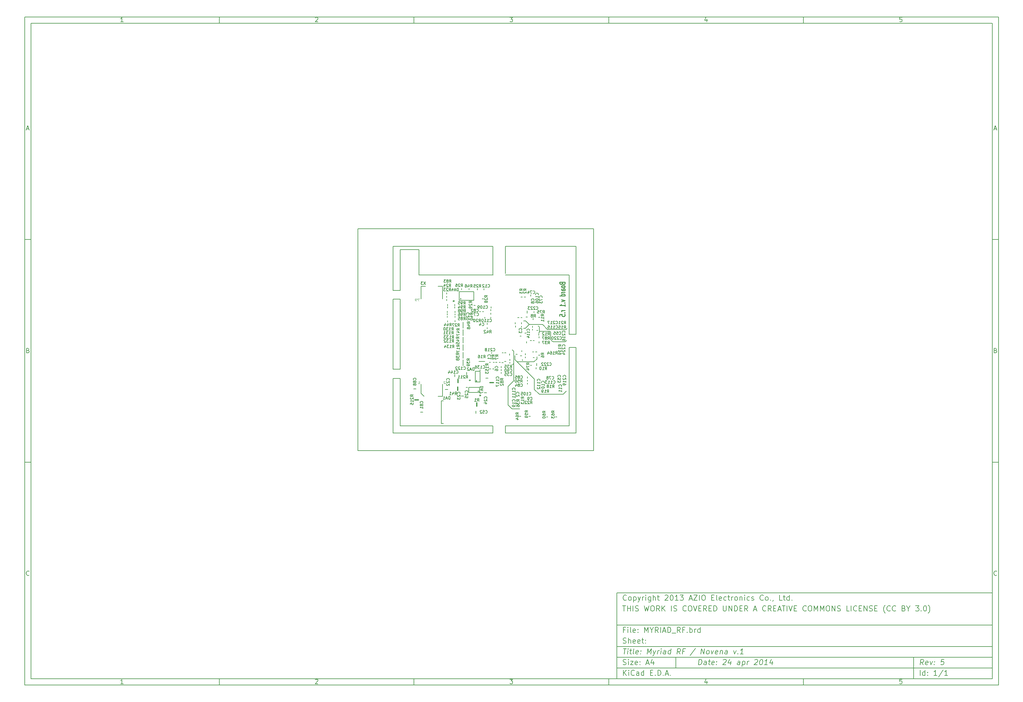
<source format=gbo>
G04 (created by PCBNEW (2013-05-31 BZR 4019)-stable) date 24/04/2014 12:04:12*
%MOIN*%
G04 Gerber Fmt 3.4, Leading zero omitted, Abs format*
%FSLAX34Y34*%
G01*
G70*
G90*
G04 APERTURE LIST*
%ADD10C,0.00590551*%
%ADD11C,0.0077*%
%ADD12C,0.00984252*%
%ADD13C,0.0049*%
%ADD14C,0.0117*%
%ADD15C,0.005*%
%ADD16C,0.0059*%
%ADD17C,0.0078*%
%ADD18C,0.00787402*%
%ADD19C,0.00688976*%
G04 APERTURE END LIST*
G54D10*
X4000Y-4000D02*
X112930Y-4000D01*
X112930Y-78680D01*
X4000Y-78680D01*
X4000Y-4000D01*
X4700Y-4700D02*
X112230Y-4700D01*
X112230Y-77980D01*
X4700Y-77980D01*
X4700Y-4700D01*
X25780Y-4000D02*
X25780Y-4700D01*
X15032Y-4552D02*
X14747Y-4552D01*
X14890Y-4552D02*
X14890Y-4052D01*
X14842Y-4123D01*
X14794Y-4171D01*
X14747Y-4195D01*
X25780Y-78680D02*
X25780Y-77980D01*
X15032Y-78532D02*
X14747Y-78532D01*
X14890Y-78532D02*
X14890Y-78032D01*
X14842Y-78103D01*
X14794Y-78151D01*
X14747Y-78175D01*
X47560Y-4000D02*
X47560Y-4700D01*
X36527Y-4100D02*
X36550Y-4076D01*
X36598Y-4052D01*
X36717Y-4052D01*
X36765Y-4076D01*
X36789Y-4100D01*
X36812Y-4147D01*
X36812Y-4195D01*
X36789Y-4266D01*
X36503Y-4552D01*
X36812Y-4552D01*
X47560Y-78680D02*
X47560Y-77980D01*
X36527Y-78080D02*
X36550Y-78056D01*
X36598Y-78032D01*
X36717Y-78032D01*
X36765Y-78056D01*
X36789Y-78080D01*
X36812Y-78127D01*
X36812Y-78175D01*
X36789Y-78246D01*
X36503Y-78532D01*
X36812Y-78532D01*
X69340Y-4000D02*
X69340Y-4700D01*
X58283Y-4052D02*
X58592Y-4052D01*
X58426Y-4242D01*
X58497Y-4242D01*
X58545Y-4266D01*
X58569Y-4290D01*
X58592Y-4338D01*
X58592Y-4457D01*
X58569Y-4504D01*
X58545Y-4528D01*
X58497Y-4552D01*
X58354Y-4552D01*
X58307Y-4528D01*
X58283Y-4504D01*
X69340Y-78680D02*
X69340Y-77980D01*
X58283Y-78032D02*
X58592Y-78032D01*
X58426Y-78222D01*
X58497Y-78222D01*
X58545Y-78246D01*
X58569Y-78270D01*
X58592Y-78318D01*
X58592Y-78437D01*
X58569Y-78484D01*
X58545Y-78508D01*
X58497Y-78532D01*
X58354Y-78532D01*
X58307Y-78508D01*
X58283Y-78484D01*
X91120Y-4000D02*
X91120Y-4700D01*
X80325Y-4219D02*
X80325Y-4552D01*
X80206Y-4028D02*
X80087Y-4385D01*
X80396Y-4385D01*
X91120Y-78680D02*
X91120Y-77980D01*
X80325Y-78199D02*
X80325Y-78532D01*
X80206Y-78008D02*
X80087Y-78365D01*
X80396Y-78365D01*
X102129Y-4052D02*
X101890Y-4052D01*
X101867Y-4290D01*
X101890Y-4266D01*
X101938Y-4242D01*
X102057Y-4242D01*
X102105Y-4266D01*
X102129Y-4290D01*
X102152Y-4338D01*
X102152Y-4457D01*
X102129Y-4504D01*
X102105Y-4528D01*
X102057Y-4552D01*
X101938Y-4552D01*
X101890Y-4528D01*
X101867Y-4504D01*
X102129Y-78032D02*
X101890Y-78032D01*
X101867Y-78270D01*
X101890Y-78246D01*
X101938Y-78222D01*
X102057Y-78222D01*
X102105Y-78246D01*
X102129Y-78270D01*
X102152Y-78318D01*
X102152Y-78437D01*
X102129Y-78484D01*
X102105Y-78508D01*
X102057Y-78532D01*
X101938Y-78532D01*
X101890Y-78508D01*
X101867Y-78484D01*
X4000Y-28890D02*
X4700Y-28890D01*
X4230Y-16509D02*
X4469Y-16509D01*
X4183Y-16652D02*
X4350Y-16152D01*
X4516Y-16652D01*
X112930Y-28890D02*
X112230Y-28890D01*
X112460Y-16509D02*
X112699Y-16509D01*
X112413Y-16652D02*
X112580Y-16152D01*
X112746Y-16652D01*
X4000Y-53780D02*
X4700Y-53780D01*
X4385Y-41280D02*
X4457Y-41304D01*
X4480Y-41328D01*
X4504Y-41375D01*
X4504Y-41447D01*
X4480Y-41494D01*
X4457Y-41518D01*
X4409Y-41542D01*
X4219Y-41542D01*
X4219Y-41042D01*
X4385Y-41042D01*
X4433Y-41066D01*
X4457Y-41090D01*
X4480Y-41137D01*
X4480Y-41185D01*
X4457Y-41232D01*
X4433Y-41256D01*
X4385Y-41280D01*
X4219Y-41280D01*
X112930Y-53780D02*
X112230Y-53780D01*
X112615Y-41280D02*
X112687Y-41304D01*
X112710Y-41328D01*
X112734Y-41375D01*
X112734Y-41447D01*
X112710Y-41494D01*
X112687Y-41518D01*
X112639Y-41542D01*
X112449Y-41542D01*
X112449Y-41042D01*
X112615Y-41042D01*
X112663Y-41066D01*
X112687Y-41090D01*
X112710Y-41137D01*
X112710Y-41185D01*
X112687Y-41232D01*
X112663Y-41256D01*
X112615Y-41280D01*
X112449Y-41280D01*
X4504Y-66384D02*
X4480Y-66408D01*
X4409Y-66432D01*
X4361Y-66432D01*
X4290Y-66408D01*
X4242Y-66360D01*
X4219Y-66313D01*
X4195Y-66218D01*
X4195Y-66146D01*
X4219Y-66051D01*
X4242Y-66003D01*
X4290Y-65956D01*
X4361Y-65932D01*
X4409Y-65932D01*
X4480Y-65956D01*
X4504Y-65980D01*
X112734Y-66384D02*
X112710Y-66408D01*
X112639Y-66432D01*
X112591Y-66432D01*
X112520Y-66408D01*
X112472Y-66360D01*
X112449Y-66313D01*
X112425Y-66218D01*
X112425Y-66146D01*
X112449Y-66051D01*
X112472Y-66003D01*
X112520Y-65956D01*
X112591Y-65932D01*
X112639Y-65932D01*
X112710Y-65956D01*
X112734Y-65980D01*
X79380Y-76422D02*
X79455Y-75822D01*
X79597Y-75822D01*
X79680Y-75851D01*
X79730Y-75908D01*
X79751Y-75965D01*
X79765Y-76080D01*
X79755Y-76165D01*
X79712Y-76280D01*
X79676Y-76337D01*
X79612Y-76394D01*
X79522Y-76422D01*
X79380Y-76422D01*
X80237Y-76422D02*
X80276Y-76108D01*
X80255Y-76051D01*
X80201Y-76022D01*
X80087Y-76022D01*
X80026Y-76051D01*
X80240Y-76394D02*
X80180Y-76422D01*
X80037Y-76422D01*
X79983Y-76394D01*
X79962Y-76337D01*
X79969Y-76280D01*
X80005Y-76222D01*
X80065Y-76194D01*
X80208Y-76194D01*
X80269Y-76165D01*
X80487Y-76022D02*
X80715Y-76022D01*
X80597Y-75822D02*
X80533Y-76337D01*
X80555Y-76394D01*
X80608Y-76422D01*
X80665Y-76422D01*
X81097Y-76394D02*
X81037Y-76422D01*
X80922Y-76422D01*
X80869Y-76394D01*
X80847Y-76337D01*
X80876Y-76108D01*
X80912Y-76051D01*
X80972Y-76022D01*
X81087Y-76022D01*
X81140Y-76051D01*
X81162Y-76108D01*
X81155Y-76165D01*
X80862Y-76222D01*
X81387Y-76365D02*
X81412Y-76394D01*
X81380Y-76422D01*
X81355Y-76394D01*
X81387Y-76365D01*
X81380Y-76422D01*
X81426Y-76051D02*
X81451Y-76080D01*
X81419Y-76108D01*
X81394Y-76080D01*
X81426Y-76051D01*
X81419Y-76108D01*
X82162Y-75880D02*
X82194Y-75851D01*
X82255Y-75822D01*
X82397Y-75822D01*
X82451Y-75851D01*
X82476Y-75880D01*
X82497Y-75937D01*
X82490Y-75994D01*
X82451Y-76080D01*
X82065Y-76422D01*
X82437Y-76422D01*
X83001Y-76022D02*
X82951Y-76422D01*
X82887Y-75794D02*
X82690Y-76222D01*
X83062Y-76222D01*
X83980Y-76422D02*
X84019Y-76108D01*
X83997Y-76051D01*
X83944Y-76022D01*
X83830Y-76022D01*
X83769Y-76051D01*
X83983Y-76394D02*
X83922Y-76422D01*
X83780Y-76422D01*
X83726Y-76394D01*
X83705Y-76337D01*
X83712Y-76280D01*
X83747Y-76222D01*
X83808Y-76194D01*
X83951Y-76194D01*
X84012Y-76165D01*
X84315Y-76022D02*
X84240Y-76622D01*
X84312Y-76051D02*
X84372Y-76022D01*
X84487Y-76022D01*
X84540Y-76051D01*
X84565Y-76080D01*
X84587Y-76137D01*
X84565Y-76308D01*
X84530Y-76365D01*
X84497Y-76394D01*
X84437Y-76422D01*
X84322Y-76422D01*
X84269Y-76394D01*
X84808Y-76422D02*
X84858Y-76022D01*
X84844Y-76137D02*
X84880Y-76080D01*
X84912Y-76051D01*
X84972Y-76022D01*
X85030Y-76022D01*
X85676Y-75880D02*
X85708Y-75851D01*
X85769Y-75822D01*
X85912Y-75822D01*
X85965Y-75851D01*
X85990Y-75880D01*
X86012Y-75937D01*
X86005Y-75994D01*
X85965Y-76080D01*
X85580Y-76422D01*
X85951Y-76422D01*
X86397Y-75822D02*
X86455Y-75822D01*
X86508Y-75851D01*
X86533Y-75880D01*
X86555Y-75937D01*
X86569Y-76051D01*
X86551Y-76194D01*
X86508Y-76308D01*
X86472Y-76365D01*
X86440Y-76394D01*
X86380Y-76422D01*
X86322Y-76422D01*
X86269Y-76394D01*
X86244Y-76365D01*
X86222Y-76308D01*
X86208Y-76194D01*
X86226Y-76051D01*
X86269Y-75937D01*
X86305Y-75880D01*
X86337Y-75851D01*
X86397Y-75822D01*
X87094Y-76422D02*
X86751Y-76422D01*
X86922Y-76422D02*
X86997Y-75822D01*
X86930Y-75908D01*
X86865Y-75965D01*
X86805Y-75994D01*
X87658Y-76022D02*
X87608Y-76422D01*
X87544Y-75794D02*
X87347Y-76222D01*
X87719Y-76222D01*
X70972Y-77622D02*
X70972Y-77022D01*
X71315Y-77622D02*
X71058Y-77280D01*
X71315Y-77022D02*
X70972Y-77365D01*
X71572Y-77622D02*
X71572Y-77222D01*
X71572Y-77022D02*
X71544Y-77051D01*
X71572Y-77080D01*
X71601Y-77051D01*
X71572Y-77022D01*
X71572Y-77080D01*
X72201Y-77565D02*
X72172Y-77594D01*
X72087Y-77622D01*
X72030Y-77622D01*
X71944Y-77594D01*
X71887Y-77537D01*
X71858Y-77480D01*
X71830Y-77365D01*
X71830Y-77280D01*
X71858Y-77165D01*
X71887Y-77108D01*
X71944Y-77051D01*
X72030Y-77022D01*
X72087Y-77022D01*
X72172Y-77051D01*
X72201Y-77080D01*
X72715Y-77622D02*
X72715Y-77308D01*
X72687Y-77251D01*
X72630Y-77222D01*
X72515Y-77222D01*
X72458Y-77251D01*
X72715Y-77594D02*
X72658Y-77622D01*
X72515Y-77622D01*
X72458Y-77594D01*
X72430Y-77537D01*
X72430Y-77480D01*
X72458Y-77422D01*
X72515Y-77394D01*
X72658Y-77394D01*
X72715Y-77365D01*
X73258Y-77622D02*
X73258Y-77022D01*
X73258Y-77594D02*
X73201Y-77622D01*
X73087Y-77622D01*
X73030Y-77594D01*
X73001Y-77565D01*
X72972Y-77508D01*
X72972Y-77337D01*
X73001Y-77280D01*
X73030Y-77251D01*
X73087Y-77222D01*
X73201Y-77222D01*
X73258Y-77251D01*
X74001Y-77308D02*
X74201Y-77308D01*
X74287Y-77622D02*
X74001Y-77622D01*
X74001Y-77022D01*
X74287Y-77022D01*
X74544Y-77565D02*
X74572Y-77594D01*
X74544Y-77622D01*
X74515Y-77594D01*
X74544Y-77565D01*
X74544Y-77622D01*
X74829Y-77622D02*
X74829Y-77022D01*
X74972Y-77022D01*
X75058Y-77051D01*
X75115Y-77108D01*
X75144Y-77165D01*
X75172Y-77280D01*
X75172Y-77365D01*
X75144Y-77480D01*
X75115Y-77537D01*
X75058Y-77594D01*
X74972Y-77622D01*
X74829Y-77622D01*
X75429Y-77565D02*
X75458Y-77594D01*
X75429Y-77622D01*
X75401Y-77594D01*
X75429Y-77565D01*
X75429Y-77622D01*
X75687Y-77451D02*
X75972Y-77451D01*
X75629Y-77622D02*
X75829Y-77022D01*
X76029Y-77622D01*
X76229Y-77565D02*
X76258Y-77594D01*
X76229Y-77622D01*
X76201Y-77594D01*
X76229Y-77565D01*
X76229Y-77622D01*
X104522Y-76422D02*
X104358Y-76137D01*
X104180Y-76422D02*
X104255Y-75822D01*
X104483Y-75822D01*
X104537Y-75851D01*
X104562Y-75880D01*
X104583Y-75937D01*
X104572Y-76022D01*
X104537Y-76080D01*
X104505Y-76108D01*
X104444Y-76137D01*
X104215Y-76137D01*
X105012Y-76394D02*
X104951Y-76422D01*
X104837Y-76422D01*
X104783Y-76394D01*
X104762Y-76337D01*
X104790Y-76108D01*
X104826Y-76051D01*
X104887Y-76022D01*
X105001Y-76022D01*
X105055Y-76051D01*
X105076Y-76108D01*
X105069Y-76165D01*
X104776Y-76222D01*
X105287Y-76022D02*
X105380Y-76422D01*
X105572Y-76022D01*
X105758Y-76365D02*
X105783Y-76394D01*
X105751Y-76422D01*
X105726Y-76394D01*
X105758Y-76365D01*
X105751Y-76422D01*
X105797Y-76051D02*
X105822Y-76080D01*
X105790Y-76108D01*
X105765Y-76080D01*
X105797Y-76051D01*
X105790Y-76108D01*
X106855Y-75822D02*
X106569Y-75822D01*
X106505Y-76108D01*
X106537Y-76080D01*
X106597Y-76051D01*
X106740Y-76051D01*
X106794Y-76080D01*
X106819Y-76108D01*
X106840Y-76165D01*
X106822Y-76308D01*
X106787Y-76365D01*
X106755Y-76394D01*
X106694Y-76422D01*
X106551Y-76422D01*
X106497Y-76394D01*
X106472Y-76365D01*
X70944Y-76394D02*
X71030Y-76422D01*
X71172Y-76422D01*
X71230Y-76394D01*
X71258Y-76365D01*
X71287Y-76308D01*
X71287Y-76251D01*
X71258Y-76194D01*
X71230Y-76165D01*
X71172Y-76137D01*
X71058Y-76108D01*
X71001Y-76080D01*
X70972Y-76051D01*
X70944Y-75994D01*
X70944Y-75937D01*
X70972Y-75880D01*
X71001Y-75851D01*
X71058Y-75822D01*
X71201Y-75822D01*
X71287Y-75851D01*
X71544Y-76422D02*
X71544Y-76022D01*
X71544Y-75822D02*
X71515Y-75851D01*
X71544Y-75880D01*
X71572Y-75851D01*
X71544Y-75822D01*
X71544Y-75880D01*
X71772Y-76022D02*
X72087Y-76022D01*
X71772Y-76422D01*
X72087Y-76422D01*
X72544Y-76394D02*
X72487Y-76422D01*
X72372Y-76422D01*
X72315Y-76394D01*
X72287Y-76337D01*
X72287Y-76108D01*
X72315Y-76051D01*
X72372Y-76022D01*
X72487Y-76022D01*
X72544Y-76051D01*
X72572Y-76108D01*
X72572Y-76165D01*
X72287Y-76222D01*
X72830Y-76365D02*
X72858Y-76394D01*
X72830Y-76422D01*
X72801Y-76394D01*
X72830Y-76365D01*
X72830Y-76422D01*
X72830Y-76051D02*
X72858Y-76080D01*
X72830Y-76108D01*
X72801Y-76080D01*
X72830Y-76051D01*
X72830Y-76108D01*
X73544Y-76251D02*
X73830Y-76251D01*
X73487Y-76422D02*
X73687Y-75822D01*
X73887Y-76422D01*
X74344Y-76022D02*
X74344Y-76422D01*
X74201Y-75794D02*
X74058Y-76222D01*
X74430Y-76222D01*
X104172Y-77622D02*
X104172Y-77022D01*
X104715Y-77622D02*
X104715Y-77022D01*
X104715Y-77594D02*
X104658Y-77622D01*
X104544Y-77622D01*
X104487Y-77594D01*
X104458Y-77565D01*
X104430Y-77508D01*
X104430Y-77337D01*
X104458Y-77280D01*
X104487Y-77251D01*
X104544Y-77222D01*
X104658Y-77222D01*
X104715Y-77251D01*
X105001Y-77565D02*
X105030Y-77594D01*
X105001Y-77622D01*
X104972Y-77594D01*
X105001Y-77565D01*
X105001Y-77622D01*
X105001Y-77251D02*
X105030Y-77280D01*
X105001Y-77308D01*
X104972Y-77280D01*
X105001Y-77251D01*
X105001Y-77308D01*
X106058Y-77622D02*
X105715Y-77622D01*
X105887Y-77622D02*
X105887Y-77022D01*
X105829Y-77108D01*
X105772Y-77165D01*
X105715Y-77194D01*
X106744Y-76994D02*
X106230Y-77765D01*
X107258Y-77622D02*
X106915Y-77622D01*
X107087Y-77622D02*
X107087Y-77022D01*
X107029Y-77108D01*
X106972Y-77165D01*
X106915Y-77194D01*
X70969Y-74622D02*
X71312Y-74622D01*
X71065Y-75222D02*
X71140Y-74622D01*
X71437Y-75222D02*
X71487Y-74822D01*
X71512Y-74622D02*
X71480Y-74651D01*
X71505Y-74680D01*
X71537Y-74651D01*
X71512Y-74622D01*
X71505Y-74680D01*
X71687Y-74822D02*
X71915Y-74822D01*
X71797Y-74622D02*
X71733Y-75137D01*
X71755Y-75194D01*
X71808Y-75222D01*
X71865Y-75222D01*
X72151Y-75222D02*
X72097Y-75194D01*
X72076Y-75137D01*
X72140Y-74622D01*
X72612Y-75194D02*
X72551Y-75222D01*
X72437Y-75222D01*
X72383Y-75194D01*
X72362Y-75137D01*
X72390Y-74908D01*
X72426Y-74851D01*
X72487Y-74822D01*
X72601Y-74822D01*
X72655Y-74851D01*
X72676Y-74908D01*
X72669Y-74965D01*
X72376Y-75022D01*
X72901Y-75165D02*
X72926Y-75194D01*
X72894Y-75222D01*
X72869Y-75194D01*
X72901Y-75165D01*
X72894Y-75222D01*
X72940Y-74851D02*
X72965Y-74880D01*
X72933Y-74908D01*
X72908Y-74880D01*
X72940Y-74851D01*
X72933Y-74908D01*
X73637Y-75222D02*
X73712Y-74622D01*
X73858Y-75051D01*
X74112Y-74622D01*
X74037Y-75222D01*
X74315Y-74822D02*
X74408Y-75222D01*
X74601Y-74822D02*
X74408Y-75222D01*
X74333Y-75365D01*
X74301Y-75394D01*
X74240Y-75422D01*
X74780Y-75222D02*
X74830Y-74822D01*
X74815Y-74937D02*
X74851Y-74880D01*
X74883Y-74851D01*
X74944Y-74822D01*
X75001Y-74822D01*
X75151Y-75222D02*
X75201Y-74822D01*
X75226Y-74622D02*
X75194Y-74651D01*
X75219Y-74680D01*
X75251Y-74651D01*
X75226Y-74622D01*
X75219Y-74680D01*
X75694Y-75222D02*
X75733Y-74908D01*
X75712Y-74851D01*
X75658Y-74822D01*
X75544Y-74822D01*
X75483Y-74851D01*
X75697Y-75194D02*
X75637Y-75222D01*
X75494Y-75222D01*
X75440Y-75194D01*
X75419Y-75137D01*
X75426Y-75080D01*
X75462Y-75022D01*
X75522Y-74994D01*
X75665Y-74994D01*
X75726Y-74965D01*
X76237Y-75222D02*
X76312Y-74622D01*
X76240Y-75194D02*
X76180Y-75222D01*
X76065Y-75222D01*
X76012Y-75194D01*
X75987Y-75165D01*
X75965Y-75108D01*
X75987Y-74937D01*
X76022Y-74880D01*
X76055Y-74851D01*
X76115Y-74822D01*
X76230Y-74822D01*
X76283Y-74851D01*
X77322Y-75222D02*
X77158Y-74937D01*
X76980Y-75222D02*
X77055Y-74622D01*
X77283Y-74622D01*
X77337Y-74651D01*
X77362Y-74680D01*
X77383Y-74737D01*
X77372Y-74822D01*
X77337Y-74880D01*
X77305Y-74908D01*
X77244Y-74937D01*
X77015Y-74937D01*
X77819Y-74908D02*
X77619Y-74908D01*
X77580Y-75222D02*
X77655Y-74622D01*
X77940Y-74622D01*
X79058Y-74594D02*
X78447Y-75365D01*
X79637Y-75222D02*
X79712Y-74622D01*
X79980Y-75222D01*
X80055Y-74622D01*
X80351Y-75222D02*
X80297Y-75194D01*
X80272Y-75165D01*
X80251Y-75108D01*
X80272Y-74937D01*
X80308Y-74880D01*
X80340Y-74851D01*
X80401Y-74822D01*
X80487Y-74822D01*
X80540Y-74851D01*
X80565Y-74880D01*
X80587Y-74937D01*
X80565Y-75108D01*
X80530Y-75165D01*
X80497Y-75194D01*
X80437Y-75222D01*
X80351Y-75222D01*
X80801Y-74822D02*
X80894Y-75222D01*
X81087Y-74822D01*
X81497Y-75194D02*
X81437Y-75222D01*
X81322Y-75222D01*
X81269Y-75194D01*
X81247Y-75137D01*
X81276Y-74908D01*
X81312Y-74851D01*
X81372Y-74822D01*
X81487Y-74822D01*
X81540Y-74851D01*
X81562Y-74908D01*
X81555Y-74965D01*
X81262Y-75022D01*
X81830Y-74822D02*
X81780Y-75222D01*
X81822Y-74880D02*
X81855Y-74851D01*
X81915Y-74822D01*
X82001Y-74822D01*
X82055Y-74851D01*
X82076Y-74908D01*
X82037Y-75222D01*
X82580Y-75222D02*
X82619Y-74908D01*
X82597Y-74851D01*
X82544Y-74822D01*
X82430Y-74822D01*
X82369Y-74851D01*
X82583Y-75194D02*
X82522Y-75222D01*
X82380Y-75222D01*
X82326Y-75194D01*
X82305Y-75137D01*
X82312Y-75080D01*
X82347Y-75022D01*
X82408Y-74994D01*
X82551Y-74994D01*
X82612Y-74965D01*
X83315Y-74822D02*
X83408Y-75222D01*
X83601Y-74822D01*
X83787Y-75165D02*
X83812Y-75194D01*
X83780Y-75222D01*
X83755Y-75194D01*
X83787Y-75165D01*
X83780Y-75222D01*
X84380Y-75222D02*
X84037Y-75222D01*
X84208Y-75222D02*
X84283Y-74622D01*
X84215Y-74708D01*
X84151Y-74765D01*
X84090Y-74794D01*
X71172Y-72508D02*
X70972Y-72508D01*
X70972Y-72822D02*
X70972Y-72222D01*
X71258Y-72222D01*
X71487Y-72822D02*
X71487Y-72422D01*
X71487Y-72222D02*
X71458Y-72251D01*
X71487Y-72280D01*
X71515Y-72251D01*
X71487Y-72222D01*
X71487Y-72280D01*
X71858Y-72822D02*
X71801Y-72794D01*
X71772Y-72737D01*
X71772Y-72222D01*
X72315Y-72794D02*
X72258Y-72822D01*
X72144Y-72822D01*
X72087Y-72794D01*
X72058Y-72737D01*
X72058Y-72508D01*
X72087Y-72451D01*
X72144Y-72422D01*
X72258Y-72422D01*
X72315Y-72451D01*
X72344Y-72508D01*
X72344Y-72565D01*
X72058Y-72622D01*
X72601Y-72765D02*
X72630Y-72794D01*
X72601Y-72822D01*
X72572Y-72794D01*
X72601Y-72765D01*
X72601Y-72822D01*
X72601Y-72451D02*
X72630Y-72480D01*
X72601Y-72508D01*
X72572Y-72480D01*
X72601Y-72451D01*
X72601Y-72508D01*
X73344Y-72822D02*
X73344Y-72222D01*
X73544Y-72651D01*
X73744Y-72222D01*
X73744Y-72822D01*
X74144Y-72537D02*
X74144Y-72822D01*
X73944Y-72222D02*
X74144Y-72537D01*
X74344Y-72222D01*
X74887Y-72822D02*
X74687Y-72537D01*
X74544Y-72822D02*
X74544Y-72222D01*
X74772Y-72222D01*
X74830Y-72251D01*
X74858Y-72280D01*
X74887Y-72337D01*
X74887Y-72422D01*
X74858Y-72480D01*
X74830Y-72508D01*
X74772Y-72537D01*
X74544Y-72537D01*
X75144Y-72822D02*
X75144Y-72222D01*
X75401Y-72651D02*
X75687Y-72651D01*
X75344Y-72822D02*
X75544Y-72222D01*
X75744Y-72822D01*
X75944Y-72822D02*
X75944Y-72222D01*
X76087Y-72222D01*
X76172Y-72251D01*
X76230Y-72308D01*
X76258Y-72365D01*
X76287Y-72480D01*
X76287Y-72565D01*
X76258Y-72680D01*
X76230Y-72737D01*
X76172Y-72794D01*
X76087Y-72822D01*
X75944Y-72822D01*
X76401Y-72880D02*
X76858Y-72880D01*
X77344Y-72822D02*
X77144Y-72537D01*
X77001Y-72822D02*
X77001Y-72222D01*
X77230Y-72222D01*
X77287Y-72251D01*
X77315Y-72280D01*
X77344Y-72337D01*
X77344Y-72422D01*
X77315Y-72480D01*
X77287Y-72508D01*
X77230Y-72537D01*
X77001Y-72537D01*
X77801Y-72508D02*
X77601Y-72508D01*
X77601Y-72822D02*
X77601Y-72222D01*
X77887Y-72222D01*
X78115Y-72765D02*
X78144Y-72794D01*
X78115Y-72822D01*
X78087Y-72794D01*
X78115Y-72765D01*
X78115Y-72822D01*
X78401Y-72822D02*
X78401Y-72222D01*
X78401Y-72451D02*
X78458Y-72422D01*
X78572Y-72422D01*
X78630Y-72451D01*
X78658Y-72480D01*
X78687Y-72537D01*
X78687Y-72708D01*
X78658Y-72765D01*
X78630Y-72794D01*
X78572Y-72822D01*
X78458Y-72822D01*
X78401Y-72794D01*
X78944Y-72822D02*
X78944Y-72422D01*
X78944Y-72537D02*
X78972Y-72480D01*
X79001Y-72451D01*
X79058Y-72422D01*
X79115Y-72422D01*
X79572Y-72822D02*
X79572Y-72222D01*
X79572Y-72794D02*
X79515Y-72822D01*
X79401Y-72822D01*
X79344Y-72794D01*
X79315Y-72765D01*
X79287Y-72708D01*
X79287Y-72537D01*
X79315Y-72480D01*
X79344Y-72451D01*
X79401Y-72422D01*
X79515Y-72422D01*
X79572Y-72451D01*
X70944Y-73994D02*
X71030Y-74022D01*
X71172Y-74022D01*
X71230Y-73994D01*
X71258Y-73965D01*
X71287Y-73908D01*
X71287Y-73851D01*
X71258Y-73794D01*
X71230Y-73765D01*
X71172Y-73737D01*
X71058Y-73708D01*
X71001Y-73680D01*
X70972Y-73651D01*
X70944Y-73594D01*
X70944Y-73537D01*
X70972Y-73480D01*
X71001Y-73451D01*
X71058Y-73422D01*
X71201Y-73422D01*
X71287Y-73451D01*
X71544Y-74022D02*
X71544Y-73422D01*
X71801Y-74022D02*
X71801Y-73708D01*
X71772Y-73651D01*
X71715Y-73622D01*
X71630Y-73622D01*
X71572Y-73651D01*
X71544Y-73680D01*
X72315Y-73994D02*
X72258Y-74022D01*
X72144Y-74022D01*
X72087Y-73994D01*
X72058Y-73937D01*
X72058Y-73708D01*
X72087Y-73651D01*
X72144Y-73622D01*
X72258Y-73622D01*
X72315Y-73651D01*
X72344Y-73708D01*
X72344Y-73765D01*
X72058Y-73822D01*
X72830Y-73994D02*
X72772Y-74022D01*
X72658Y-74022D01*
X72601Y-73994D01*
X72572Y-73937D01*
X72572Y-73708D01*
X72601Y-73651D01*
X72658Y-73622D01*
X72772Y-73622D01*
X72830Y-73651D01*
X72858Y-73708D01*
X72858Y-73765D01*
X72572Y-73822D01*
X73030Y-73622D02*
X73258Y-73622D01*
X73115Y-73422D02*
X73115Y-73937D01*
X73144Y-73994D01*
X73201Y-74022D01*
X73258Y-74022D01*
X73458Y-73965D02*
X73487Y-73994D01*
X73458Y-74022D01*
X73430Y-73994D01*
X73458Y-73965D01*
X73458Y-74022D01*
X73458Y-73651D02*
X73487Y-73680D01*
X73458Y-73708D01*
X73430Y-73680D01*
X73458Y-73651D01*
X73458Y-73708D01*
X70887Y-69822D02*
X71230Y-69822D01*
X71058Y-70422D02*
X71058Y-69822D01*
X71430Y-70422D02*
X71430Y-69822D01*
X71430Y-70108D02*
X71772Y-70108D01*
X71772Y-70422D02*
X71772Y-69822D01*
X72058Y-70422D02*
X72058Y-69822D01*
X72315Y-70394D02*
X72401Y-70422D01*
X72544Y-70422D01*
X72601Y-70394D01*
X72629Y-70365D01*
X72658Y-70308D01*
X72658Y-70251D01*
X72629Y-70194D01*
X72601Y-70165D01*
X72544Y-70137D01*
X72429Y-70108D01*
X72372Y-70080D01*
X72344Y-70051D01*
X72315Y-69994D01*
X72315Y-69937D01*
X72344Y-69880D01*
X72372Y-69851D01*
X72429Y-69822D01*
X72572Y-69822D01*
X72658Y-69851D01*
X73315Y-69822D02*
X73458Y-70422D01*
X73572Y-69994D01*
X73687Y-70422D01*
X73830Y-69822D01*
X74172Y-69822D02*
X74287Y-69822D01*
X74344Y-69851D01*
X74401Y-69908D01*
X74430Y-70022D01*
X74430Y-70222D01*
X74401Y-70337D01*
X74344Y-70394D01*
X74287Y-70422D01*
X74172Y-70422D01*
X74115Y-70394D01*
X74058Y-70337D01*
X74030Y-70222D01*
X74030Y-70022D01*
X74058Y-69908D01*
X74115Y-69851D01*
X74172Y-69822D01*
X75029Y-70422D02*
X74829Y-70137D01*
X74687Y-70422D02*
X74687Y-69822D01*
X74915Y-69822D01*
X74972Y-69851D01*
X75001Y-69880D01*
X75029Y-69937D01*
X75029Y-70022D01*
X75001Y-70080D01*
X74972Y-70108D01*
X74915Y-70137D01*
X74687Y-70137D01*
X75287Y-70422D02*
X75287Y-69822D01*
X75629Y-70422D02*
X75372Y-70080D01*
X75629Y-69822D02*
X75287Y-70165D01*
X76344Y-70422D02*
X76344Y-69822D01*
X76601Y-70394D02*
X76687Y-70422D01*
X76829Y-70422D01*
X76887Y-70394D01*
X76915Y-70365D01*
X76944Y-70308D01*
X76944Y-70251D01*
X76915Y-70194D01*
X76887Y-70165D01*
X76829Y-70137D01*
X76715Y-70108D01*
X76658Y-70080D01*
X76629Y-70051D01*
X76601Y-69994D01*
X76601Y-69937D01*
X76629Y-69880D01*
X76658Y-69851D01*
X76715Y-69822D01*
X76858Y-69822D01*
X76944Y-69851D01*
X78001Y-70365D02*
X77972Y-70394D01*
X77887Y-70422D01*
X77830Y-70422D01*
X77744Y-70394D01*
X77687Y-70337D01*
X77658Y-70280D01*
X77630Y-70165D01*
X77630Y-70080D01*
X77658Y-69965D01*
X77687Y-69908D01*
X77744Y-69851D01*
X77830Y-69822D01*
X77887Y-69822D01*
X77972Y-69851D01*
X78001Y-69880D01*
X78372Y-69822D02*
X78487Y-69822D01*
X78544Y-69851D01*
X78601Y-69908D01*
X78630Y-70022D01*
X78630Y-70222D01*
X78601Y-70337D01*
X78544Y-70394D01*
X78487Y-70422D01*
X78372Y-70422D01*
X78315Y-70394D01*
X78258Y-70337D01*
X78230Y-70222D01*
X78230Y-70022D01*
X78258Y-69908D01*
X78315Y-69851D01*
X78372Y-69822D01*
X78801Y-69822D02*
X79001Y-70422D01*
X79201Y-69822D01*
X79401Y-70108D02*
X79601Y-70108D01*
X79687Y-70422D02*
X79401Y-70422D01*
X79401Y-69822D01*
X79687Y-69822D01*
X80287Y-70422D02*
X80087Y-70137D01*
X79944Y-70422D02*
X79944Y-69822D01*
X80172Y-69822D01*
X80229Y-69851D01*
X80258Y-69880D01*
X80287Y-69937D01*
X80287Y-70022D01*
X80258Y-70080D01*
X80229Y-70108D01*
X80172Y-70137D01*
X79944Y-70137D01*
X80544Y-70108D02*
X80744Y-70108D01*
X80829Y-70422D02*
X80544Y-70422D01*
X80544Y-69822D01*
X80829Y-69822D01*
X81087Y-70422D02*
X81087Y-69822D01*
X81229Y-69822D01*
X81315Y-69851D01*
X81372Y-69908D01*
X81401Y-69965D01*
X81429Y-70080D01*
X81429Y-70165D01*
X81401Y-70280D01*
X81372Y-70337D01*
X81315Y-70394D01*
X81229Y-70422D01*
X81087Y-70422D01*
X82144Y-69822D02*
X82144Y-70308D01*
X82172Y-70365D01*
X82201Y-70394D01*
X82258Y-70422D01*
X82372Y-70422D01*
X82429Y-70394D01*
X82458Y-70365D01*
X82487Y-70308D01*
X82487Y-69822D01*
X82772Y-70422D02*
X82772Y-69822D01*
X83115Y-70422D01*
X83115Y-69822D01*
X83401Y-70422D02*
X83401Y-69822D01*
X83544Y-69822D01*
X83629Y-69851D01*
X83687Y-69908D01*
X83715Y-69965D01*
X83744Y-70080D01*
X83744Y-70165D01*
X83715Y-70280D01*
X83687Y-70337D01*
X83629Y-70394D01*
X83544Y-70422D01*
X83401Y-70422D01*
X84001Y-70108D02*
X84201Y-70108D01*
X84287Y-70422D02*
X84001Y-70422D01*
X84001Y-69822D01*
X84287Y-69822D01*
X84887Y-70422D02*
X84687Y-70137D01*
X84544Y-70422D02*
X84544Y-69822D01*
X84772Y-69822D01*
X84829Y-69851D01*
X84858Y-69880D01*
X84887Y-69937D01*
X84887Y-70022D01*
X84858Y-70080D01*
X84829Y-70108D01*
X84772Y-70137D01*
X84544Y-70137D01*
X85572Y-70251D02*
X85858Y-70251D01*
X85515Y-70422D02*
X85715Y-69822D01*
X85915Y-70422D01*
X86915Y-70365D02*
X86887Y-70394D01*
X86801Y-70422D01*
X86744Y-70422D01*
X86658Y-70394D01*
X86601Y-70337D01*
X86572Y-70280D01*
X86544Y-70165D01*
X86544Y-70080D01*
X86572Y-69965D01*
X86601Y-69908D01*
X86658Y-69851D01*
X86744Y-69822D01*
X86801Y-69822D01*
X86887Y-69851D01*
X86915Y-69880D01*
X87515Y-70422D02*
X87315Y-70137D01*
X87172Y-70422D02*
X87172Y-69822D01*
X87401Y-69822D01*
X87458Y-69851D01*
X87487Y-69880D01*
X87515Y-69937D01*
X87515Y-70022D01*
X87487Y-70080D01*
X87458Y-70108D01*
X87401Y-70137D01*
X87172Y-70137D01*
X87772Y-70108D02*
X87972Y-70108D01*
X88058Y-70422D02*
X87772Y-70422D01*
X87772Y-69822D01*
X88058Y-69822D01*
X88287Y-70251D02*
X88572Y-70251D01*
X88229Y-70422D02*
X88429Y-69822D01*
X88629Y-70422D01*
X88744Y-69822D02*
X89087Y-69822D01*
X88915Y-70422D02*
X88915Y-69822D01*
X89287Y-70422D02*
X89287Y-69822D01*
X89487Y-69822D02*
X89687Y-70422D01*
X89887Y-69822D01*
X90087Y-70108D02*
X90287Y-70108D01*
X90372Y-70422D02*
X90087Y-70422D01*
X90087Y-69822D01*
X90372Y-69822D01*
X91429Y-70365D02*
X91401Y-70394D01*
X91315Y-70422D01*
X91258Y-70422D01*
X91172Y-70394D01*
X91115Y-70337D01*
X91087Y-70280D01*
X91058Y-70165D01*
X91058Y-70080D01*
X91087Y-69965D01*
X91115Y-69908D01*
X91172Y-69851D01*
X91258Y-69822D01*
X91315Y-69822D01*
X91401Y-69851D01*
X91429Y-69880D01*
X91801Y-69822D02*
X91915Y-69822D01*
X91972Y-69851D01*
X92029Y-69908D01*
X92058Y-70022D01*
X92058Y-70222D01*
X92029Y-70337D01*
X91972Y-70394D01*
X91915Y-70422D01*
X91801Y-70422D01*
X91744Y-70394D01*
X91687Y-70337D01*
X91658Y-70222D01*
X91658Y-70022D01*
X91687Y-69908D01*
X91744Y-69851D01*
X91801Y-69822D01*
X92315Y-70422D02*
X92315Y-69822D01*
X92515Y-70251D01*
X92715Y-69822D01*
X92715Y-70422D01*
X93001Y-70422D02*
X93001Y-69822D01*
X93201Y-70251D01*
X93401Y-69822D01*
X93401Y-70422D01*
X93801Y-69822D02*
X93915Y-69822D01*
X93972Y-69851D01*
X94029Y-69908D01*
X94058Y-70022D01*
X94058Y-70222D01*
X94029Y-70337D01*
X93972Y-70394D01*
X93915Y-70422D01*
X93801Y-70422D01*
X93744Y-70394D01*
X93687Y-70337D01*
X93658Y-70222D01*
X93658Y-70022D01*
X93687Y-69908D01*
X93744Y-69851D01*
X93801Y-69822D01*
X94315Y-70422D02*
X94315Y-69822D01*
X94658Y-70422D01*
X94658Y-69822D01*
X94915Y-70394D02*
X95001Y-70422D01*
X95144Y-70422D01*
X95201Y-70394D01*
X95229Y-70365D01*
X95258Y-70308D01*
X95258Y-70251D01*
X95229Y-70194D01*
X95201Y-70165D01*
X95144Y-70137D01*
X95029Y-70108D01*
X94972Y-70080D01*
X94944Y-70051D01*
X94915Y-69994D01*
X94915Y-69937D01*
X94944Y-69880D01*
X94972Y-69851D01*
X95029Y-69822D01*
X95172Y-69822D01*
X95258Y-69851D01*
X96258Y-70422D02*
X95972Y-70422D01*
X95972Y-69822D01*
X96458Y-70422D02*
X96458Y-69822D01*
X97087Y-70365D02*
X97058Y-70394D01*
X96972Y-70422D01*
X96915Y-70422D01*
X96829Y-70394D01*
X96772Y-70337D01*
X96744Y-70280D01*
X96715Y-70165D01*
X96715Y-70080D01*
X96744Y-69965D01*
X96772Y-69908D01*
X96829Y-69851D01*
X96915Y-69822D01*
X96972Y-69822D01*
X97058Y-69851D01*
X97087Y-69880D01*
X97344Y-70108D02*
X97544Y-70108D01*
X97629Y-70422D02*
X97344Y-70422D01*
X97344Y-69822D01*
X97629Y-69822D01*
X97887Y-70422D02*
X97887Y-69822D01*
X98229Y-70422D01*
X98229Y-69822D01*
X98487Y-70394D02*
X98572Y-70422D01*
X98715Y-70422D01*
X98772Y-70394D01*
X98801Y-70365D01*
X98829Y-70308D01*
X98829Y-70251D01*
X98801Y-70194D01*
X98772Y-70165D01*
X98715Y-70137D01*
X98601Y-70108D01*
X98544Y-70080D01*
X98515Y-70051D01*
X98487Y-69994D01*
X98487Y-69937D01*
X98515Y-69880D01*
X98544Y-69851D01*
X98601Y-69822D01*
X98744Y-69822D01*
X98829Y-69851D01*
X99087Y-70108D02*
X99287Y-70108D01*
X99372Y-70422D02*
X99087Y-70422D01*
X99087Y-69822D01*
X99372Y-69822D01*
X100258Y-70651D02*
X100229Y-70622D01*
X100172Y-70537D01*
X100144Y-70480D01*
X100115Y-70394D01*
X100087Y-70251D01*
X100087Y-70137D01*
X100115Y-69994D01*
X100144Y-69908D01*
X100172Y-69851D01*
X100229Y-69765D01*
X100258Y-69737D01*
X100829Y-70365D02*
X100801Y-70394D01*
X100715Y-70422D01*
X100658Y-70422D01*
X100572Y-70394D01*
X100515Y-70337D01*
X100487Y-70280D01*
X100458Y-70165D01*
X100458Y-70080D01*
X100487Y-69965D01*
X100515Y-69908D01*
X100572Y-69851D01*
X100658Y-69822D01*
X100715Y-69822D01*
X100801Y-69851D01*
X100829Y-69880D01*
X101429Y-70365D02*
X101401Y-70394D01*
X101315Y-70422D01*
X101258Y-70422D01*
X101172Y-70394D01*
X101115Y-70337D01*
X101087Y-70280D01*
X101058Y-70165D01*
X101058Y-70080D01*
X101087Y-69965D01*
X101115Y-69908D01*
X101172Y-69851D01*
X101258Y-69822D01*
X101315Y-69822D01*
X101401Y-69851D01*
X101429Y-69880D01*
X102344Y-70108D02*
X102429Y-70137D01*
X102458Y-70165D01*
X102487Y-70222D01*
X102487Y-70308D01*
X102458Y-70365D01*
X102429Y-70394D01*
X102372Y-70422D01*
X102144Y-70422D01*
X102144Y-69822D01*
X102344Y-69822D01*
X102401Y-69851D01*
X102429Y-69880D01*
X102458Y-69937D01*
X102458Y-69994D01*
X102429Y-70051D01*
X102401Y-70080D01*
X102344Y-70108D01*
X102144Y-70108D01*
X102858Y-70137D02*
X102858Y-70422D01*
X102658Y-69822D02*
X102858Y-70137D01*
X103058Y-69822D01*
X103658Y-69822D02*
X104029Y-69822D01*
X103829Y-70051D01*
X103915Y-70051D01*
X103972Y-70080D01*
X104001Y-70108D01*
X104029Y-70165D01*
X104029Y-70308D01*
X104001Y-70365D01*
X103972Y-70394D01*
X103915Y-70422D01*
X103744Y-70422D01*
X103687Y-70394D01*
X103658Y-70365D01*
X104287Y-70365D02*
X104315Y-70394D01*
X104287Y-70422D01*
X104258Y-70394D01*
X104287Y-70365D01*
X104287Y-70422D01*
X104687Y-69822D02*
X104744Y-69822D01*
X104801Y-69851D01*
X104829Y-69880D01*
X104858Y-69937D01*
X104887Y-70051D01*
X104887Y-70194D01*
X104858Y-70308D01*
X104829Y-70365D01*
X104801Y-70394D01*
X104744Y-70422D01*
X104687Y-70422D01*
X104629Y-70394D01*
X104601Y-70365D01*
X104572Y-70308D01*
X104544Y-70194D01*
X104544Y-70051D01*
X104572Y-69937D01*
X104601Y-69880D01*
X104629Y-69851D01*
X104687Y-69822D01*
X105087Y-70651D02*
X105115Y-70622D01*
X105172Y-70537D01*
X105201Y-70480D01*
X105229Y-70394D01*
X105258Y-70251D01*
X105258Y-70137D01*
X105229Y-69994D01*
X105201Y-69908D01*
X105172Y-69851D01*
X105115Y-69765D01*
X105087Y-69737D01*
X71315Y-69165D02*
X71287Y-69194D01*
X71201Y-69222D01*
X71144Y-69222D01*
X71058Y-69194D01*
X71001Y-69137D01*
X70972Y-69080D01*
X70944Y-68965D01*
X70944Y-68880D01*
X70972Y-68765D01*
X71001Y-68708D01*
X71058Y-68651D01*
X71144Y-68622D01*
X71201Y-68622D01*
X71287Y-68651D01*
X71315Y-68680D01*
X71658Y-69222D02*
X71601Y-69194D01*
X71572Y-69165D01*
X71544Y-69108D01*
X71544Y-68937D01*
X71572Y-68880D01*
X71601Y-68851D01*
X71658Y-68822D01*
X71744Y-68822D01*
X71801Y-68851D01*
X71830Y-68880D01*
X71858Y-68937D01*
X71858Y-69108D01*
X71830Y-69165D01*
X71801Y-69194D01*
X71744Y-69222D01*
X71658Y-69222D01*
X72115Y-68822D02*
X72115Y-69422D01*
X72115Y-68851D02*
X72172Y-68822D01*
X72287Y-68822D01*
X72344Y-68851D01*
X72372Y-68880D01*
X72401Y-68937D01*
X72401Y-69108D01*
X72372Y-69165D01*
X72344Y-69194D01*
X72287Y-69222D01*
X72172Y-69222D01*
X72115Y-69194D01*
X72601Y-68822D02*
X72744Y-69222D01*
X72887Y-68822D02*
X72744Y-69222D01*
X72687Y-69365D01*
X72658Y-69394D01*
X72601Y-69422D01*
X73115Y-69222D02*
X73115Y-68822D01*
X73115Y-68937D02*
X73144Y-68880D01*
X73172Y-68851D01*
X73230Y-68822D01*
X73287Y-68822D01*
X73487Y-69222D02*
X73487Y-68822D01*
X73487Y-68622D02*
X73458Y-68651D01*
X73487Y-68680D01*
X73515Y-68651D01*
X73487Y-68622D01*
X73487Y-68680D01*
X74030Y-68822D02*
X74030Y-69308D01*
X74001Y-69365D01*
X73972Y-69394D01*
X73915Y-69422D01*
X73830Y-69422D01*
X73772Y-69394D01*
X74030Y-69194D02*
X73972Y-69222D01*
X73858Y-69222D01*
X73801Y-69194D01*
X73772Y-69165D01*
X73744Y-69108D01*
X73744Y-68937D01*
X73772Y-68880D01*
X73801Y-68851D01*
X73858Y-68822D01*
X73972Y-68822D01*
X74030Y-68851D01*
X74315Y-69222D02*
X74315Y-68622D01*
X74572Y-69222D02*
X74572Y-68908D01*
X74544Y-68851D01*
X74487Y-68822D01*
X74401Y-68822D01*
X74344Y-68851D01*
X74315Y-68880D01*
X74772Y-68822D02*
X75001Y-68822D01*
X74858Y-68622D02*
X74858Y-69137D01*
X74887Y-69194D01*
X74944Y-69222D01*
X75001Y-69222D01*
X75630Y-68680D02*
X75658Y-68651D01*
X75715Y-68622D01*
X75858Y-68622D01*
X75915Y-68651D01*
X75944Y-68680D01*
X75972Y-68737D01*
X75972Y-68794D01*
X75944Y-68880D01*
X75601Y-69222D01*
X75972Y-69222D01*
X76344Y-68622D02*
X76401Y-68622D01*
X76458Y-68651D01*
X76487Y-68680D01*
X76515Y-68737D01*
X76544Y-68851D01*
X76544Y-68994D01*
X76515Y-69108D01*
X76487Y-69165D01*
X76458Y-69194D01*
X76401Y-69222D01*
X76344Y-69222D01*
X76287Y-69194D01*
X76258Y-69165D01*
X76230Y-69108D01*
X76201Y-68994D01*
X76201Y-68851D01*
X76230Y-68737D01*
X76258Y-68680D01*
X76287Y-68651D01*
X76344Y-68622D01*
X77115Y-69222D02*
X76772Y-69222D01*
X76944Y-69222D02*
X76944Y-68622D01*
X76887Y-68708D01*
X76830Y-68765D01*
X76772Y-68794D01*
X77315Y-68622D02*
X77687Y-68622D01*
X77487Y-68851D01*
X77572Y-68851D01*
X77630Y-68880D01*
X77658Y-68908D01*
X77687Y-68965D01*
X77687Y-69108D01*
X77658Y-69165D01*
X77630Y-69194D01*
X77572Y-69222D01*
X77401Y-69222D01*
X77344Y-69194D01*
X77315Y-69165D01*
X78372Y-69051D02*
X78658Y-69051D01*
X78315Y-69222D02*
X78515Y-68622D01*
X78715Y-69222D01*
X78858Y-68622D02*
X79258Y-68622D01*
X78858Y-69222D01*
X79258Y-69222D01*
X79487Y-69222D02*
X79487Y-68622D01*
X79887Y-68622D02*
X80001Y-68622D01*
X80058Y-68651D01*
X80115Y-68708D01*
X80144Y-68822D01*
X80144Y-69022D01*
X80115Y-69137D01*
X80058Y-69194D01*
X80001Y-69222D01*
X79887Y-69222D01*
X79830Y-69194D01*
X79772Y-69137D01*
X79744Y-69022D01*
X79744Y-68822D01*
X79772Y-68708D01*
X79830Y-68651D01*
X79887Y-68622D01*
X80858Y-68908D02*
X81058Y-68908D01*
X81144Y-69222D02*
X80858Y-69222D01*
X80858Y-68622D01*
X81144Y-68622D01*
X81487Y-69222D02*
X81430Y-69194D01*
X81401Y-69137D01*
X81401Y-68622D01*
X81944Y-69194D02*
X81887Y-69222D01*
X81772Y-69222D01*
X81715Y-69194D01*
X81687Y-69137D01*
X81687Y-68908D01*
X81715Y-68851D01*
X81772Y-68822D01*
X81887Y-68822D01*
X81944Y-68851D01*
X81972Y-68908D01*
X81972Y-68965D01*
X81687Y-69022D01*
X82487Y-69194D02*
X82430Y-69222D01*
X82315Y-69222D01*
X82258Y-69194D01*
X82230Y-69165D01*
X82201Y-69108D01*
X82201Y-68937D01*
X82230Y-68880D01*
X82258Y-68851D01*
X82315Y-68822D01*
X82430Y-68822D01*
X82487Y-68851D01*
X82658Y-68822D02*
X82887Y-68822D01*
X82744Y-68622D02*
X82744Y-69137D01*
X82772Y-69194D01*
X82830Y-69222D01*
X82887Y-69222D01*
X83087Y-69222D02*
X83087Y-68822D01*
X83087Y-68937D02*
X83115Y-68880D01*
X83144Y-68851D01*
X83201Y-68822D01*
X83258Y-68822D01*
X83544Y-69222D02*
X83487Y-69194D01*
X83458Y-69165D01*
X83430Y-69108D01*
X83430Y-68937D01*
X83458Y-68880D01*
X83487Y-68851D01*
X83544Y-68822D01*
X83630Y-68822D01*
X83687Y-68851D01*
X83715Y-68880D01*
X83744Y-68937D01*
X83744Y-69108D01*
X83715Y-69165D01*
X83687Y-69194D01*
X83630Y-69222D01*
X83544Y-69222D01*
X84001Y-68822D02*
X84001Y-69222D01*
X84001Y-68880D02*
X84030Y-68851D01*
X84087Y-68822D01*
X84172Y-68822D01*
X84230Y-68851D01*
X84258Y-68908D01*
X84258Y-69222D01*
X84544Y-69222D02*
X84544Y-68822D01*
X84544Y-68622D02*
X84515Y-68651D01*
X84544Y-68680D01*
X84572Y-68651D01*
X84544Y-68622D01*
X84544Y-68680D01*
X85087Y-69194D02*
X85030Y-69222D01*
X84915Y-69222D01*
X84858Y-69194D01*
X84830Y-69165D01*
X84801Y-69108D01*
X84801Y-68937D01*
X84830Y-68880D01*
X84858Y-68851D01*
X84915Y-68822D01*
X85030Y-68822D01*
X85087Y-68851D01*
X85315Y-69194D02*
X85372Y-69222D01*
X85487Y-69222D01*
X85544Y-69194D01*
X85572Y-69137D01*
X85572Y-69108D01*
X85544Y-69051D01*
X85487Y-69022D01*
X85401Y-69022D01*
X85344Y-68994D01*
X85315Y-68937D01*
X85315Y-68908D01*
X85344Y-68851D01*
X85401Y-68822D01*
X85487Y-68822D01*
X85544Y-68851D01*
X86630Y-69165D02*
X86601Y-69194D01*
X86515Y-69222D01*
X86458Y-69222D01*
X86372Y-69194D01*
X86315Y-69137D01*
X86287Y-69080D01*
X86258Y-68965D01*
X86258Y-68880D01*
X86287Y-68765D01*
X86315Y-68708D01*
X86372Y-68651D01*
X86458Y-68622D01*
X86515Y-68622D01*
X86601Y-68651D01*
X86630Y-68680D01*
X86972Y-69222D02*
X86915Y-69194D01*
X86887Y-69165D01*
X86858Y-69108D01*
X86858Y-68937D01*
X86887Y-68880D01*
X86915Y-68851D01*
X86972Y-68822D01*
X87058Y-68822D01*
X87115Y-68851D01*
X87144Y-68880D01*
X87172Y-68937D01*
X87172Y-69108D01*
X87144Y-69165D01*
X87115Y-69194D01*
X87058Y-69222D01*
X86972Y-69222D01*
X87430Y-69165D02*
X87458Y-69194D01*
X87430Y-69222D01*
X87401Y-69194D01*
X87430Y-69165D01*
X87430Y-69222D01*
X87744Y-69194D02*
X87744Y-69222D01*
X87715Y-69280D01*
X87687Y-69308D01*
X88744Y-69222D02*
X88458Y-69222D01*
X88458Y-68622D01*
X88858Y-68822D02*
X89087Y-68822D01*
X88944Y-68622D02*
X88944Y-69137D01*
X88972Y-69194D01*
X89030Y-69222D01*
X89087Y-69222D01*
X89544Y-69222D02*
X89544Y-68622D01*
X89544Y-69194D02*
X89487Y-69222D01*
X89372Y-69222D01*
X89315Y-69194D01*
X89287Y-69165D01*
X89258Y-69108D01*
X89258Y-68937D01*
X89287Y-68880D01*
X89315Y-68851D01*
X89372Y-68822D01*
X89487Y-68822D01*
X89544Y-68851D01*
X89830Y-69165D02*
X89858Y-69194D01*
X89830Y-69222D01*
X89801Y-69194D01*
X89830Y-69165D01*
X89830Y-69222D01*
X70230Y-68380D02*
X70230Y-77980D01*
X70230Y-71980D02*
X112230Y-71980D01*
X70230Y-68380D02*
X112230Y-68380D01*
X70230Y-74380D02*
X112230Y-74380D01*
X103430Y-75580D02*
X103430Y-77980D01*
X70230Y-76780D02*
X112230Y-76780D01*
X70230Y-75580D02*
X112230Y-75580D01*
X76830Y-75580D02*
X76830Y-76780D01*
G54D11*
X60039Y-37992D02*
X59803Y-37992D01*
X60433Y-38385D02*
X60039Y-37992D01*
X60000Y-38818D02*
X59803Y-38818D01*
X60433Y-38385D02*
X60000Y-38818D01*
X64566Y-38937D02*
X64685Y-38818D01*
X62795Y-38937D02*
X64566Y-38937D01*
X63110Y-40314D02*
X62992Y-40196D01*
X64488Y-40314D02*
X63110Y-40314D01*
X64645Y-40157D02*
X64488Y-40314D01*
X61574Y-39251D02*
X61496Y-39330D01*
X61574Y-39133D02*
X61574Y-39251D01*
X61574Y-38661D02*
X61456Y-38543D01*
X61574Y-39133D02*
X61574Y-38661D01*
X60984Y-42559D02*
X59094Y-42559D01*
X61299Y-42244D02*
X61299Y-41968D01*
X60984Y-42559D02*
X61299Y-42244D01*
X58700Y-42755D02*
X58582Y-42874D01*
X58070Y-45314D02*
X58070Y-47362D01*
X58700Y-44685D02*
X58070Y-45314D01*
X58700Y-41377D02*
X58700Y-44685D01*
X58543Y-41220D02*
X58700Y-41377D01*
X58503Y-47795D02*
X58070Y-47362D01*
X59370Y-47795D02*
X58503Y-47795D01*
X61023Y-44488D02*
X61023Y-45629D01*
X59960Y-43425D02*
X61023Y-44488D01*
X58858Y-42322D02*
X59960Y-43425D01*
X58858Y-41850D02*
X58858Y-42322D01*
X61574Y-46181D02*
X61023Y-45629D01*
X64251Y-46181D02*
X61574Y-46181D01*
X64606Y-45826D02*
X64251Y-46181D01*
X62362Y-39133D02*
X61574Y-39133D01*
X62834Y-40039D02*
X62992Y-40196D01*
X62834Y-39212D02*
X62834Y-40039D01*
X62755Y-39133D02*
X62834Y-39212D01*
X62362Y-39133D02*
X62755Y-39133D01*
X61889Y-38385D02*
X60433Y-38385D01*
X61929Y-38385D02*
X61889Y-38385D01*
X62480Y-38937D02*
X61929Y-38385D01*
X62795Y-38937D02*
X62480Y-38937D01*
X46007Y-30019D02*
X48110Y-30019D01*
X48110Y-30019D02*
X48110Y-32834D01*
X48110Y-32834D02*
X56425Y-32834D01*
X46007Y-30019D02*
X46007Y-34570D01*
G54D12*
X64142Y-33788D02*
X64170Y-33845D01*
X64198Y-33863D01*
X64254Y-33882D01*
X64339Y-33882D01*
X64395Y-33863D01*
X64423Y-33845D01*
X64451Y-33807D01*
X64451Y-33657D01*
X63861Y-33657D01*
X63861Y-33788D01*
X63889Y-33826D01*
X63917Y-33845D01*
X63973Y-33863D01*
X64029Y-33863D01*
X64086Y-33845D01*
X64114Y-33826D01*
X64142Y-33788D01*
X64142Y-33657D01*
X64451Y-34107D02*
X64423Y-34070D01*
X64395Y-34051D01*
X64339Y-34032D01*
X64170Y-34032D01*
X64114Y-34051D01*
X64086Y-34070D01*
X64057Y-34107D01*
X64057Y-34163D01*
X64086Y-34201D01*
X64114Y-34220D01*
X64170Y-34238D01*
X64339Y-34238D01*
X64395Y-34220D01*
X64423Y-34201D01*
X64451Y-34163D01*
X64451Y-34107D01*
X64451Y-34576D02*
X64142Y-34576D01*
X64086Y-34557D01*
X64057Y-34520D01*
X64057Y-34445D01*
X64086Y-34407D01*
X64423Y-34576D02*
X64451Y-34538D01*
X64451Y-34445D01*
X64423Y-34407D01*
X64367Y-34388D01*
X64311Y-34388D01*
X64254Y-34407D01*
X64226Y-34445D01*
X64226Y-34538D01*
X64198Y-34576D01*
X64451Y-34763D02*
X64057Y-34763D01*
X64170Y-34763D02*
X64114Y-34782D01*
X64086Y-34801D01*
X64057Y-34838D01*
X64057Y-34876D01*
X64451Y-35176D02*
X63861Y-35176D01*
X64423Y-35176D02*
X64451Y-35138D01*
X64451Y-35063D01*
X64423Y-35026D01*
X64395Y-35007D01*
X64339Y-34988D01*
X64170Y-34988D01*
X64114Y-35007D01*
X64086Y-35026D01*
X64057Y-35063D01*
X64057Y-35138D01*
X64086Y-35176D01*
X64057Y-35626D02*
X64451Y-35719D01*
X64057Y-35813D01*
X64395Y-35963D02*
X64423Y-35982D01*
X64451Y-35963D01*
X64423Y-35944D01*
X64395Y-35963D01*
X64451Y-35963D01*
X64451Y-36357D02*
X64451Y-36132D01*
X64451Y-36244D02*
X63861Y-36244D01*
X63945Y-36207D01*
X64001Y-36169D01*
X64029Y-36132D01*
X64451Y-36826D02*
X64057Y-36826D01*
X64170Y-36826D02*
X64114Y-36844D01*
X64086Y-36863D01*
X64057Y-36901D01*
X64057Y-36938D01*
X64395Y-37069D02*
X64423Y-37088D01*
X64451Y-37069D01*
X64423Y-37050D01*
X64395Y-37069D01*
X64451Y-37069D01*
X63861Y-37444D02*
X63861Y-37257D01*
X64142Y-37238D01*
X64114Y-37257D01*
X64086Y-37294D01*
X64086Y-37388D01*
X64114Y-37425D01*
X64142Y-37444D01*
X64198Y-37463D01*
X64339Y-37463D01*
X64395Y-37444D01*
X64423Y-37425D01*
X64451Y-37388D01*
X64451Y-37294D01*
X64423Y-37257D01*
X64395Y-37238D01*
G54D13*
X48167Y-35505D02*
X47958Y-35505D01*
X48092Y-35740D01*
X47823Y-35740D02*
X47763Y-35740D01*
X47733Y-35729D01*
X47719Y-35718D01*
X47689Y-35684D01*
X47674Y-35640D01*
X47674Y-35550D01*
X47689Y-35528D01*
X47704Y-35516D01*
X47733Y-35505D01*
X47793Y-35505D01*
X47823Y-35516D01*
X47838Y-35528D01*
X47853Y-35550D01*
X47853Y-35606D01*
X47838Y-35628D01*
X47823Y-35640D01*
X47793Y-35651D01*
X47733Y-35651D01*
X47704Y-35640D01*
X47689Y-35628D01*
X47674Y-35606D01*
X51058Y-44756D02*
X51043Y-44745D01*
X51013Y-44734D01*
X50938Y-44734D01*
X50908Y-44745D01*
X50893Y-44756D01*
X50878Y-44778D01*
X50878Y-44801D01*
X50893Y-44834D01*
X51073Y-44969D01*
X50878Y-44969D01*
G54D11*
X41283Y-52483D02*
X41283Y-27680D01*
X67661Y-52483D02*
X41283Y-52483D01*
X67661Y-27680D02*
X67661Y-52483D01*
X41283Y-27680D02*
X67661Y-27680D01*
X64905Y-32834D02*
X64905Y-39492D01*
X57764Y-32834D02*
X64905Y-32834D01*
X57764Y-32677D02*
X57764Y-29648D01*
X65692Y-29650D02*
X57764Y-29650D01*
X65692Y-39492D02*
X65692Y-29650D01*
X64905Y-39492D02*
X65692Y-39492D01*
X57764Y-50515D02*
X57764Y-49728D01*
X65692Y-50515D02*
X57764Y-50515D01*
X65692Y-40948D02*
X65692Y-50515D01*
X64905Y-40948D02*
X65692Y-40948D01*
X64905Y-49728D02*
X64905Y-40948D01*
X57764Y-49728D02*
X64905Y-49728D01*
X45220Y-50515D02*
X45220Y-44413D01*
X56386Y-50515D02*
X45220Y-50515D01*
X56386Y-49728D02*
X56386Y-50515D01*
X46007Y-49728D02*
X56386Y-49728D01*
X46007Y-44413D02*
X46007Y-49728D01*
X46007Y-44413D02*
X45220Y-44413D01*
X45220Y-43390D02*
X45220Y-35555D01*
X46007Y-43390D02*
X45220Y-43390D01*
X46007Y-35555D02*
X46007Y-43390D01*
X46007Y-35555D02*
X45220Y-35555D01*
X46007Y-34570D02*
X45220Y-34570D01*
X45220Y-29648D02*
X45220Y-34570D01*
X45220Y-29648D02*
X56384Y-29648D01*
X56384Y-32834D02*
X56384Y-29648D01*
G54D13*
X48028Y-44977D02*
X48207Y-44977D01*
X48118Y-44977D02*
X48118Y-44742D01*
X48148Y-44775D01*
X48177Y-44797D01*
X48207Y-44809D01*
G54D14*
X54578Y-47130D02*
X54578Y-47522D01*
X47638Y-46811D02*
X48030Y-46811D01*
X52476Y-44892D02*
X52476Y-44500D01*
X56052Y-44866D02*
X56444Y-44866D01*
X52456Y-45758D02*
X52456Y-45366D01*
G54D11*
X53721Y-34332D02*
X53721Y-34488D01*
X51327Y-36111D02*
X51327Y-36267D01*
X60232Y-44563D02*
X60232Y-44719D01*
X51217Y-35560D02*
X51217Y-35716D01*
X51303Y-37930D02*
X51303Y-38086D01*
X54404Y-36232D02*
X54248Y-36232D01*
X51327Y-36383D02*
X51327Y-36539D01*
X51291Y-37154D02*
X51291Y-37310D01*
X52154Y-37318D02*
X52154Y-37162D01*
X52126Y-36275D02*
X52126Y-36119D01*
X55349Y-35496D02*
X55193Y-35496D01*
X52130Y-38070D02*
X52130Y-37914D01*
X52894Y-34332D02*
X52894Y-34488D01*
X51295Y-37430D02*
X51295Y-37586D01*
X54638Y-34511D02*
X54638Y-34355D01*
X59528Y-35315D02*
X59684Y-35315D01*
X59883Y-35315D02*
X60039Y-35315D01*
X59515Y-48637D02*
X59359Y-48637D01*
X60578Y-48637D02*
X60422Y-48637D01*
X62526Y-48712D02*
X62370Y-48712D01*
X63546Y-48712D02*
X63390Y-48712D01*
X56562Y-42607D02*
X56406Y-42607D01*
X58272Y-42720D02*
X58272Y-42564D01*
X55473Y-37536D02*
X55473Y-37692D01*
X55206Y-36949D02*
X55362Y-36949D01*
X59567Y-38306D02*
X59567Y-38150D01*
X59673Y-42425D02*
X59673Y-42269D01*
X60016Y-42122D02*
X60016Y-41966D01*
X61528Y-39422D02*
X61528Y-39578D01*
X59567Y-38688D02*
X59567Y-38532D01*
X60560Y-40169D02*
X60716Y-40169D01*
X60154Y-40433D02*
X60154Y-40277D01*
X61543Y-40429D02*
X61543Y-40273D01*
X61473Y-41827D02*
X61629Y-41827D01*
X56686Y-42606D02*
X56842Y-42606D01*
X60882Y-37846D02*
X60882Y-37690D01*
X52150Y-37031D02*
X52150Y-36875D01*
X60568Y-42945D02*
X60724Y-42945D01*
X61213Y-43178D02*
X61213Y-43334D01*
X60980Y-37059D02*
X60980Y-36903D01*
X61649Y-37571D02*
X61493Y-37571D01*
X57846Y-42500D02*
X57690Y-42500D01*
X61536Y-39721D02*
X61536Y-39877D01*
X55756Y-38698D02*
X55756Y-38854D01*
X55973Y-43331D02*
X56129Y-43331D01*
X51225Y-34812D02*
X51225Y-34968D01*
X51225Y-35358D02*
X51225Y-35202D01*
X52154Y-37434D02*
X52154Y-37590D01*
X51291Y-36879D02*
X51291Y-37035D01*
X52126Y-36547D02*
X52126Y-36391D01*
X57299Y-43044D02*
X57299Y-43200D01*
X57387Y-42634D02*
X57543Y-42634D01*
X60225Y-36847D02*
X60225Y-37121D01*
X48288Y-48188D02*
X48562Y-48188D01*
X54488Y-48325D02*
X54488Y-48051D01*
X47774Y-45590D02*
X47500Y-45590D01*
X55414Y-46023D02*
X55688Y-46023D01*
X61288Y-42984D02*
X61288Y-42710D01*
X52122Y-44215D02*
X52122Y-43941D01*
X52847Y-46366D02*
X53121Y-46366D01*
X51059Y-45653D02*
X51333Y-45653D01*
X55857Y-44377D02*
X55583Y-44377D01*
X53452Y-43705D02*
X53452Y-43979D01*
X61306Y-41449D02*
X61150Y-41449D01*
X61027Y-40169D02*
X60871Y-40169D01*
X60956Y-41449D02*
X60800Y-41449D01*
X60811Y-38712D02*
X60811Y-38556D01*
X56260Y-41467D02*
X56260Y-41623D01*
X60811Y-39023D02*
X60811Y-38867D01*
X55969Y-42603D02*
X56125Y-42603D01*
X54953Y-43399D02*
X54953Y-43555D01*
X57323Y-43705D02*
X57323Y-43861D01*
X56158Y-37688D02*
X56158Y-37532D01*
X57323Y-43375D02*
X57323Y-43531D01*
X57072Y-42622D02*
X57228Y-42622D01*
X55386Y-34503D02*
X55386Y-34347D01*
X60622Y-35208D02*
X60622Y-35052D01*
X60232Y-44225D02*
X60232Y-44381D01*
X60236Y-44898D02*
X60236Y-45054D01*
X59617Y-41870D02*
X59461Y-41870D01*
X55027Y-36949D02*
X54871Y-36949D01*
X57846Y-41544D02*
X57690Y-41544D01*
X57562Y-41540D02*
X57406Y-41540D01*
X59554Y-39666D02*
X59398Y-39666D01*
X55752Y-38221D02*
X55752Y-38377D01*
X56359Y-43343D02*
X56515Y-43343D01*
X58890Y-38139D02*
X58890Y-38295D01*
X58898Y-38517D02*
X58898Y-38673D01*
X61421Y-39032D02*
X61265Y-39032D01*
X59961Y-39346D02*
X60117Y-39346D01*
X59113Y-41722D02*
X58957Y-41722D01*
X60240Y-37555D02*
X60084Y-37555D01*
X60028Y-41607D02*
X60028Y-41763D01*
X60863Y-42067D02*
X61019Y-42067D01*
X56158Y-37247D02*
X56158Y-37091D01*
X56154Y-36834D02*
X56154Y-36678D01*
X56165Y-36531D02*
X56165Y-36375D01*
X59314Y-37603D02*
X59158Y-37603D01*
X59657Y-37603D02*
X59501Y-37603D01*
X58264Y-42417D02*
X58264Y-42261D01*
X58256Y-41795D02*
X58256Y-41639D01*
X53391Y-45402D02*
X53547Y-45402D01*
X59622Y-41421D02*
X59622Y-41265D01*
X50854Y-46914D02*
X50619Y-46914D01*
X50619Y-46914D02*
X50619Y-49432D01*
X50854Y-49432D02*
X50619Y-49432D01*
G54D14*
X54550Y-44697D02*
X54550Y-44693D01*
G54D15*
X54959Y-43628D02*
X54409Y-43628D01*
X54409Y-43628D02*
X54409Y-44828D01*
X54409Y-44828D02*
X54959Y-44828D01*
X54959Y-44828D02*
X54959Y-43628D01*
G54D14*
X54740Y-45834D02*
X54736Y-45834D01*
G54D15*
X53671Y-45425D02*
X53671Y-45975D01*
X53671Y-45975D02*
X54871Y-45975D01*
X54871Y-45975D02*
X54871Y-45425D01*
X54871Y-45425D02*
X53671Y-45425D01*
G54D16*
X53059Y-38791D02*
X53059Y-38123D01*
X53059Y-39606D02*
X53059Y-38938D01*
X53059Y-40441D02*
X53059Y-39773D01*
X53059Y-41275D02*
X53059Y-40607D01*
X53059Y-42161D02*
X53059Y-41493D01*
X53059Y-42980D02*
X53059Y-42312D01*
X55464Y-42516D02*
X54796Y-42516D01*
G54D11*
X48847Y-34099D02*
X48354Y-34099D01*
X48354Y-35496D02*
X48354Y-34099D01*
X50754Y-35496D02*
X50754Y-34099D01*
X50754Y-46420D02*
X50754Y-45031D01*
X50754Y-34099D02*
X50262Y-34099D01*
X48354Y-46085D02*
X48354Y-45032D01*
X48689Y-46428D02*
X48354Y-46083D01*
X50754Y-46420D02*
X50261Y-46420D01*
G54D14*
X52787Y-35516D02*
X52787Y-35508D01*
G54D17*
X54259Y-34701D02*
X54259Y-35685D01*
X54259Y-35685D02*
X52607Y-35685D01*
X52607Y-34701D02*
X54259Y-34701D01*
X52607Y-35685D02*
X52607Y-34701D01*
G54D18*
X54619Y-46962D02*
X54724Y-46812D01*
X54799Y-46962D02*
X54799Y-46647D01*
X54679Y-46647D01*
X54649Y-46662D01*
X54634Y-46677D01*
X54619Y-46707D01*
X54619Y-46752D01*
X54634Y-46782D01*
X54649Y-46797D01*
X54679Y-46812D01*
X54799Y-46812D01*
X54319Y-46962D02*
X54499Y-46962D01*
X54409Y-46962D02*
X54409Y-46647D01*
X54439Y-46692D01*
X54469Y-46722D01*
X54499Y-46737D01*
X47477Y-46438D02*
X47327Y-46333D01*
X47477Y-46258D02*
X47162Y-46258D01*
X47162Y-46378D01*
X47177Y-46408D01*
X47192Y-46423D01*
X47222Y-46438D01*
X47267Y-46438D01*
X47297Y-46423D01*
X47312Y-46408D01*
X47327Y-46378D01*
X47327Y-46258D01*
X47192Y-46558D02*
X47177Y-46573D01*
X47162Y-46603D01*
X47162Y-46678D01*
X47177Y-46708D01*
X47192Y-46723D01*
X47222Y-46738D01*
X47252Y-46738D01*
X47297Y-46723D01*
X47477Y-46543D01*
X47477Y-46738D01*
X47477Y-47038D02*
X47477Y-46858D01*
X47477Y-46948D02*
X47162Y-46948D01*
X47207Y-46918D01*
X47237Y-46888D01*
X47252Y-46858D01*
X47162Y-47323D02*
X47162Y-47173D01*
X47312Y-47158D01*
X47297Y-47173D01*
X47282Y-47203D01*
X47282Y-47278D01*
X47297Y-47308D01*
X47312Y-47323D01*
X47342Y-47338D01*
X47417Y-47338D01*
X47447Y-47323D01*
X47462Y-47308D01*
X47477Y-47278D01*
X47477Y-47203D01*
X47462Y-47173D01*
X47447Y-47158D01*
X53376Y-44387D02*
X53481Y-44237D01*
X53556Y-44387D02*
X53556Y-44072D01*
X53436Y-44072D01*
X53406Y-44087D01*
X53391Y-44102D01*
X53376Y-44132D01*
X53376Y-44177D01*
X53391Y-44207D01*
X53406Y-44222D01*
X53436Y-44237D01*
X53556Y-44237D01*
X53256Y-44102D02*
X53241Y-44087D01*
X53211Y-44072D01*
X53136Y-44072D01*
X53106Y-44087D01*
X53091Y-44102D01*
X53076Y-44132D01*
X53076Y-44162D01*
X53091Y-44207D01*
X53271Y-44387D01*
X53076Y-44387D01*
X52776Y-44387D02*
X52956Y-44387D01*
X52866Y-44387D02*
X52866Y-44072D01*
X52896Y-44117D01*
X52926Y-44147D01*
X52956Y-44162D01*
X52476Y-44387D02*
X52656Y-44387D01*
X52566Y-44387D02*
X52566Y-44072D01*
X52596Y-44117D01*
X52626Y-44147D01*
X52656Y-44162D01*
X57529Y-44600D02*
X57379Y-44495D01*
X57529Y-44420D02*
X57214Y-44420D01*
X57214Y-44540D01*
X57229Y-44570D01*
X57244Y-44585D01*
X57274Y-44600D01*
X57319Y-44600D01*
X57349Y-44585D01*
X57364Y-44570D01*
X57379Y-44540D01*
X57379Y-44420D01*
X57349Y-44780D02*
X57334Y-44750D01*
X57319Y-44735D01*
X57289Y-44720D01*
X57274Y-44720D01*
X57244Y-44735D01*
X57229Y-44750D01*
X57214Y-44780D01*
X57214Y-44840D01*
X57229Y-44870D01*
X57244Y-44885D01*
X57274Y-44900D01*
X57289Y-44900D01*
X57319Y-44885D01*
X57334Y-44870D01*
X57349Y-44840D01*
X57349Y-44780D01*
X57364Y-44750D01*
X57379Y-44735D01*
X57409Y-44720D01*
X57469Y-44720D01*
X57499Y-44735D01*
X57514Y-44750D01*
X57529Y-44780D01*
X57529Y-44840D01*
X57514Y-44870D01*
X57499Y-44885D01*
X57469Y-44900D01*
X57409Y-44900D01*
X57379Y-44885D01*
X57364Y-44870D01*
X57349Y-44840D01*
X57244Y-45020D02*
X57229Y-45035D01*
X57214Y-45065D01*
X57214Y-45140D01*
X57229Y-45170D01*
X57244Y-45185D01*
X57274Y-45200D01*
X57304Y-45200D01*
X57349Y-45185D01*
X57529Y-45005D01*
X57529Y-45200D01*
X52131Y-46229D02*
X52236Y-46079D01*
X52311Y-46229D02*
X52311Y-45914D01*
X52191Y-45914D01*
X52161Y-45929D01*
X52146Y-45944D01*
X52131Y-45974D01*
X52131Y-46019D01*
X52146Y-46049D01*
X52161Y-46064D01*
X52191Y-46079D01*
X52311Y-46079D01*
X51861Y-46019D02*
X51861Y-46229D01*
X51936Y-45899D02*
X52011Y-46124D01*
X51816Y-46124D01*
X51531Y-46229D02*
X51711Y-46229D01*
X51621Y-46229D02*
X51621Y-45914D01*
X51651Y-45959D01*
X51681Y-45989D01*
X51711Y-46004D01*
X53863Y-34218D02*
X53968Y-34068D01*
X54043Y-34218D02*
X54043Y-33903D01*
X53923Y-33903D01*
X53893Y-33918D01*
X53878Y-33933D01*
X53863Y-33963D01*
X53863Y-34008D01*
X53878Y-34038D01*
X53893Y-34053D01*
X53923Y-34068D01*
X54043Y-34068D01*
X53593Y-34008D02*
X53593Y-34218D01*
X53668Y-33888D02*
X53743Y-34113D01*
X53548Y-34113D01*
X53293Y-33903D02*
X53353Y-33903D01*
X53383Y-33918D01*
X53398Y-33933D01*
X53428Y-33978D01*
X53443Y-34038D01*
X53443Y-34158D01*
X53428Y-34188D01*
X53413Y-34203D01*
X53383Y-34218D01*
X53323Y-34218D01*
X53293Y-34203D01*
X53278Y-34188D01*
X53263Y-34158D01*
X53263Y-34083D01*
X53278Y-34053D01*
X53293Y-34038D01*
X53323Y-34023D01*
X53383Y-34023D01*
X53413Y-34038D01*
X53428Y-34053D01*
X53443Y-34083D01*
X51769Y-39025D02*
X51874Y-38875D01*
X51949Y-39025D02*
X51949Y-38710D01*
X51829Y-38710D01*
X51799Y-38725D01*
X51784Y-38740D01*
X51769Y-38770D01*
X51769Y-38815D01*
X51784Y-38845D01*
X51799Y-38860D01*
X51829Y-38875D01*
X51949Y-38875D01*
X51469Y-39025D02*
X51649Y-39025D01*
X51559Y-39025D02*
X51559Y-38710D01*
X51589Y-38755D01*
X51619Y-38785D01*
X51649Y-38800D01*
X51364Y-38710D02*
X51169Y-38710D01*
X51274Y-38830D01*
X51229Y-38830D01*
X51199Y-38845D01*
X51184Y-38860D01*
X51169Y-38890D01*
X51169Y-38965D01*
X51184Y-38995D01*
X51199Y-39010D01*
X51229Y-39025D01*
X51319Y-39025D01*
X51349Y-39010D01*
X51364Y-38995D01*
X50974Y-38710D02*
X50944Y-38710D01*
X50914Y-38725D01*
X50899Y-38740D01*
X50884Y-38770D01*
X50869Y-38830D01*
X50869Y-38905D01*
X50884Y-38965D01*
X50899Y-38995D01*
X50914Y-39010D01*
X50944Y-39025D01*
X50974Y-39025D01*
X51004Y-39010D01*
X51019Y-38995D01*
X51034Y-38965D01*
X51049Y-38905D01*
X51049Y-38830D01*
X51034Y-38770D01*
X51019Y-38740D01*
X51004Y-38725D01*
X50974Y-38710D01*
X59454Y-44851D02*
X59559Y-44701D01*
X59634Y-44851D02*
X59634Y-44536D01*
X59514Y-44536D01*
X59484Y-44551D01*
X59469Y-44566D01*
X59454Y-44596D01*
X59454Y-44641D01*
X59469Y-44671D01*
X59484Y-44686D01*
X59514Y-44701D01*
X59634Y-44701D01*
X59169Y-44536D02*
X59319Y-44536D01*
X59334Y-44686D01*
X59319Y-44671D01*
X59289Y-44656D01*
X59214Y-44656D01*
X59184Y-44671D01*
X59169Y-44686D01*
X59154Y-44716D01*
X59154Y-44791D01*
X59169Y-44821D01*
X59184Y-44836D01*
X59214Y-44851D01*
X59289Y-44851D01*
X59319Y-44836D01*
X59334Y-44821D01*
X58959Y-44536D02*
X58929Y-44536D01*
X58899Y-44551D01*
X58884Y-44566D01*
X58869Y-44596D01*
X58854Y-44656D01*
X58854Y-44731D01*
X58869Y-44791D01*
X58884Y-44821D01*
X58899Y-44836D01*
X58929Y-44851D01*
X58959Y-44851D01*
X58989Y-44836D01*
X59004Y-44821D01*
X59019Y-44791D01*
X59034Y-44731D01*
X59034Y-44656D01*
X59019Y-44596D01*
X59004Y-44566D01*
X58989Y-44551D01*
X58959Y-44536D01*
X51470Y-34643D02*
X51575Y-34493D01*
X51650Y-34643D02*
X51650Y-34328D01*
X51530Y-34328D01*
X51500Y-34343D01*
X51485Y-34358D01*
X51470Y-34388D01*
X51470Y-34433D01*
X51485Y-34463D01*
X51500Y-34478D01*
X51530Y-34493D01*
X51650Y-34493D01*
X51350Y-34358D02*
X51335Y-34343D01*
X51305Y-34328D01*
X51230Y-34328D01*
X51200Y-34343D01*
X51185Y-34358D01*
X51170Y-34388D01*
X51170Y-34418D01*
X51185Y-34463D01*
X51365Y-34643D01*
X51170Y-34643D01*
X51065Y-34328D02*
X50870Y-34328D01*
X50975Y-34448D01*
X50930Y-34448D01*
X50900Y-34463D01*
X50885Y-34478D01*
X50870Y-34508D01*
X50870Y-34583D01*
X50885Y-34613D01*
X50900Y-34628D01*
X50930Y-34643D01*
X51020Y-34643D01*
X51050Y-34628D01*
X51065Y-34613D01*
X51541Y-38552D02*
X51646Y-38402D01*
X51721Y-38552D02*
X51721Y-38237D01*
X51601Y-38237D01*
X51571Y-38252D01*
X51556Y-38267D01*
X51541Y-38297D01*
X51541Y-38342D01*
X51556Y-38372D01*
X51571Y-38387D01*
X51601Y-38402D01*
X51721Y-38402D01*
X51271Y-38342D02*
X51271Y-38552D01*
X51346Y-38222D02*
X51421Y-38447D01*
X51226Y-38447D01*
X50971Y-38342D02*
X50971Y-38552D01*
X51046Y-38222D02*
X51121Y-38447D01*
X50926Y-38447D01*
X54036Y-35958D02*
X53886Y-35853D01*
X54036Y-35778D02*
X53721Y-35778D01*
X53721Y-35898D01*
X53736Y-35928D01*
X53751Y-35943D01*
X53781Y-35958D01*
X53826Y-35958D01*
X53856Y-35943D01*
X53871Y-35928D01*
X53886Y-35898D01*
X53886Y-35778D01*
X53751Y-36078D02*
X53736Y-36093D01*
X53721Y-36123D01*
X53721Y-36198D01*
X53736Y-36228D01*
X53751Y-36243D01*
X53781Y-36258D01*
X53811Y-36258D01*
X53856Y-36243D01*
X54036Y-36063D01*
X54036Y-36258D01*
X54036Y-36408D02*
X54036Y-36468D01*
X54021Y-36498D01*
X54006Y-36513D01*
X53961Y-36543D01*
X53901Y-36558D01*
X53781Y-36558D01*
X53751Y-36543D01*
X53736Y-36528D01*
X53721Y-36498D01*
X53721Y-36438D01*
X53736Y-36408D01*
X53751Y-36393D01*
X53781Y-36378D01*
X53856Y-36378D01*
X53886Y-36393D01*
X53901Y-36408D01*
X53916Y-36438D01*
X53916Y-36498D01*
X53901Y-36528D01*
X53886Y-36543D01*
X53856Y-36558D01*
X51769Y-39458D02*
X51874Y-39308D01*
X51949Y-39458D02*
X51949Y-39143D01*
X51829Y-39143D01*
X51799Y-39158D01*
X51784Y-39173D01*
X51769Y-39203D01*
X51769Y-39248D01*
X51784Y-39278D01*
X51799Y-39293D01*
X51829Y-39308D01*
X51949Y-39308D01*
X51469Y-39458D02*
X51649Y-39458D01*
X51559Y-39458D02*
X51559Y-39143D01*
X51589Y-39188D01*
X51619Y-39218D01*
X51649Y-39233D01*
X51364Y-39143D02*
X51169Y-39143D01*
X51274Y-39263D01*
X51229Y-39263D01*
X51199Y-39278D01*
X51184Y-39293D01*
X51169Y-39323D01*
X51169Y-39398D01*
X51184Y-39428D01*
X51199Y-39443D01*
X51229Y-39458D01*
X51319Y-39458D01*
X51349Y-39443D01*
X51364Y-39428D01*
X50869Y-39458D02*
X51049Y-39458D01*
X50959Y-39458D02*
X50959Y-39143D01*
X50989Y-39188D01*
X51019Y-39218D01*
X51049Y-39233D01*
X51809Y-40363D02*
X51914Y-40213D01*
X51989Y-40363D02*
X51989Y-40048D01*
X51869Y-40048D01*
X51839Y-40063D01*
X51824Y-40078D01*
X51809Y-40108D01*
X51809Y-40153D01*
X51824Y-40183D01*
X51839Y-40198D01*
X51869Y-40213D01*
X51989Y-40213D01*
X51509Y-40363D02*
X51689Y-40363D01*
X51599Y-40363D02*
X51599Y-40048D01*
X51629Y-40093D01*
X51659Y-40123D01*
X51689Y-40138D01*
X51404Y-40048D02*
X51209Y-40048D01*
X51314Y-40168D01*
X51269Y-40168D01*
X51239Y-40183D01*
X51224Y-40198D01*
X51209Y-40228D01*
X51209Y-40303D01*
X51224Y-40333D01*
X51239Y-40348D01*
X51269Y-40363D01*
X51359Y-40363D01*
X51389Y-40348D01*
X51404Y-40333D01*
X51089Y-40078D02*
X51074Y-40063D01*
X51044Y-40048D01*
X50969Y-40048D01*
X50939Y-40063D01*
X50924Y-40078D01*
X50909Y-40108D01*
X50909Y-40138D01*
X50924Y-40183D01*
X51104Y-40363D01*
X50909Y-40363D01*
X53111Y-37414D02*
X53216Y-37264D01*
X53291Y-37414D02*
X53291Y-37099D01*
X53171Y-37099D01*
X53141Y-37114D01*
X53126Y-37129D01*
X53111Y-37159D01*
X53111Y-37204D01*
X53126Y-37234D01*
X53141Y-37249D01*
X53171Y-37264D01*
X53291Y-37264D01*
X52961Y-37414D02*
X52901Y-37414D01*
X52871Y-37399D01*
X52856Y-37384D01*
X52826Y-37339D01*
X52811Y-37279D01*
X52811Y-37159D01*
X52826Y-37129D01*
X52841Y-37114D01*
X52871Y-37099D01*
X52931Y-37099D01*
X52961Y-37114D01*
X52976Y-37129D01*
X52991Y-37159D01*
X52991Y-37234D01*
X52976Y-37264D01*
X52961Y-37279D01*
X52931Y-37294D01*
X52871Y-37294D01*
X52841Y-37279D01*
X52826Y-37264D01*
X52811Y-37234D01*
X52541Y-37099D02*
X52601Y-37099D01*
X52631Y-37114D01*
X52646Y-37129D01*
X52676Y-37174D01*
X52691Y-37234D01*
X52691Y-37354D01*
X52676Y-37384D01*
X52661Y-37399D01*
X52631Y-37414D01*
X52571Y-37414D01*
X52541Y-37399D01*
X52526Y-37384D01*
X52511Y-37354D01*
X52511Y-37279D01*
X52526Y-37249D01*
X52541Y-37234D01*
X52571Y-37219D01*
X52631Y-37219D01*
X52661Y-37234D01*
X52676Y-37249D01*
X52691Y-37279D01*
X53111Y-36119D02*
X53216Y-35969D01*
X53291Y-36119D02*
X53291Y-35804D01*
X53171Y-35804D01*
X53141Y-35819D01*
X53126Y-35834D01*
X53111Y-35864D01*
X53111Y-35909D01*
X53126Y-35939D01*
X53141Y-35954D01*
X53171Y-35969D01*
X53291Y-35969D01*
X52961Y-36119D02*
X52901Y-36119D01*
X52871Y-36104D01*
X52856Y-36089D01*
X52826Y-36044D01*
X52811Y-35984D01*
X52811Y-35864D01*
X52826Y-35834D01*
X52841Y-35819D01*
X52871Y-35804D01*
X52931Y-35804D01*
X52961Y-35819D01*
X52976Y-35834D01*
X52991Y-35864D01*
X52991Y-35939D01*
X52976Y-35969D01*
X52961Y-35984D01*
X52931Y-35999D01*
X52871Y-35999D01*
X52841Y-35984D01*
X52826Y-35969D01*
X52811Y-35939D01*
X52526Y-35804D02*
X52676Y-35804D01*
X52691Y-35954D01*
X52676Y-35939D01*
X52646Y-35924D01*
X52571Y-35924D01*
X52541Y-35939D01*
X52526Y-35954D01*
X52511Y-35984D01*
X52511Y-36059D01*
X52526Y-36089D01*
X52541Y-36104D01*
X52571Y-36119D01*
X52646Y-36119D01*
X52676Y-36104D01*
X52691Y-36089D01*
X55777Y-35329D02*
X55627Y-35224D01*
X55777Y-35149D02*
X55462Y-35149D01*
X55462Y-35269D01*
X55477Y-35299D01*
X55492Y-35314D01*
X55522Y-35329D01*
X55567Y-35329D01*
X55597Y-35314D01*
X55612Y-35299D01*
X55627Y-35269D01*
X55627Y-35149D01*
X55492Y-35449D02*
X55477Y-35464D01*
X55462Y-35494D01*
X55462Y-35568D01*
X55477Y-35598D01*
X55492Y-35613D01*
X55522Y-35628D01*
X55552Y-35628D01*
X55597Y-35613D01*
X55777Y-35434D01*
X55777Y-35628D01*
X55597Y-35808D02*
X55582Y-35778D01*
X55567Y-35763D01*
X55537Y-35748D01*
X55522Y-35748D01*
X55492Y-35763D01*
X55477Y-35778D01*
X55462Y-35808D01*
X55462Y-35868D01*
X55477Y-35898D01*
X55492Y-35913D01*
X55522Y-35928D01*
X55537Y-35928D01*
X55567Y-35913D01*
X55582Y-35898D01*
X55597Y-35868D01*
X55597Y-35808D01*
X55612Y-35778D01*
X55627Y-35763D01*
X55657Y-35748D01*
X55717Y-35748D01*
X55747Y-35763D01*
X55762Y-35778D01*
X55777Y-35808D01*
X55777Y-35868D01*
X55762Y-35898D01*
X55747Y-35913D01*
X55717Y-35928D01*
X55657Y-35928D01*
X55627Y-35913D01*
X55612Y-35898D01*
X55597Y-35868D01*
X52446Y-38592D02*
X52551Y-38442D01*
X52626Y-38592D02*
X52626Y-38277D01*
X52506Y-38277D01*
X52476Y-38292D01*
X52461Y-38307D01*
X52446Y-38337D01*
X52446Y-38382D01*
X52461Y-38412D01*
X52476Y-38427D01*
X52506Y-38442D01*
X52626Y-38442D01*
X52326Y-38307D02*
X52311Y-38292D01*
X52281Y-38277D01*
X52206Y-38277D01*
X52176Y-38292D01*
X52161Y-38307D01*
X52146Y-38337D01*
X52146Y-38367D01*
X52161Y-38412D01*
X52341Y-38592D01*
X52146Y-38592D01*
X52041Y-38277D02*
X51831Y-38277D01*
X51966Y-38592D01*
X52800Y-34155D02*
X52905Y-34005D01*
X52980Y-34155D02*
X52980Y-33840D01*
X52860Y-33840D01*
X52830Y-33855D01*
X52815Y-33870D01*
X52800Y-33900D01*
X52800Y-33945D01*
X52815Y-33975D01*
X52830Y-33990D01*
X52860Y-34005D01*
X52980Y-34005D01*
X52680Y-33870D02*
X52665Y-33855D01*
X52635Y-33840D01*
X52560Y-33840D01*
X52530Y-33855D01*
X52515Y-33870D01*
X52500Y-33900D01*
X52500Y-33930D01*
X52515Y-33975D01*
X52695Y-34155D01*
X52500Y-34155D01*
X52230Y-33840D02*
X52290Y-33840D01*
X52320Y-33855D01*
X52335Y-33870D01*
X52365Y-33915D01*
X52380Y-33975D01*
X52380Y-34095D01*
X52365Y-34125D01*
X52350Y-34140D01*
X52320Y-34155D01*
X52260Y-34155D01*
X52230Y-34140D01*
X52215Y-34125D01*
X52200Y-34095D01*
X52200Y-34020D01*
X52215Y-33990D01*
X52230Y-33975D01*
X52260Y-33960D01*
X52320Y-33960D01*
X52350Y-33975D01*
X52365Y-33990D01*
X52380Y-34020D01*
X51848Y-40993D02*
X51953Y-40843D01*
X52028Y-40993D02*
X52028Y-40678D01*
X51908Y-40678D01*
X51878Y-40693D01*
X51863Y-40708D01*
X51848Y-40738D01*
X51848Y-40783D01*
X51863Y-40813D01*
X51878Y-40828D01*
X51908Y-40843D01*
X52028Y-40843D01*
X51548Y-40993D02*
X51728Y-40993D01*
X51638Y-40993D02*
X51638Y-40678D01*
X51668Y-40723D01*
X51698Y-40753D01*
X51728Y-40768D01*
X51443Y-40678D02*
X51248Y-40678D01*
X51353Y-40798D01*
X51308Y-40798D01*
X51278Y-40813D01*
X51263Y-40828D01*
X51248Y-40858D01*
X51248Y-40933D01*
X51263Y-40963D01*
X51278Y-40978D01*
X51308Y-40993D01*
X51398Y-40993D01*
X51428Y-40978D01*
X51443Y-40963D01*
X50978Y-40783D02*
X50978Y-40993D01*
X51053Y-40663D02*
X51128Y-40888D01*
X50933Y-40888D01*
X54836Y-34225D02*
X54941Y-34075D01*
X55016Y-34225D02*
X55016Y-33910D01*
X54896Y-33910D01*
X54866Y-33925D01*
X54851Y-33940D01*
X54836Y-33970D01*
X54836Y-34015D01*
X54851Y-34045D01*
X54866Y-34060D01*
X54896Y-34075D01*
X55016Y-34075D01*
X54716Y-33940D02*
X54701Y-33925D01*
X54671Y-33910D01*
X54596Y-33910D01*
X54566Y-33925D01*
X54551Y-33940D01*
X54536Y-33970D01*
X54536Y-34000D01*
X54551Y-34045D01*
X54731Y-34225D01*
X54536Y-34225D01*
X54251Y-33910D02*
X54401Y-33910D01*
X54416Y-34060D01*
X54401Y-34045D01*
X54371Y-34030D01*
X54296Y-34030D01*
X54266Y-34045D01*
X54251Y-34060D01*
X54236Y-34090D01*
X54236Y-34165D01*
X54251Y-34195D01*
X54266Y-34210D01*
X54296Y-34225D01*
X54371Y-34225D01*
X54401Y-34210D01*
X54416Y-34195D01*
X59694Y-34593D02*
X59544Y-34488D01*
X59694Y-34413D02*
X59379Y-34413D01*
X59379Y-34533D01*
X59394Y-34563D01*
X59409Y-34578D01*
X59439Y-34593D01*
X59484Y-34593D01*
X59514Y-34578D01*
X59529Y-34563D01*
X59544Y-34533D01*
X59544Y-34413D01*
X59379Y-34698D02*
X59379Y-34893D01*
X59499Y-34788D01*
X59499Y-34833D01*
X59514Y-34863D01*
X59529Y-34878D01*
X59559Y-34893D01*
X59634Y-34893D01*
X59664Y-34878D01*
X59679Y-34863D01*
X59694Y-34833D01*
X59694Y-34743D01*
X59679Y-34713D01*
X59664Y-34698D01*
X60127Y-34593D02*
X59977Y-34488D01*
X60127Y-34413D02*
X59812Y-34413D01*
X59812Y-34533D01*
X59827Y-34563D01*
X59842Y-34578D01*
X59872Y-34593D01*
X59917Y-34593D01*
X59947Y-34578D01*
X59962Y-34563D01*
X59977Y-34533D01*
X59977Y-34413D01*
X59842Y-34713D02*
X59827Y-34728D01*
X59812Y-34758D01*
X59812Y-34833D01*
X59827Y-34863D01*
X59842Y-34878D01*
X59872Y-34893D01*
X59902Y-34893D01*
X59947Y-34878D01*
X60127Y-34698D01*
X60127Y-34893D01*
X59261Y-48419D02*
X59111Y-48314D01*
X59261Y-48239D02*
X58946Y-48239D01*
X58946Y-48359D01*
X58961Y-48389D01*
X58976Y-48404D01*
X59006Y-48419D01*
X59051Y-48419D01*
X59081Y-48404D01*
X59096Y-48389D01*
X59111Y-48359D01*
X59111Y-48239D01*
X58946Y-48689D02*
X58946Y-48629D01*
X58961Y-48599D01*
X58976Y-48584D01*
X59021Y-48554D01*
X59081Y-48539D01*
X59201Y-48539D01*
X59231Y-48554D01*
X59246Y-48569D01*
X59261Y-48599D01*
X59261Y-48659D01*
X59246Y-48689D01*
X59231Y-48704D01*
X59201Y-48719D01*
X59126Y-48719D01*
X59096Y-48704D01*
X59081Y-48689D01*
X59066Y-48659D01*
X59066Y-48599D01*
X59081Y-48569D01*
X59096Y-48554D01*
X59126Y-48539D01*
X59051Y-48989D02*
X59261Y-48989D01*
X58931Y-48914D02*
X59156Y-48839D01*
X59156Y-49034D01*
X60288Y-48191D02*
X60138Y-48086D01*
X60288Y-48011D02*
X59973Y-48011D01*
X59973Y-48131D01*
X59988Y-48161D01*
X60003Y-48176D01*
X60033Y-48191D01*
X60078Y-48191D01*
X60108Y-48176D01*
X60123Y-48161D01*
X60138Y-48131D01*
X60138Y-48011D01*
X59973Y-48476D02*
X59973Y-48326D01*
X60123Y-48311D01*
X60108Y-48326D01*
X60093Y-48356D01*
X60093Y-48431D01*
X60108Y-48461D01*
X60123Y-48476D01*
X60153Y-48491D01*
X60228Y-48491D01*
X60258Y-48476D01*
X60273Y-48461D01*
X60288Y-48431D01*
X60288Y-48356D01*
X60273Y-48326D01*
X60258Y-48311D01*
X60288Y-48641D02*
X60288Y-48701D01*
X60273Y-48731D01*
X60258Y-48746D01*
X60213Y-48776D01*
X60153Y-48791D01*
X60033Y-48791D01*
X60003Y-48776D01*
X59988Y-48761D01*
X59973Y-48731D01*
X59973Y-48671D01*
X59988Y-48641D01*
X60003Y-48626D01*
X60033Y-48611D01*
X60108Y-48611D01*
X60138Y-48626D01*
X60153Y-48641D01*
X60168Y-48671D01*
X60168Y-48731D01*
X60153Y-48761D01*
X60138Y-48776D01*
X60108Y-48791D01*
X62249Y-48258D02*
X62099Y-48153D01*
X62249Y-48078D02*
X61934Y-48078D01*
X61934Y-48198D01*
X61949Y-48228D01*
X61964Y-48243D01*
X61994Y-48258D01*
X62039Y-48258D01*
X62069Y-48243D01*
X62084Y-48228D01*
X62099Y-48198D01*
X62099Y-48078D01*
X61934Y-48528D02*
X61934Y-48468D01*
X61949Y-48438D01*
X61964Y-48423D01*
X62009Y-48393D01*
X62069Y-48378D01*
X62189Y-48378D01*
X62219Y-48393D01*
X62234Y-48408D01*
X62249Y-48438D01*
X62249Y-48498D01*
X62234Y-48528D01*
X62219Y-48543D01*
X62189Y-48558D01*
X62114Y-48558D01*
X62084Y-48543D01*
X62069Y-48528D01*
X62054Y-48498D01*
X62054Y-48438D01*
X62069Y-48408D01*
X62084Y-48393D01*
X62114Y-48378D01*
X61934Y-48753D02*
X61934Y-48783D01*
X61949Y-48813D01*
X61964Y-48828D01*
X61994Y-48843D01*
X62054Y-48858D01*
X62129Y-48858D01*
X62189Y-48843D01*
X62219Y-48828D01*
X62234Y-48813D01*
X62249Y-48783D01*
X62249Y-48753D01*
X62234Y-48723D01*
X62219Y-48708D01*
X62189Y-48693D01*
X62129Y-48678D01*
X62054Y-48678D01*
X61994Y-48693D01*
X61964Y-48708D01*
X61949Y-48723D01*
X61934Y-48753D01*
X63253Y-48230D02*
X63103Y-48125D01*
X63253Y-48050D02*
X62938Y-48050D01*
X62938Y-48170D01*
X62953Y-48200D01*
X62968Y-48215D01*
X62998Y-48230D01*
X63043Y-48230D01*
X63073Y-48215D01*
X63088Y-48200D01*
X63103Y-48170D01*
X63103Y-48050D01*
X62938Y-48500D02*
X62938Y-48440D01*
X62953Y-48410D01*
X62968Y-48395D01*
X63013Y-48365D01*
X63073Y-48350D01*
X63193Y-48350D01*
X63223Y-48365D01*
X63238Y-48380D01*
X63253Y-48410D01*
X63253Y-48470D01*
X63238Y-48500D01*
X63223Y-48515D01*
X63193Y-48530D01*
X63118Y-48530D01*
X63088Y-48515D01*
X63073Y-48500D01*
X63058Y-48470D01*
X63058Y-48410D01*
X63073Y-48380D01*
X63088Y-48365D01*
X63118Y-48350D01*
X62938Y-48635D02*
X62938Y-48830D01*
X63058Y-48725D01*
X63058Y-48770D01*
X63073Y-48800D01*
X63088Y-48815D01*
X63118Y-48830D01*
X63193Y-48830D01*
X63223Y-48815D01*
X63238Y-48800D01*
X63253Y-48770D01*
X63253Y-48680D01*
X63238Y-48650D01*
X63223Y-48635D01*
X56544Y-41955D02*
X56394Y-41850D01*
X56544Y-41775D02*
X56229Y-41775D01*
X56229Y-41895D01*
X56244Y-41925D01*
X56259Y-41940D01*
X56289Y-41955D01*
X56334Y-41955D01*
X56364Y-41940D01*
X56379Y-41925D01*
X56394Y-41895D01*
X56394Y-41775D01*
X56544Y-42105D02*
X56544Y-42165D01*
X56529Y-42195D01*
X56514Y-42210D01*
X56469Y-42240D01*
X56409Y-42255D01*
X56289Y-42255D01*
X56259Y-42240D01*
X56244Y-42225D01*
X56229Y-42195D01*
X56229Y-42135D01*
X56244Y-42105D01*
X56259Y-42090D01*
X56289Y-42075D01*
X56364Y-42075D01*
X56394Y-42090D01*
X56409Y-42105D01*
X56424Y-42135D01*
X56424Y-42195D01*
X56409Y-42225D01*
X56394Y-42240D01*
X56364Y-42255D01*
X60556Y-47253D02*
X60661Y-47103D01*
X60736Y-47253D02*
X60736Y-46938D01*
X60616Y-46938D01*
X60586Y-46953D01*
X60571Y-46968D01*
X60556Y-46998D01*
X60556Y-47043D01*
X60571Y-47073D01*
X60586Y-47088D01*
X60616Y-47103D01*
X60736Y-47103D01*
X60436Y-46968D02*
X60421Y-46953D01*
X60391Y-46938D01*
X60316Y-46938D01*
X60286Y-46953D01*
X60271Y-46968D01*
X60256Y-46998D01*
X60256Y-47028D01*
X60271Y-47073D01*
X60451Y-47253D01*
X60256Y-47253D01*
X60136Y-46968D02*
X60121Y-46953D01*
X60091Y-46938D01*
X60016Y-46938D01*
X59986Y-46953D01*
X59971Y-46968D01*
X59956Y-46998D01*
X59956Y-47028D01*
X59971Y-47073D01*
X60151Y-47253D01*
X59956Y-47253D01*
X54808Y-38080D02*
X54913Y-37930D01*
X54988Y-38080D02*
X54988Y-37765D01*
X54868Y-37765D01*
X54838Y-37780D01*
X54823Y-37795D01*
X54808Y-37825D01*
X54808Y-37870D01*
X54823Y-37900D01*
X54838Y-37915D01*
X54868Y-37930D01*
X54988Y-37930D01*
X54688Y-37795D02*
X54673Y-37780D01*
X54643Y-37765D01*
X54568Y-37765D01*
X54538Y-37780D01*
X54523Y-37795D01*
X54508Y-37825D01*
X54508Y-37855D01*
X54523Y-37900D01*
X54703Y-38080D01*
X54508Y-38080D01*
X54313Y-37765D02*
X54283Y-37765D01*
X54253Y-37780D01*
X54238Y-37795D01*
X54223Y-37825D01*
X54208Y-37885D01*
X54208Y-37960D01*
X54223Y-38020D01*
X54238Y-38050D01*
X54253Y-38065D01*
X54283Y-38080D01*
X54313Y-38080D01*
X54343Y-38065D01*
X54358Y-38050D01*
X54373Y-38020D01*
X54388Y-37960D01*
X54388Y-37885D01*
X54373Y-37825D01*
X54358Y-37795D01*
X54343Y-37780D01*
X54313Y-37765D01*
X54135Y-37285D02*
X53985Y-37180D01*
X54135Y-37105D02*
X53820Y-37105D01*
X53820Y-37225D01*
X53835Y-37255D01*
X53850Y-37270D01*
X53880Y-37285D01*
X53925Y-37285D01*
X53955Y-37270D01*
X53970Y-37255D01*
X53985Y-37225D01*
X53985Y-37105D01*
X53925Y-37555D02*
X54135Y-37555D01*
X53805Y-37480D02*
X54030Y-37405D01*
X54030Y-37600D01*
X53820Y-37780D02*
X53820Y-37810D01*
X53835Y-37840D01*
X53850Y-37855D01*
X53880Y-37870D01*
X53940Y-37885D01*
X54015Y-37885D01*
X54075Y-37870D01*
X54105Y-37855D01*
X54120Y-37840D01*
X54135Y-37810D01*
X54135Y-37780D01*
X54120Y-37750D01*
X54105Y-37735D01*
X54075Y-37720D01*
X54015Y-37705D01*
X53940Y-37705D01*
X53880Y-37720D01*
X53850Y-37735D01*
X53835Y-37750D01*
X53820Y-37780D01*
X64336Y-38316D02*
X64441Y-38166D01*
X64516Y-38316D02*
X64516Y-38001D01*
X64396Y-38001D01*
X64366Y-38016D01*
X64351Y-38031D01*
X64336Y-38061D01*
X64336Y-38106D01*
X64351Y-38136D01*
X64366Y-38151D01*
X64396Y-38166D01*
X64516Y-38166D01*
X64216Y-38031D02*
X64201Y-38016D01*
X64171Y-38001D01*
X64096Y-38001D01*
X64066Y-38016D01*
X64051Y-38031D01*
X64036Y-38061D01*
X64036Y-38091D01*
X64051Y-38136D01*
X64231Y-38316D01*
X64036Y-38316D01*
X63736Y-38316D02*
X63916Y-38316D01*
X63826Y-38316D02*
X63826Y-38001D01*
X63856Y-38046D01*
X63886Y-38076D01*
X63916Y-38091D01*
X62446Y-45993D02*
X62551Y-45843D01*
X62626Y-45993D02*
X62626Y-45678D01*
X62506Y-45678D01*
X62476Y-45693D01*
X62461Y-45708D01*
X62446Y-45738D01*
X62446Y-45783D01*
X62461Y-45813D01*
X62476Y-45828D01*
X62506Y-45843D01*
X62626Y-45843D01*
X62146Y-45993D02*
X62326Y-45993D01*
X62236Y-45993D02*
X62236Y-45678D01*
X62266Y-45723D01*
X62296Y-45753D01*
X62326Y-45768D01*
X61996Y-45993D02*
X61936Y-45993D01*
X61906Y-45978D01*
X61891Y-45963D01*
X61861Y-45918D01*
X61846Y-45858D01*
X61846Y-45738D01*
X61861Y-45708D01*
X61876Y-45693D01*
X61906Y-45678D01*
X61966Y-45678D01*
X61996Y-45693D01*
X62011Y-45708D01*
X62026Y-45738D01*
X62026Y-45813D01*
X62011Y-45843D01*
X61996Y-45858D01*
X61966Y-45873D01*
X61906Y-45873D01*
X61876Y-45858D01*
X61861Y-45843D01*
X61846Y-45813D01*
X63037Y-45442D02*
X63142Y-45292D01*
X63217Y-45442D02*
X63217Y-45127D01*
X63097Y-45127D01*
X63067Y-45142D01*
X63052Y-45157D01*
X63037Y-45187D01*
X63037Y-45232D01*
X63052Y-45262D01*
X63067Y-45277D01*
X63097Y-45292D01*
X63217Y-45292D01*
X62737Y-45442D02*
X62917Y-45442D01*
X62827Y-45442D02*
X62827Y-45127D01*
X62857Y-45172D01*
X62887Y-45202D01*
X62917Y-45217D01*
X62557Y-45262D02*
X62587Y-45247D01*
X62602Y-45232D01*
X62617Y-45202D01*
X62617Y-45187D01*
X62602Y-45157D01*
X62587Y-45142D01*
X62557Y-45127D01*
X62497Y-45127D01*
X62467Y-45142D01*
X62452Y-45157D01*
X62437Y-45187D01*
X62437Y-45202D01*
X62452Y-45232D01*
X62467Y-45247D01*
X62497Y-45262D01*
X62557Y-45262D01*
X62587Y-45277D01*
X62602Y-45292D01*
X62617Y-45322D01*
X62617Y-45382D01*
X62602Y-45412D01*
X62587Y-45427D01*
X62557Y-45442D01*
X62497Y-45442D01*
X62467Y-45427D01*
X62452Y-45412D01*
X62437Y-45382D01*
X62437Y-45322D01*
X62452Y-45292D01*
X62467Y-45277D01*
X62497Y-45262D01*
X62525Y-39576D02*
X62630Y-39426D01*
X62705Y-39576D02*
X62705Y-39261D01*
X62585Y-39261D01*
X62555Y-39276D01*
X62540Y-39291D01*
X62525Y-39321D01*
X62525Y-39366D01*
X62540Y-39396D01*
X62555Y-39411D01*
X62585Y-39426D01*
X62705Y-39426D01*
X62225Y-39576D02*
X62405Y-39576D01*
X62315Y-39576D02*
X62315Y-39261D01*
X62345Y-39306D01*
X62375Y-39336D01*
X62405Y-39351D01*
X62105Y-39291D02*
X62090Y-39276D01*
X62060Y-39261D01*
X61985Y-39261D01*
X61955Y-39276D01*
X61940Y-39291D01*
X61925Y-39321D01*
X61925Y-39351D01*
X61940Y-39396D01*
X62120Y-39576D01*
X61925Y-39576D01*
X64336Y-38828D02*
X64441Y-38678D01*
X64516Y-38828D02*
X64516Y-38513D01*
X64396Y-38513D01*
X64366Y-38528D01*
X64351Y-38543D01*
X64336Y-38573D01*
X64336Y-38618D01*
X64351Y-38648D01*
X64366Y-38663D01*
X64396Y-38678D01*
X64516Y-38678D01*
X64036Y-38828D02*
X64216Y-38828D01*
X64126Y-38828D02*
X64126Y-38513D01*
X64156Y-38558D01*
X64186Y-38588D01*
X64216Y-38603D01*
X63751Y-38513D02*
X63901Y-38513D01*
X63916Y-38663D01*
X63901Y-38648D01*
X63871Y-38633D01*
X63796Y-38633D01*
X63766Y-38648D01*
X63751Y-38663D01*
X63736Y-38693D01*
X63736Y-38768D01*
X63751Y-38798D01*
X63766Y-38813D01*
X63796Y-38828D01*
X63871Y-38828D01*
X63901Y-38813D01*
X63916Y-38798D01*
X64025Y-40828D02*
X63875Y-40723D01*
X64025Y-40648D02*
X63710Y-40648D01*
X63710Y-40768D01*
X63725Y-40798D01*
X63740Y-40813D01*
X63770Y-40828D01*
X63815Y-40828D01*
X63845Y-40813D01*
X63860Y-40798D01*
X63875Y-40768D01*
X63875Y-40648D01*
X64025Y-41128D02*
X64025Y-40948D01*
X64025Y-41038D02*
X63710Y-41038D01*
X63755Y-41008D01*
X63785Y-40978D01*
X63800Y-40948D01*
X63710Y-41233D02*
X63710Y-41428D01*
X63830Y-41323D01*
X63830Y-41368D01*
X63845Y-41398D01*
X63860Y-41413D01*
X63890Y-41428D01*
X63965Y-41428D01*
X63995Y-41413D01*
X64010Y-41398D01*
X64025Y-41368D01*
X64025Y-41278D01*
X64010Y-41248D01*
X63995Y-41233D01*
X64025Y-41578D02*
X64025Y-41638D01*
X64010Y-41668D01*
X63995Y-41683D01*
X63950Y-41713D01*
X63890Y-41728D01*
X63770Y-41728D01*
X63740Y-41713D01*
X63725Y-41698D01*
X63710Y-41668D01*
X63710Y-41608D01*
X63725Y-41578D01*
X63740Y-41563D01*
X63770Y-41548D01*
X63845Y-41548D01*
X63875Y-41563D01*
X63890Y-41578D01*
X63905Y-41608D01*
X63905Y-41668D01*
X63890Y-41698D01*
X63875Y-41713D01*
X63845Y-41728D01*
X63383Y-41702D02*
X63488Y-41552D01*
X63563Y-41702D02*
X63563Y-41387D01*
X63443Y-41387D01*
X63413Y-41402D01*
X63398Y-41417D01*
X63383Y-41447D01*
X63383Y-41492D01*
X63398Y-41522D01*
X63413Y-41537D01*
X63443Y-41552D01*
X63563Y-41552D01*
X63083Y-41702D02*
X63263Y-41702D01*
X63173Y-41702D02*
X63173Y-41387D01*
X63203Y-41432D01*
X63233Y-41462D01*
X63263Y-41477D01*
X62814Y-41387D02*
X62874Y-41387D01*
X62904Y-41402D01*
X62919Y-41417D01*
X62949Y-41462D01*
X62964Y-41522D01*
X62964Y-41642D01*
X62949Y-41672D01*
X62934Y-41687D01*
X62904Y-41702D01*
X62844Y-41702D01*
X62814Y-41687D01*
X62799Y-41672D01*
X62784Y-41642D01*
X62784Y-41567D01*
X62799Y-41537D01*
X62814Y-41522D01*
X62844Y-41507D01*
X62904Y-41507D01*
X62934Y-41522D01*
X62949Y-41537D01*
X62964Y-41567D01*
X62514Y-41492D02*
X62514Y-41702D01*
X62589Y-41372D02*
X62664Y-41597D01*
X62469Y-41597D01*
X62525Y-40560D02*
X62630Y-40410D01*
X62705Y-40560D02*
X62705Y-40245D01*
X62585Y-40245D01*
X62555Y-40260D01*
X62540Y-40275D01*
X62525Y-40305D01*
X62525Y-40350D01*
X62540Y-40380D01*
X62555Y-40395D01*
X62585Y-40410D01*
X62705Y-40410D01*
X62420Y-40245D02*
X62225Y-40245D01*
X62330Y-40365D01*
X62285Y-40365D01*
X62255Y-40380D01*
X62240Y-40395D01*
X62225Y-40425D01*
X62225Y-40500D01*
X62240Y-40530D01*
X62255Y-40545D01*
X62285Y-40560D01*
X62375Y-40560D01*
X62405Y-40545D01*
X62420Y-40530D01*
X62120Y-40245D02*
X61910Y-40245D01*
X62045Y-40560D01*
X62095Y-41758D02*
X61946Y-41653D01*
X62095Y-41578D02*
X61781Y-41578D01*
X61781Y-41698D01*
X61796Y-41728D01*
X61811Y-41743D01*
X61841Y-41758D01*
X61886Y-41758D01*
X61916Y-41743D01*
X61931Y-41728D01*
X61946Y-41698D01*
X61946Y-41578D01*
X61781Y-42028D02*
X61781Y-41968D01*
X61796Y-41938D01*
X61811Y-41923D01*
X61856Y-41893D01*
X61916Y-41878D01*
X62035Y-41878D01*
X62065Y-41893D01*
X62080Y-41908D01*
X62095Y-41938D01*
X62095Y-41998D01*
X62080Y-42028D01*
X62065Y-42043D01*
X62035Y-42058D01*
X61961Y-42058D01*
X61931Y-42043D01*
X61916Y-42028D01*
X61901Y-41998D01*
X61901Y-41938D01*
X61916Y-41908D01*
X61931Y-41893D01*
X61961Y-41878D01*
X56977Y-41955D02*
X56827Y-41850D01*
X56977Y-41775D02*
X56662Y-41775D01*
X56662Y-41895D01*
X56677Y-41925D01*
X56692Y-41940D01*
X56722Y-41955D01*
X56767Y-41955D01*
X56797Y-41940D01*
X56812Y-41925D01*
X56827Y-41895D01*
X56827Y-41775D01*
X56662Y-42060D02*
X56662Y-42270D01*
X56977Y-42135D01*
X60958Y-37568D02*
X61062Y-37418D01*
X61137Y-37568D02*
X61137Y-37253D01*
X61017Y-37253D01*
X60988Y-37268D01*
X60973Y-37283D01*
X60958Y-37313D01*
X60958Y-37358D01*
X60973Y-37388D01*
X60988Y-37403D01*
X61017Y-37418D01*
X61137Y-37418D01*
X60778Y-37388D02*
X60808Y-37373D01*
X60823Y-37358D01*
X60838Y-37328D01*
X60838Y-37313D01*
X60823Y-37283D01*
X60808Y-37268D01*
X60778Y-37253D01*
X60718Y-37253D01*
X60688Y-37268D01*
X60673Y-37283D01*
X60658Y-37313D01*
X60658Y-37328D01*
X60673Y-37358D01*
X60688Y-37373D01*
X60718Y-37388D01*
X60778Y-37388D01*
X60808Y-37403D01*
X60823Y-37418D01*
X60838Y-37448D01*
X60838Y-37508D01*
X60823Y-37538D01*
X60808Y-37553D01*
X60778Y-37568D01*
X60718Y-37568D01*
X60688Y-37553D01*
X60673Y-37538D01*
X60658Y-37508D01*
X60658Y-37448D01*
X60673Y-37418D01*
X60688Y-37403D01*
X60718Y-37388D01*
X53123Y-37009D02*
X53228Y-36859D01*
X53303Y-37009D02*
X53303Y-36694D01*
X53183Y-36694D01*
X53153Y-36709D01*
X53138Y-36724D01*
X53123Y-36754D01*
X53123Y-36799D01*
X53138Y-36829D01*
X53153Y-36844D01*
X53183Y-36859D01*
X53303Y-36859D01*
X52973Y-37009D02*
X52913Y-37009D01*
X52883Y-36994D01*
X52868Y-36979D01*
X52838Y-36934D01*
X52823Y-36874D01*
X52823Y-36754D01*
X52838Y-36724D01*
X52853Y-36709D01*
X52883Y-36694D01*
X52943Y-36694D01*
X52973Y-36709D01*
X52988Y-36724D01*
X53003Y-36754D01*
X53003Y-36829D01*
X52988Y-36859D01*
X52973Y-36874D01*
X52943Y-36889D01*
X52883Y-36889D01*
X52853Y-36874D01*
X52838Y-36859D01*
X52823Y-36829D01*
X52643Y-36829D02*
X52673Y-36814D01*
X52688Y-36799D01*
X52703Y-36769D01*
X52703Y-36754D01*
X52688Y-36724D01*
X52673Y-36709D01*
X52643Y-36694D01*
X52583Y-36694D01*
X52553Y-36709D01*
X52538Y-36724D01*
X52523Y-36754D01*
X52523Y-36769D01*
X52538Y-36799D01*
X52553Y-36814D01*
X52583Y-36829D01*
X52643Y-36829D01*
X52673Y-36844D01*
X52688Y-36859D01*
X52703Y-36889D01*
X52703Y-36949D01*
X52688Y-36979D01*
X52673Y-36994D01*
X52643Y-37009D01*
X52583Y-37009D01*
X52553Y-36994D01*
X52538Y-36979D01*
X52523Y-36949D01*
X52523Y-36889D01*
X52538Y-36859D01*
X52553Y-36844D01*
X52583Y-36829D01*
X60454Y-42872D02*
X60304Y-42767D01*
X60454Y-42692D02*
X60139Y-42692D01*
X60139Y-42812D01*
X60154Y-42842D01*
X60169Y-42857D01*
X60199Y-42872D01*
X60244Y-42872D01*
X60274Y-42857D01*
X60289Y-42842D01*
X60304Y-42812D01*
X60304Y-42692D01*
X60139Y-42977D02*
X60139Y-43187D01*
X60454Y-43052D01*
X60244Y-43442D02*
X60454Y-43442D01*
X60124Y-43367D02*
X60349Y-43292D01*
X60349Y-43487D01*
X62210Y-43434D02*
X62315Y-43284D01*
X62390Y-43434D02*
X62390Y-43119D01*
X62270Y-43119D01*
X62240Y-43134D01*
X62225Y-43149D01*
X62210Y-43179D01*
X62210Y-43224D01*
X62225Y-43254D01*
X62240Y-43269D01*
X62270Y-43284D01*
X62390Y-43284D01*
X61910Y-43434D02*
X62090Y-43434D01*
X62000Y-43434D02*
X62000Y-43119D01*
X62030Y-43164D01*
X62060Y-43194D01*
X62090Y-43209D01*
X61715Y-43119D02*
X61685Y-43119D01*
X61655Y-43134D01*
X61640Y-43149D01*
X61625Y-43179D01*
X61610Y-43239D01*
X61610Y-43314D01*
X61625Y-43374D01*
X61640Y-43404D01*
X61655Y-43419D01*
X61685Y-43434D01*
X61715Y-43434D01*
X61745Y-43419D01*
X61760Y-43404D01*
X61775Y-43374D01*
X61790Y-43314D01*
X61790Y-43239D01*
X61775Y-43179D01*
X61760Y-43149D01*
X61745Y-43134D01*
X61715Y-43119D01*
X61950Y-37127D02*
X62055Y-36977D01*
X62130Y-37127D02*
X62130Y-36812D01*
X62010Y-36812D01*
X61980Y-36827D01*
X61965Y-36842D01*
X61950Y-36872D01*
X61950Y-36917D01*
X61965Y-36947D01*
X61980Y-36962D01*
X62010Y-36977D01*
X62130Y-36977D01*
X61845Y-36812D02*
X61635Y-36812D01*
X61770Y-37127D01*
X61365Y-36812D02*
X61515Y-36812D01*
X61530Y-36962D01*
X61515Y-36947D01*
X61485Y-36932D01*
X61410Y-36932D01*
X61380Y-36947D01*
X61365Y-36962D01*
X61350Y-36992D01*
X61350Y-37067D01*
X61365Y-37097D01*
X61380Y-37112D01*
X61410Y-37127D01*
X61485Y-37127D01*
X61515Y-37112D01*
X61530Y-37097D01*
X62084Y-37431D02*
X61934Y-37326D01*
X62084Y-37251D02*
X61769Y-37251D01*
X61769Y-37371D01*
X61784Y-37401D01*
X61799Y-37416D01*
X61829Y-37431D01*
X61874Y-37431D01*
X61904Y-37416D01*
X61919Y-37401D01*
X61934Y-37371D01*
X61934Y-37251D01*
X62084Y-37731D02*
X62084Y-37551D01*
X62084Y-37641D02*
X61769Y-37641D01*
X61814Y-37611D01*
X61844Y-37581D01*
X61859Y-37551D01*
X62084Y-38031D02*
X62084Y-37851D01*
X62084Y-37941D02*
X61769Y-37941D01*
X61814Y-37911D01*
X61844Y-37881D01*
X61859Y-37851D01*
X59851Y-46647D02*
X59701Y-46542D01*
X59851Y-46467D02*
X59536Y-46467D01*
X59536Y-46587D01*
X59551Y-46617D01*
X59566Y-46632D01*
X59596Y-46647D01*
X59641Y-46647D01*
X59671Y-46632D01*
X59686Y-46617D01*
X59701Y-46587D01*
X59701Y-46467D01*
X59851Y-46947D02*
X59851Y-46767D01*
X59851Y-46857D02*
X59536Y-46857D01*
X59581Y-46827D01*
X59611Y-46797D01*
X59626Y-46767D01*
X59536Y-47052D02*
X59536Y-47247D01*
X59656Y-47142D01*
X59656Y-47187D01*
X59671Y-47217D01*
X59686Y-47232D01*
X59716Y-47247D01*
X59791Y-47247D01*
X59821Y-47232D01*
X59836Y-47217D01*
X59851Y-47187D01*
X59851Y-47097D01*
X59836Y-47067D01*
X59821Y-47052D01*
X62525Y-40048D02*
X62630Y-39898D01*
X62705Y-40048D02*
X62705Y-39733D01*
X62585Y-39733D01*
X62555Y-39748D01*
X62540Y-39763D01*
X62525Y-39793D01*
X62525Y-39838D01*
X62540Y-39868D01*
X62555Y-39883D01*
X62585Y-39898D01*
X62705Y-39898D01*
X62345Y-39868D02*
X62375Y-39853D01*
X62390Y-39838D01*
X62405Y-39808D01*
X62405Y-39793D01*
X62390Y-39763D01*
X62375Y-39748D01*
X62345Y-39733D01*
X62285Y-39733D01*
X62255Y-39748D01*
X62240Y-39763D01*
X62225Y-39793D01*
X62225Y-39808D01*
X62240Y-39838D01*
X62255Y-39853D01*
X62285Y-39868D01*
X62345Y-39868D01*
X62375Y-39883D01*
X62390Y-39898D01*
X62405Y-39928D01*
X62405Y-39988D01*
X62390Y-40018D01*
X62375Y-40033D01*
X62345Y-40048D01*
X62285Y-40048D01*
X62255Y-40033D01*
X62240Y-40018D01*
X62225Y-39988D01*
X62225Y-39928D01*
X62240Y-39898D01*
X62255Y-39883D01*
X62285Y-39868D01*
X62120Y-39733D02*
X61910Y-39733D01*
X62045Y-40048D01*
X55989Y-39340D02*
X56094Y-39190D01*
X56169Y-39340D02*
X56169Y-39025D01*
X56049Y-39025D01*
X56019Y-39040D01*
X56004Y-39055D01*
X55989Y-39085D01*
X55989Y-39130D01*
X56004Y-39160D01*
X56019Y-39175D01*
X56049Y-39190D01*
X56169Y-39190D01*
X55719Y-39130D02*
X55719Y-39340D01*
X55794Y-39010D02*
X55869Y-39235D01*
X55674Y-39235D01*
X55569Y-39055D02*
X55554Y-39040D01*
X55524Y-39025D01*
X55449Y-39025D01*
X55419Y-39040D01*
X55404Y-39055D01*
X55389Y-39085D01*
X55389Y-39115D01*
X55404Y-39160D01*
X55584Y-39340D01*
X55389Y-39340D01*
X55875Y-42954D02*
X55725Y-42849D01*
X55875Y-42774D02*
X55560Y-42774D01*
X55560Y-42894D01*
X55575Y-42924D01*
X55590Y-42939D01*
X55620Y-42954D01*
X55665Y-42954D01*
X55695Y-42939D01*
X55710Y-42924D01*
X55725Y-42894D01*
X55725Y-42774D01*
X55875Y-43254D02*
X55875Y-43074D01*
X55875Y-43164D02*
X55560Y-43164D01*
X55605Y-43134D01*
X55635Y-43104D01*
X55650Y-43074D01*
X55560Y-43539D02*
X55560Y-43389D01*
X55710Y-43374D01*
X55695Y-43389D01*
X55680Y-43419D01*
X55680Y-43494D01*
X55695Y-43524D01*
X55710Y-43539D01*
X55740Y-43554D01*
X55815Y-43554D01*
X55845Y-43539D01*
X55860Y-43524D01*
X55875Y-43494D01*
X55875Y-43419D01*
X55860Y-43389D01*
X55845Y-43374D01*
X55560Y-43659D02*
X55560Y-43854D01*
X55680Y-43749D01*
X55680Y-43794D01*
X55695Y-43824D01*
X55710Y-43839D01*
X55740Y-43854D01*
X55815Y-43854D01*
X55845Y-43839D01*
X55860Y-43824D01*
X55875Y-43794D01*
X55875Y-43704D01*
X55860Y-43674D01*
X55845Y-43659D01*
X51505Y-33678D02*
X51610Y-33528D01*
X51685Y-33678D02*
X51685Y-33363D01*
X51565Y-33363D01*
X51535Y-33378D01*
X51520Y-33393D01*
X51505Y-33423D01*
X51505Y-33468D01*
X51520Y-33498D01*
X51535Y-33513D01*
X51565Y-33528D01*
X51685Y-33528D01*
X51325Y-33498D02*
X51355Y-33483D01*
X51370Y-33468D01*
X51385Y-33438D01*
X51385Y-33423D01*
X51370Y-33393D01*
X51355Y-33378D01*
X51325Y-33363D01*
X51265Y-33363D01*
X51235Y-33378D01*
X51220Y-33393D01*
X51205Y-33423D01*
X51205Y-33438D01*
X51220Y-33468D01*
X51235Y-33483D01*
X51265Y-33498D01*
X51325Y-33498D01*
X51355Y-33513D01*
X51370Y-33528D01*
X51385Y-33558D01*
X51385Y-33618D01*
X51370Y-33648D01*
X51355Y-33663D01*
X51325Y-33678D01*
X51265Y-33678D01*
X51235Y-33663D01*
X51220Y-33648D01*
X51205Y-33618D01*
X51205Y-33558D01*
X51220Y-33528D01*
X51235Y-33513D01*
X51265Y-33498D01*
X51100Y-33363D02*
X50905Y-33363D01*
X51010Y-33483D01*
X50965Y-33483D01*
X50935Y-33498D01*
X50920Y-33513D01*
X50905Y-33543D01*
X50905Y-33618D01*
X50920Y-33648D01*
X50935Y-33663D01*
X50965Y-33678D01*
X51055Y-33678D01*
X51085Y-33663D01*
X51100Y-33648D01*
X51478Y-34166D02*
X51583Y-34016D01*
X51658Y-34166D02*
X51658Y-33851D01*
X51538Y-33851D01*
X51508Y-33866D01*
X51493Y-33881D01*
X51478Y-33911D01*
X51478Y-33956D01*
X51493Y-33986D01*
X51508Y-34001D01*
X51538Y-34016D01*
X51658Y-34016D01*
X51358Y-33881D02*
X51343Y-33866D01*
X51313Y-33851D01*
X51238Y-33851D01*
X51208Y-33866D01*
X51193Y-33881D01*
X51178Y-33911D01*
X51178Y-33941D01*
X51193Y-33986D01*
X51373Y-34166D01*
X51178Y-34166D01*
X50908Y-33956D02*
X50908Y-34166D01*
X50983Y-33836D02*
X51058Y-34061D01*
X50863Y-34061D01*
X53100Y-37871D02*
X53205Y-37721D01*
X53280Y-37871D02*
X53280Y-37556D01*
X53160Y-37556D01*
X53130Y-37571D01*
X53115Y-37586D01*
X53100Y-37616D01*
X53100Y-37661D01*
X53115Y-37691D01*
X53130Y-37706D01*
X53160Y-37721D01*
X53280Y-37721D01*
X52920Y-37691D02*
X52950Y-37676D01*
X52965Y-37661D01*
X52980Y-37631D01*
X52980Y-37616D01*
X52965Y-37586D01*
X52950Y-37571D01*
X52920Y-37556D01*
X52860Y-37556D01*
X52830Y-37571D01*
X52815Y-37586D01*
X52800Y-37616D01*
X52800Y-37631D01*
X52815Y-37661D01*
X52830Y-37676D01*
X52860Y-37691D01*
X52920Y-37691D01*
X52950Y-37706D01*
X52965Y-37721D01*
X52980Y-37751D01*
X52980Y-37811D01*
X52965Y-37841D01*
X52950Y-37856D01*
X52920Y-37871D01*
X52860Y-37871D01*
X52830Y-37856D01*
X52815Y-37841D01*
X52800Y-37811D01*
X52800Y-37751D01*
X52815Y-37721D01*
X52830Y-37706D01*
X52860Y-37691D01*
X52515Y-37556D02*
X52665Y-37556D01*
X52680Y-37706D01*
X52665Y-37691D01*
X52635Y-37676D01*
X52560Y-37676D01*
X52530Y-37691D01*
X52515Y-37706D01*
X52500Y-37736D01*
X52500Y-37811D01*
X52515Y-37841D01*
X52530Y-37856D01*
X52560Y-37871D01*
X52635Y-37871D01*
X52665Y-37856D01*
X52680Y-37841D01*
X51809Y-39930D02*
X51914Y-39780D01*
X51989Y-39930D02*
X51989Y-39615D01*
X51869Y-39615D01*
X51839Y-39630D01*
X51824Y-39645D01*
X51809Y-39675D01*
X51809Y-39720D01*
X51824Y-39750D01*
X51839Y-39765D01*
X51869Y-39780D01*
X51989Y-39780D01*
X51509Y-39930D02*
X51689Y-39930D01*
X51599Y-39930D02*
X51599Y-39615D01*
X51629Y-39660D01*
X51659Y-39690D01*
X51689Y-39705D01*
X51404Y-39615D02*
X51209Y-39615D01*
X51314Y-39735D01*
X51269Y-39735D01*
X51239Y-39750D01*
X51224Y-39765D01*
X51209Y-39795D01*
X51209Y-39870D01*
X51224Y-39900D01*
X51239Y-39915D01*
X51269Y-39930D01*
X51359Y-39930D01*
X51389Y-39915D01*
X51404Y-39900D01*
X51104Y-39615D02*
X50909Y-39615D01*
X51014Y-39735D01*
X50969Y-39735D01*
X50939Y-39750D01*
X50924Y-39765D01*
X50909Y-39795D01*
X50909Y-39870D01*
X50924Y-39900D01*
X50939Y-39915D01*
X50969Y-39930D01*
X51059Y-39930D01*
X51089Y-39915D01*
X51104Y-39900D01*
X53107Y-36572D02*
X53212Y-36422D01*
X53287Y-36572D02*
X53287Y-36257D01*
X53167Y-36257D01*
X53137Y-36272D01*
X53122Y-36287D01*
X53107Y-36317D01*
X53107Y-36362D01*
X53122Y-36392D01*
X53137Y-36407D01*
X53167Y-36422D01*
X53287Y-36422D01*
X52958Y-36572D02*
X52898Y-36572D01*
X52868Y-36557D01*
X52853Y-36542D01*
X52823Y-36497D01*
X52808Y-36437D01*
X52808Y-36317D01*
X52823Y-36287D01*
X52838Y-36272D01*
X52868Y-36257D01*
X52928Y-36257D01*
X52958Y-36272D01*
X52973Y-36287D01*
X52988Y-36317D01*
X52988Y-36392D01*
X52973Y-36422D01*
X52958Y-36437D01*
X52928Y-36452D01*
X52868Y-36452D01*
X52838Y-36437D01*
X52823Y-36422D01*
X52808Y-36392D01*
X52538Y-36362D02*
X52538Y-36572D01*
X52613Y-36242D02*
X52688Y-36467D01*
X52493Y-36467D01*
X58312Y-43237D02*
X58417Y-43087D01*
X58492Y-43237D02*
X58492Y-42922D01*
X58372Y-42922D01*
X58342Y-42937D01*
X58327Y-42952D01*
X58312Y-42982D01*
X58312Y-43027D01*
X58327Y-43057D01*
X58342Y-43072D01*
X58372Y-43087D01*
X58492Y-43087D01*
X58207Y-42922D02*
X58012Y-42922D01*
X58117Y-43042D01*
X58072Y-43042D01*
X58042Y-43057D01*
X58027Y-43072D01*
X58012Y-43102D01*
X58012Y-43177D01*
X58027Y-43207D01*
X58042Y-43222D01*
X58072Y-43237D01*
X58162Y-43237D01*
X58192Y-43222D01*
X58207Y-43207D01*
X57727Y-42922D02*
X57877Y-42922D01*
X57892Y-43072D01*
X57877Y-43057D01*
X57847Y-43042D01*
X57772Y-43042D01*
X57742Y-43057D01*
X57727Y-43072D01*
X57712Y-43102D01*
X57712Y-43177D01*
X57727Y-43207D01*
X57742Y-43222D01*
X57772Y-43237D01*
X57847Y-43237D01*
X57877Y-43222D01*
X57892Y-43207D01*
X59340Y-46962D02*
X59190Y-46857D01*
X59340Y-46782D02*
X59025Y-46782D01*
X59025Y-46902D01*
X59040Y-46932D01*
X59055Y-46947D01*
X59085Y-46962D01*
X59130Y-46962D01*
X59160Y-46947D01*
X59175Y-46932D01*
X59190Y-46902D01*
X59190Y-46782D01*
X59025Y-47067D02*
X59025Y-47262D01*
X59145Y-47157D01*
X59145Y-47202D01*
X59160Y-47232D01*
X59175Y-47247D01*
X59205Y-47262D01*
X59280Y-47262D01*
X59310Y-47247D01*
X59325Y-47232D01*
X59340Y-47202D01*
X59340Y-47112D01*
X59325Y-47082D01*
X59310Y-47067D01*
X59025Y-47532D02*
X59025Y-47472D01*
X59040Y-47442D01*
X59055Y-47427D01*
X59100Y-47397D01*
X59160Y-47382D01*
X59280Y-47382D01*
X59310Y-47397D01*
X59325Y-47412D01*
X59340Y-47442D01*
X59340Y-47502D01*
X59325Y-47532D01*
X59310Y-47547D01*
X59280Y-47562D01*
X59205Y-47562D01*
X59175Y-47547D01*
X59160Y-47532D01*
X59145Y-47502D01*
X59145Y-47442D01*
X59160Y-47412D01*
X59175Y-47397D01*
X59205Y-47382D01*
X61218Y-36672D02*
X61233Y-36687D01*
X61278Y-36702D01*
X61308Y-36702D01*
X61353Y-36687D01*
X61383Y-36657D01*
X61398Y-36627D01*
X61413Y-36567D01*
X61413Y-36522D01*
X61398Y-36462D01*
X61383Y-36432D01*
X61353Y-36402D01*
X61308Y-36387D01*
X61278Y-36387D01*
X61233Y-36402D01*
X61218Y-36417D01*
X61098Y-36417D02*
X61083Y-36402D01*
X61053Y-36387D01*
X60978Y-36387D01*
X60948Y-36402D01*
X60933Y-36417D01*
X60918Y-36447D01*
X60918Y-36477D01*
X60933Y-36522D01*
X61113Y-36702D01*
X60918Y-36702D01*
X60798Y-36417D02*
X60783Y-36402D01*
X60753Y-36387D01*
X60678Y-36387D01*
X60648Y-36402D01*
X60633Y-36417D01*
X60618Y-36447D01*
X60618Y-36477D01*
X60633Y-36522D01*
X60813Y-36702D01*
X60618Y-36702D01*
X60513Y-36387D02*
X60318Y-36387D01*
X60423Y-36507D01*
X60378Y-36507D01*
X60348Y-36522D01*
X60333Y-36537D01*
X60318Y-36567D01*
X60318Y-36642D01*
X60333Y-36672D01*
X60348Y-36687D01*
X60378Y-36702D01*
X60468Y-36702D01*
X60498Y-36687D01*
X60513Y-36672D01*
X48530Y-47167D02*
X48545Y-47152D01*
X48560Y-47107D01*
X48560Y-47077D01*
X48545Y-47032D01*
X48515Y-47002D01*
X48485Y-46987D01*
X48425Y-46972D01*
X48380Y-46972D01*
X48320Y-46987D01*
X48290Y-47002D01*
X48260Y-47032D01*
X48245Y-47077D01*
X48245Y-47107D01*
X48260Y-47152D01*
X48275Y-47167D01*
X48380Y-47347D02*
X48365Y-47317D01*
X48350Y-47302D01*
X48320Y-47287D01*
X48305Y-47287D01*
X48275Y-47302D01*
X48260Y-47317D01*
X48245Y-47347D01*
X48245Y-47407D01*
X48260Y-47437D01*
X48275Y-47452D01*
X48305Y-47467D01*
X48320Y-47467D01*
X48350Y-47452D01*
X48365Y-47437D01*
X48380Y-47407D01*
X48380Y-47347D01*
X48395Y-47317D01*
X48410Y-47302D01*
X48440Y-47287D01*
X48500Y-47287D01*
X48530Y-47302D01*
X48545Y-47317D01*
X48560Y-47347D01*
X48560Y-47407D01*
X48545Y-47437D01*
X48530Y-47452D01*
X48500Y-47467D01*
X48440Y-47467D01*
X48410Y-47452D01*
X48395Y-47437D01*
X48380Y-47407D01*
X48560Y-47767D02*
X48560Y-47587D01*
X48560Y-47677D02*
X48245Y-47677D01*
X48290Y-47647D01*
X48320Y-47617D01*
X48335Y-47587D01*
X55544Y-48278D02*
X55559Y-48293D01*
X55604Y-48308D01*
X55634Y-48308D01*
X55679Y-48293D01*
X55709Y-48263D01*
X55724Y-48233D01*
X55739Y-48173D01*
X55739Y-48128D01*
X55724Y-48068D01*
X55709Y-48038D01*
X55679Y-48008D01*
X55634Y-47993D01*
X55604Y-47993D01*
X55559Y-48008D01*
X55544Y-48023D01*
X55260Y-47993D02*
X55410Y-47993D01*
X55425Y-48143D01*
X55410Y-48128D01*
X55380Y-48113D01*
X55305Y-48113D01*
X55275Y-48128D01*
X55260Y-48143D01*
X55245Y-48173D01*
X55245Y-48248D01*
X55260Y-48278D01*
X55275Y-48293D01*
X55305Y-48308D01*
X55380Y-48308D01*
X55410Y-48293D01*
X55425Y-48278D01*
X55125Y-48023D02*
X55110Y-48008D01*
X55080Y-47993D01*
X55005Y-47993D01*
X54975Y-48008D01*
X54960Y-48023D01*
X54945Y-48053D01*
X54945Y-48083D01*
X54960Y-48128D01*
X55140Y-48308D01*
X54945Y-48308D01*
X47762Y-44565D02*
X47777Y-44550D01*
X47792Y-44505D01*
X47792Y-44475D01*
X47777Y-44430D01*
X47747Y-44400D01*
X47717Y-44385D01*
X47657Y-44370D01*
X47612Y-44370D01*
X47552Y-44385D01*
X47522Y-44400D01*
X47492Y-44430D01*
X47477Y-44475D01*
X47477Y-44505D01*
X47492Y-44550D01*
X47507Y-44565D01*
X47612Y-44745D02*
X47597Y-44715D01*
X47582Y-44700D01*
X47552Y-44685D01*
X47537Y-44685D01*
X47507Y-44700D01*
X47492Y-44715D01*
X47477Y-44745D01*
X47477Y-44805D01*
X47492Y-44835D01*
X47507Y-44850D01*
X47537Y-44865D01*
X47552Y-44865D01*
X47582Y-44850D01*
X47597Y-44835D01*
X47612Y-44805D01*
X47612Y-44745D01*
X47627Y-44715D01*
X47642Y-44700D01*
X47672Y-44685D01*
X47732Y-44685D01*
X47762Y-44700D01*
X47777Y-44715D01*
X47792Y-44745D01*
X47792Y-44805D01*
X47777Y-44835D01*
X47762Y-44850D01*
X47732Y-44865D01*
X47672Y-44865D01*
X47642Y-44850D01*
X47627Y-44835D01*
X47612Y-44805D01*
X47612Y-45045D02*
X47597Y-45015D01*
X47582Y-45000D01*
X47552Y-44985D01*
X47537Y-44985D01*
X47507Y-45000D01*
X47492Y-45015D01*
X47477Y-45045D01*
X47477Y-45105D01*
X47492Y-45135D01*
X47507Y-45150D01*
X47537Y-45165D01*
X47552Y-45165D01*
X47582Y-45150D01*
X47597Y-45135D01*
X47612Y-45105D01*
X47612Y-45045D01*
X47627Y-45015D01*
X47642Y-45000D01*
X47672Y-44985D01*
X47732Y-44985D01*
X47762Y-45000D01*
X47777Y-45015D01*
X47792Y-45045D01*
X47792Y-45105D01*
X47777Y-45135D01*
X47762Y-45150D01*
X47732Y-45165D01*
X47672Y-45165D01*
X47642Y-45150D01*
X47627Y-45135D01*
X47612Y-45105D01*
X55688Y-46647D02*
X55703Y-46632D01*
X55718Y-46587D01*
X55718Y-46557D01*
X55703Y-46512D01*
X55673Y-46482D01*
X55643Y-46467D01*
X55583Y-46452D01*
X55538Y-46452D01*
X55478Y-46467D01*
X55448Y-46482D01*
X55418Y-46512D01*
X55403Y-46557D01*
X55403Y-46587D01*
X55418Y-46632D01*
X55433Y-46647D01*
X55433Y-46767D02*
X55418Y-46782D01*
X55403Y-46812D01*
X55403Y-46887D01*
X55418Y-46917D01*
X55433Y-46932D01*
X55463Y-46947D01*
X55493Y-46947D01*
X55538Y-46932D01*
X55718Y-46752D01*
X55718Y-46947D01*
X55508Y-47217D02*
X55718Y-47217D01*
X55388Y-47142D02*
X55613Y-47067D01*
X55613Y-47262D01*
X62714Y-42932D02*
X62729Y-42947D01*
X62774Y-42962D01*
X62804Y-42962D01*
X62849Y-42947D01*
X62879Y-42917D01*
X62894Y-42887D01*
X62909Y-42827D01*
X62909Y-42782D01*
X62894Y-42722D01*
X62879Y-42692D01*
X62849Y-42662D01*
X62804Y-42647D01*
X62774Y-42647D01*
X62729Y-42662D01*
X62714Y-42677D01*
X62594Y-42677D02*
X62579Y-42662D01*
X62549Y-42647D01*
X62474Y-42647D01*
X62444Y-42662D01*
X62429Y-42677D01*
X62414Y-42707D01*
X62414Y-42737D01*
X62429Y-42782D01*
X62609Y-42962D01*
X62414Y-42962D01*
X62294Y-42677D02*
X62279Y-42662D01*
X62249Y-42647D01*
X62174Y-42647D01*
X62144Y-42662D01*
X62129Y-42677D01*
X62114Y-42707D01*
X62114Y-42737D01*
X62129Y-42782D01*
X62309Y-42962D01*
X62114Y-42962D01*
X61994Y-42677D02*
X61979Y-42662D01*
X61949Y-42647D01*
X61874Y-42647D01*
X61844Y-42662D01*
X61829Y-42677D01*
X61814Y-42707D01*
X61814Y-42737D01*
X61829Y-42782D01*
X62009Y-42962D01*
X61814Y-42962D01*
X52289Y-43810D02*
X52304Y-43825D01*
X52349Y-43840D01*
X52379Y-43840D01*
X52424Y-43825D01*
X52454Y-43795D01*
X52469Y-43765D01*
X52484Y-43705D01*
X52484Y-43660D01*
X52469Y-43600D01*
X52454Y-43570D01*
X52424Y-43540D01*
X52379Y-43525D01*
X52349Y-43525D01*
X52304Y-43540D01*
X52289Y-43555D01*
X51989Y-43840D02*
X52169Y-43840D01*
X52079Y-43840D02*
X52079Y-43525D01*
X52109Y-43570D01*
X52139Y-43600D01*
X52169Y-43615D01*
X51719Y-43630D02*
X51719Y-43840D01*
X51794Y-43510D02*
X51869Y-43735D01*
X51674Y-43735D01*
X51419Y-43630D02*
X51419Y-43840D01*
X51494Y-43510D02*
X51569Y-43735D01*
X51374Y-43735D01*
X52695Y-46136D02*
X52710Y-46121D01*
X52725Y-46076D01*
X52725Y-46046D01*
X52710Y-46001D01*
X52680Y-45971D01*
X52650Y-45956D01*
X52590Y-45941D01*
X52545Y-45941D01*
X52485Y-45956D01*
X52455Y-45971D01*
X52425Y-46001D01*
X52410Y-46046D01*
X52410Y-46076D01*
X52425Y-46121D01*
X52440Y-46136D01*
X52440Y-46256D02*
X52425Y-46271D01*
X52410Y-46301D01*
X52410Y-46376D01*
X52425Y-46406D01*
X52440Y-46421D01*
X52470Y-46436D01*
X52500Y-46436D01*
X52545Y-46421D01*
X52725Y-46241D01*
X52725Y-46436D01*
X52410Y-46541D02*
X52410Y-46736D01*
X52530Y-46631D01*
X52530Y-46676D01*
X52545Y-46706D01*
X52560Y-46721D01*
X52590Y-46736D01*
X52665Y-46736D01*
X52695Y-46721D01*
X52710Y-46706D01*
X52725Y-46676D01*
X52725Y-46586D01*
X52710Y-46556D01*
X52695Y-46541D01*
X51483Y-44604D02*
X51498Y-44589D01*
X51513Y-44544D01*
X51513Y-44514D01*
X51498Y-44469D01*
X51468Y-44439D01*
X51438Y-44424D01*
X51378Y-44409D01*
X51333Y-44409D01*
X51273Y-44424D01*
X51243Y-44439D01*
X51213Y-44469D01*
X51198Y-44514D01*
X51198Y-44544D01*
X51213Y-44589D01*
X51228Y-44604D01*
X51228Y-44724D02*
X51213Y-44739D01*
X51198Y-44769D01*
X51198Y-44844D01*
X51213Y-44874D01*
X51228Y-44889D01*
X51258Y-44904D01*
X51288Y-44904D01*
X51333Y-44889D01*
X51513Y-44709D01*
X51513Y-44904D01*
X51228Y-45024D02*
X51213Y-45039D01*
X51198Y-45069D01*
X51198Y-45144D01*
X51213Y-45174D01*
X51228Y-45189D01*
X51258Y-45204D01*
X51288Y-45204D01*
X51333Y-45189D01*
X51513Y-45009D01*
X51513Y-45204D01*
X57026Y-44411D02*
X57041Y-44396D01*
X57056Y-44351D01*
X57056Y-44321D01*
X57041Y-44276D01*
X57011Y-44246D01*
X56981Y-44231D01*
X56921Y-44216D01*
X56876Y-44216D01*
X56816Y-44231D01*
X56786Y-44246D01*
X56756Y-44276D01*
X56741Y-44321D01*
X56741Y-44351D01*
X56756Y-44396D01*
X56771Y-44411D01*
X57056Y-44711D02*
X57056Y-44531D01*
X57056Y-44621D02*
X56741Y-44621D01*
X56786Y-44591D01*
X56816Y-44561D01*
X56831Y-44531D01*
X57056Y-45011D02*
X57056Y-44831D01*
X57056Y-44921D02*
X56741Y-44921D01*
X56786Y-44891D01*
X56816Y-44861D01*
X56831Y-44831D01*
X56741Y-45116D02*
X56741Y-45326D01*
X57056Y-45191D01*
X53104Y-43384D02*
X53119Y-43399D01*
X53164Y-43414D01*
X53194Y-43414D01*
X53239Y-43399D01*
X53269Y-43369D01*
X53284Y-43339D01*
X53299Y-43279D01*
X53299Y-43234D01*
X53284Y-43174D01*
X53269Y-43144D01*
X53239Y-43114D01*
X53194Y-43099D01*
X53164Y-43099D01*
X53119Y-43114D01*
X53104Y-43129D01*
X52804Y-43414D02*
X52984Y-43414D01*
X52894Y-43414D02*
X52894Y-43099D01*
X52924Y-43144D01*
X52954Y-43174D01*
X52984Y-43189D01*
X52684Y-43129D02*
X52669Y-43114D01*
X52639Y-43099D01*
X52564Y-43099D01*
X52534Y-43114D01*
X52519Y-43129D01*
X52504Y-43159D01*
X52504Y-43189D01*
X52519Y-43234D01*
X52699Y-43414D01*
X52504Y-43414D01*
X52384Y-43129D02*
X52369Y-43114D01*
X52339Y-43099D01*
X52264Y-43099D01*
X52234Y-43114D01*
X52219Y-43129D01*
X52204Y-43159D01*
X52204Y-43189D01*
X52219Y-43234D01*
X52399Y-43414D01*
X52204Y-43414D01*
X64506Y-44253D02*
X64521Y-44238D01*
X64536Y-44193D01*
X64536Y-44163D01*
X64521Y-44118D01*
X64491Y-44088D01*
X64461Y-44073D01*
X64401Y-44058D01*
X64356Y-44058D01*
X64296Y-44073D01*
X64266Y-44088D01*
X64236Y-44118D01*
X64221Y-44163D01*
X64221Y-44193D01*
X64236Y-44238D01*
X64251Y-44253D01*
X64251Y-44373D02*
X64236Y-44388D01*
X64221Y-44418D01*
X64221Y-44493D01*
X64236Y-44523D01*
X64251Y-44538D01*
X64281Y-44553D01*
X64311Y-44553D01*
X64356Y-44538D01*
X64536Y-44358D01*
X64536Y-44553D01*
X64536Y-44853D02*
X64536Y-44673D01*
X64536Y-44763D02*
X64221Y-44763D01*
X64266Y-44733D01*
X64296Y-44703D01*
X64311Y-44673D01*
X64536Y-45003D02*
X64536Y-45063D01*
X64521Y-45093D01*
X64506Y-45108D01*
X64461Y-45138D01*
X64401Y-45153D01*
X64281Y-45153D01*
X64251Y-45138D01*
X64236Y-45123D01*
X64221Y-45093D01*
X64221Y-45033D01*
X64236Y-45003D01*
X64251Y-44988D01*
X64281Y-44973D01*
X64356Y-44973D01*
X64386Y-44988D01*
X64401Y-45003D01*
X64416Y-45033D01*
X64416Y-45093D01*
X64401Y-45123D01*
X64386Y-45138D01*
X64356Y-45153D01*
X64428Y-40828D02*
X64443Y-40813D01*
X64458Y-40768D01*
X64458Y-40738D01*
X64443Y-40693D01*
X64413Y-40663D01*
X64383Y-40648D01*
X64323Y-40633D01*
X64278Y-40633D01*
X64218Y-40648D01*
X64188Y-40663D01*
X64158Y-40693D01*
X64143Y-40738D01*
X64143Y-40768D01*
X64158Y-40813D01*
X64173Y-40828D01*
X64173Y-40948D02*
X64158Y-40963D01*
X64143Y-40993D01*
X64143Y-41068D01*
X64158Y-41098D01*
X64173Y-41113D01*
X64203Y-41128D01*
X64233Y-41128D01*
X64278Y-41113D01*
X64458Y-40933D01*
X64458Y-41128D01*
X64173Y-41248D02*
X64158Y-41263D01*
X64143Y-41293D01*
X64143Y-41368D01*
X64158Y-41398D01*
X64173Y-41413D01*
X64203Y-41428D01*
X64233Y-41428D01*
X64278Y-41413D01*
X64458Y-41233D01*
X64458Y-41428D01*
X64248Y-41698D02*
X64458Y-41698D01*
X64128Y-41623D02*
X64353Y-41548D01*
X64353Y-41743D01*
X63916Y-44246D02*
X63931Y-44231D01*
X63946Y-44186D01*
X63946Y-44156D01*
X63931Y-44111D01*
X63901Y-44081D01*
X63871Y-44066D01*
X63811Y-44051D01*
X63766Y-44051D01*
X63706Y-44066D01*
X63676Y-44081D01*
X63646Y-44111D01*
X63631Y-44156D01*
X63631Y-44186D01*
X63646Y-44231D01*
X63661Y-44246D01*
X63631Y-44531D02*
X63631Y-44381D01*
X63781Y-44366D01*
X63766Y-44381D01*
X63751Y-44411D01*
X63751Y-44486D01*
X63766Y-44516D01*
X63781Y-44531D01*
X63811Y-44546D01*
X63886Y-44546D01*
X63916Y-44531D01*
X63931Y-44516D01*
X63946Y-44486D01*
X63946Y-44411D01*
X63931Y-44381D01*
X63916Y-44366D01*
X63631Y-44651D02*
X63631Y-44846D01*
X63751Y-44741D01*
X63751Y-44786D01*
X63766Y-44816D01*
X63781Y-44831D01*
X63811Y-44846D01*
X63886Y-44846D01*
X63916Y-44831D01*
X63931Y-44816D01*
X63946Y-44786D01*
X63946Y-44696D01*
X63931Y-44666D01*
X63916Y-44651D01*
X63785Y-39467D02*
X63800Y-39482D01*
X63845Y-39497D01*
X63875Y-39497D01*
X63920Y-39482D01*
X63950Y-39452D01*
X63965Y-39422D01*
X63980Y-39362D01*
X63980Y-39317D01*
X63965Y-39257D01*
X63950Y-39227D01*
X63920Y-39197D01*
X63875Y-39182D01*
X63845Y-39182D01*
X63800Y-39197D01*
X63785Y-39212D01*
X63500Y-39182D02*
X63650Y-39182D01*
X63665Y-39332D01*
X63650Y-39317D01*
X63620Y-39302D01*
X63545Y-39302D01*
X63515Y-39317D01*
X63500Y-39332D01*
X63485Y-39362D01*
X63485Y-39437D01*
X63500Y-39467D01*
X63515Y-39482D01*
X63545Y-39497D01*
X63620Y-39497D01*
X63650Y-39482D01*
X63665Y-39467D01*
X63200Y-39182D02*
X63350Y-39182D01*
X63365Y-39332D01*
X63350Y-39317D01*
X63320Y-39302D01*
X63245Y-39302D01*
X63215Y-39317D01*
X63200Y-39332D01*
X63185Y-39362D01*
X63185Y-39437D01*
X63200Y-39467D01*
X63215Y-39482D01*
X63245Y-39497D01*
X63320Y-39497D01*
X63350Y-39482D01*
X63365Y-39467D01*
X56415Y-41317D02*
X56430Y-41332D01*
X56475Y-41347D01*
X56505Y-41347D01*
X56550Y-41332D01*
X56580Y-41302D01*
X56595Y-41272D01*
X56610Y-41212D01*
X56610Y-41167D01*
X56595Y-41107D01*
X56580Y-41077D01*
X56550Y-41047D01*
X56505Y-41032D01*
X56475Y-41032D01*
X56430Y-41047D01*
X56415Y-41062D01*
X56295Y-41062D02*
X56280Y-41047D01*
X56250Y-41032D01*
X56175Y-41032D01*
X56145Y-41047D01*
X56130Y-41062D01*
X56115Y-41092D01*
X56115Y-41122D01*
X56130Y-41167D01*
X56310Y-41347D01*
X56115Y-41347D01*
X55815Y-41347D02*
X55995Y-41347D01*
X55905Y-41347D02*
X55905Y-41032D01*
X55935Y-41077D01*
X55965Y-41107D01*
X55995Y-41122D01*
X55635Y-41167D02*
X55665Y-41152D01*
X55680Y-41137D01*
X55695Y-41107D01*
X55695Y-41092D01*
X55680Y-41062D01*
X55665Y-41047D01*
X55635Y-41032D01*
X55575Y-41032D01*
X55545Y-41047D01*
X55530Y-41062D01*
X55515Y-41092D01*
X55515Y-41107D01*
X55530Y-41137D01*
X55545Y-41152D01*
X55575Y-41167D01*
X55635Y-41167D01*
X55665Y-41182D01*
X55680Y-41197D01*
X55695Y-41227D01*
X55695Y-41287D01*
X55680Y-41317D01*
X55665Y-41332D01*
X55635Y-41347D01*
X55575Y-41347D01*
X55545Y-41332D01*
X55530Y-41317D01*
X55515Y-41287D01*
X55515Y-41227D01*
X55530Y-41197D01*
X55545Y-41182D01*
X55575Y-41167D01*
X63856Y-40018D02*
X63871Y-40033D01*
X63916Y-40048D01*
X63946Y-40048D01*
X63991Y-40033D01*
X64021Y-40003D01*
X64036Y-39973D01*
X64051Y-39913D01*
X64051Y-39868D01*
X64036Y-39808D01*
X64021Y-39778D01*
X63991Y-39748D01*
X63946Y-39733D01*
X63916Y-39733D01*
X63871Y-39748D01*
X63856Y-39763D01*
X63736Y-39763D02*
X63721Y-39748D01*
X63691Y-39733D01*
X63616Y-39733D01*
X63586Y-39748D01*
X63571Y-39763D01*
X63556Y-39793D01*
X63556Y-39823D01*
X63571Y-39868D01*
X63751Y-40048D01*
X63556Y-40048D01*
X63436Y-39763D02*
X63421Y-39748D01*
X63391Y-39733D01*
X63316Y-39733D01*
X63286Y-39748D01*
X63271Y-39763D01*
X63256Y-39793D01*
X63256Y-39823D01*
X63271Y-39868D01*
X63451Y-40048D01*
X63256Y-40048D01*
X63061Y-39733D02*
X63031Y-39733D01*
X63001Y-39748D01*
X62986Y-39763D01*
X62971Y-39793D01*
X62956Y-39853D01*
X62956Y-39928D01*
X62971Y-39988D01*
X62986Y-40018D01*
X63001Y-40033D01*
X63031Y-40048D01*
X63061Y-40048D01*
X63091Y-40033D01*
X63106Y-40018D01*
X63121Y-39988D01*
X63136Y-39928D01*
X63136Y-39853D01*
X63121Y-39793D01*
X63106Y-39763D01*
X63091Y-39748D01*
X63061Y-39733D01*
X56081Y-41955D02*
X56096Y-41940D01*
X56111Y-41895D01*
X56111Y-41865D01*
X56096Y-41820D01*
X56066Y-41790D01*
X56036Y-41775D01*
X55976Y-41760D01*
X55931Y-41760D01*
X55871Y-41775D01*
X55841Y-41790D01*
X55811Y-41820D01*
X55796Y-41865D01*
X55796Y-41895D01*
X55811Y-41940D01*
X55826Y-41955D01*
X56111Y-42255D02*
X56111Y-42075D01*
X56111Y-42165D02*
X55796Y-42165D01*
X55841Y-42135D01*
X55871Y-42105D01*
X55886Y-42075D01*
X55273Y-43247D02*
X55288Y-43262D01*
X55333Y-43277D01*
X55363Y-43277D01*
X55408Y-43262D01*
X55438Y-43232D01*
X55453Y-43202D01*
X55468Y-43142D01*
X55468Y-43097D01*
X55453Y-43037D01*
X55438Y-43007D01*
X55408Y-42977D01*
X55363Y-42962D01*
X55333Y-42962D01*
X55288Y-42977D01*
X55273Y-42992D01*
X54973Y-43277D02*
X55153Y-43277D01*
X55063Y-43277D02*
X55063Y-42962D01*
X55093Y-43007D01*
X55123Y-43037D01*
X55153Y-43052D01*
X54868Y-42962D02*
X54673Y-42962D01*
X54778Y-43082D01*
X54733Y-43082D01*
X54703Y-43097D01*
X54688Y-43112D01*
X54673Y-43142D01*
X54673Y-43217D01*
X54688Y-43247D01*
X54703Y-43262D01*
X54733Y-43277D01*
X54823Y-43277D01*
X54853Y-43262D01*
X54868Y-43247D01*
X54403Y-42962D02*
X54463Y-42962D01*
X54493Y-42977D01*
X54508Y-42992D01*
X54538Y-43037D01*
X54553Y-43097D01*
X54553Y-43217D01*
X54538Y-43247D01*
X54523Y-43262D01*
X54493Y-43277D01*
X54433Y-43277D01*
X54403Y-43262D01*
X54388Y-43247D01*
X54373Y-43217D01*
X54373Y-43142D01*
X54388Y-43112D01*
X54403Y-43097D01*
X54433Y-43082D01*
X54493Y-43082D01*
X54523Y-43097D01*
X54538Y-43112D01*
X54553Y-43142D01*
X58312Y-44073D02*
X58327Y-44088D01*
X58372Y-44103D01*
X58402Y-44103D01*
X58447Y-44088D01*
X58477Y-44058D01*
X58492Y-44028D01*
X58507Y-43968D01*
X58507Y-43923D01*
X58492Y-43863D01*
X58477Y-43833D01*
X58447Y-43803D01*
X58402Y-43788D01*
X58372Y-43788D01*
X58327Y-43803D01*
X58312Y-43818D01*
X58207Y-43788D02*
X58012Y-43788D01*
X58117Y-43908D01*
X58072Y-43908D01*
X58042Y-43923D01*
X58027Y-43938D01*
X58012Y-43968D01*
X58012Y-44043D01*
X58027Y-44073D01*
X58042Y-44088D01*
X58072Y-44103D01*
X58162Y-44103D01*
X58192Y-44088D01*
X58207Y-44073D01*
X57727Y-43788D02*
X57877Y-43788D01*
X57892Y-43938D01*
X57877Y-43923D01*
X57847Y-43908D01*
X57772Y-43908D01*
X57742Y-43923D01*
X57727Y-43938D01*
X57712Y-43968D01*
X57712Y-44043D01*
X57727Y-44073D01*
X57742Y-44088D01*
X57772Y-44103D01*
X57847Y-44103D01*
X57877Y-44088D01*
X57892Y-44073D01*
X56021Y-38050D02*
X56036Y-38065D01*
X56081Y-38080D01*
X56111Y-38080D01*
X56156Y-38065D01*
X56186Y-38035D01*
X56201Y-38005D01*
X56216Y-37945D01*
X56216Y-37900D01*
X56201Y-37840D01*
X56186Y-37810D01*
X56156Y-37780D01*
X56111Y-37765D01*
X56081Y-37765D01*
X56036Y-37780D01*
X56021Y-37795D01*
X55721Y-38080D02*
X55901Y-38080D01*
X55811Y-38080D02*
X55811Y-37765D01*
X55841Y-37810D01*
X55871Y-37840D01*
X55901Y-37855D01*
X55421Y-38080D02*
X55601Y-38080D01*
X55511Y-38080D02*
X55511Y-37765D01*
X55541Y-37810D01*
X55571Y-37840D01*
X55601Y-37855D01*
X55226Y-37765D02*
X55196Y-37765D01*
X55166Y-37780D01*
X55151Y-37795D01*
X55136Y-37825D01*
X55121Y-37885D01*
X55121Y-37960D01*
X55136Y-38020D01*
X55151Y-38050D01*
X55166Y-38065D01*
X55196Y-38080D01*
X55226Y-38080D01*
X55256Y-38065D01*
X55271Y-38050D01*
X55286Y-38020D01*
X55301Y-37960D01*
X55301Y-37885D01*
X55286Y-37825D01*
X55271Y-37795D01*
X55256Y-37780D01*
X55226Y-37765D01*
X58312Y-43640D02*
X58327Y-43655D01*
X58372Y-43670D01*
X58402Y-43670D01*
X58447Y-43655D01*
X58477Y-43625D01*
X58492Y-43595D01*
X58507Y-43535D01*
X58507Y-43490D01*
X58492Y-43430D01*
X58477Y-43400D01*
X58447Y-43370D01*
X58402Y-43355D01*
X58372Y-43355D01*
X58327Y-43370D01*
X58312Y-43385D01*
X58162Y-43670D02*
X58102Y-43670D01*
X58072Y-43655D01*
X58057Y-43640D01*
X58027Y-43595D01*
X58012Y-43535D01*
X58012Y-43415D01*
X58027Y-43385D01*
X58042Y-43370D01*
X58072Y-43355D01*
X58132Y-43355D01*
X58162Y-43370D01*
X58177Y-43385D01*
X58192Y-43415D01*
X58192Y-43490D01*
X58177Y-43520D01*
X58162Y-43535D01*
X58132Y-43550D01*
X58072Y-43550D01*
X58042Y-43535D01*
X58027Y-43520D01*
X58012Y-43490D01*
X57817Y-43355D02*
X57787Y-43355D01*
X57757Y-43370D01*
X57742Y-43385D01*
X57727Y-43415D01*
X57712Y-43475D01*
X57712Y-43550D01*
X57727Y-43610D01*
X57742Y-43640D01*
X57757Y-43655D01*
X57787Y-43670D01*
X57817Y-43670D01*
X57847Y-43655D01*
X57862Y-43640D01*
X57877Y-43610D01*
X57892Y-43550D01*
X57892Y-43475D01*
X57877Y-43415D01*
X57862Y-43385D01*
X57847Y-43370D01*
X57817Y-43355D01*
X58837Y-46962D02*
X58852Y-46947D01*
X58867Y-46902D01*
X58867Y-46872D01*
X58852Y-46827D01*
X58822Y-46797D01*
X58792Y-46782D01*
X58732Y-46767D01*
X58687Y-46767D01*
X58627Y-46782D01*
X58597Y-46797D01*
X58567Y-46827D01*
X58552Y-46872D01*
X58552Y-46902D01*
X58567Y-46947D01*
X58582Y-46962D01*
X58867Y-47262D02*
X58867Y-47082D01*
X58867Y-47172D02*
X58552Y-47172D01*
X58597Y-47142D01*
X58627Y-47112D01*
X58642Y-47082D01*
X58867Y-47412D02*
X58867Y-47472D01*
X58852Y-47502D01*
X58837Y-47517D01*
X58792Y-47547D01*
X58732Y-47562D01*
X58612Y-47562D01*
X58582Y-47547D01*
X58567Y-47532D01*
X58552Y-47502D01*
X58552Y-47442D01*
X58567Y-47412D01*
X58582Y-47397D01*
X58612Y-47382D01*
X58687Y-47382D01*
X58717Y-47397D01*
X58732Y-47412D01*
X58747Y-47442D01*
X58747Y-47502D01*
X58732Y-47532D01*
X58717Y-47547D01*
X58687Y-47562D01*
X55816Y-34180D02*
X55831Y-34195D01*
X55876Y-34210D01*
X55906Y-34210D01*
X55951Y-34195D01*
X55981Y-34165D01*
X55996Y-34135D01*
X56011Y-34075D01*
X56011Y-34030D01*
X55996Y-33970D01*
X55981Y-33940D01*
X55951Y-33910D01*
X55906Y-33895D01*
X55876Y-33895D01*
X55831Y-33910D01*
X55816Y-33925D01*
X55516Y-34210D02*
X55696Y-34210D01*
X55606Y-34210D02*
X55606Y-33895D01*
X55636Y-33940D01*
X55666Y-33970D01*
X55696Y-33985D01*
X55396Y-33925D02*
X55381Y-33910D01*
X55351Y-33895D01*
X55276Y-33895D01*
X55246Y-33910D01*
X55231Y-33925D01*
X55216Y-33955D01*
X55216Y-33985D01*
X55231Y-34030D01*
X55411Y-34210D01*
X55216Y-34210D01*
X60871Y-34900D02*
X60886Y-34915D01*
X60931Y-34930D01*
X60961Y-34930D01*
X61006Y-34915D01*
X61036Y-34885D01*
X61051Y-34855D01*
X61066Y-34795D01*
X61066Y-34750D01*
X61051Y-34690D01*
X61036Y-34660D01*
X61006Y-34630D01*
X60961Y-34615D01*
X60931Y-34615D01*
X60886Y-34630D01*
X60871Y-34645D01*
X60766Y-34615D02*
X60556Y-34615D01*
X60691Y-34930D01*
X60301Y-34720D02*
X60301Y-34930D01*
X60376Y-34600D02*
X60451Y-34825D01*
X60256Y-34825D01*
X59493Y-44388D02*
X59508Y-44403D01*
X59553Y-44418D01*
X59583Y-44418D01*
X59628Y-44403D01*
X59658Y-44373D01*
X59673Y-44343D01*
X59688Y-44283D01*
X59688Y-44238D01*
X59673Y-44178D01*
X59658Y-44148D01*
X59628Y-44118D01*
X59583Y-44103D01*
X59553Y-44103D01*
X59508Y-44118D01*
X59493Y-44133D01*
X59313Y-44238D02*
X59343Y-44223D01*
X59358Y-44208D01*
X59373Y-44178D01*
X59373Y-44163D01*
X59358Y-44133D01*
X59343Y-44118D01*
X59313Y-44103D01*
X59253Y-44103D01*
X59223Y-44118D01*
X59208Y-44133D01*
X59193Y-44163D01*
X59193Y-44178D01*
X59208Y-44208D01*
X59223Y-44223D01*
X59253Y-44238D01*
X59313Y-44238D01*
X59343Y-44253D01*
X59358Y-44268D01*
X59373Y-44298D01*
X59373Y-44358D01*
X59358Y-44388D01*
X59343Y-44403D01*
X59313Y-44418D01*
X59253Y-44418D01*
X59223Y-44403D01*
X59208Y-44388D01*
X59193Y-44358D01*
X59193Y-44298D01*
X59208Y-44268D01*
X59223Y-44253D01*
X59253Y-44238D01*
X58908Y-44103D02*
X59058Y-44103D01*
X59073Y-44253D01*
X59058Y-44238D01*
X59028Y-44223D01*
X58953Y-44223D01*
X58923Y-44238D01*
X58908Y-44253D01*
X58893Y-44283D01*
X58893Y-44358D01*
X58908Y-44388D01*
X58923Y-44403D01*
X58953Y-44418D01*
X59028Y-44418D01*
X59058Y-44403D01*
X59073Y-44388D01*
X59493Y-45294D02*
X59508Y-45309D01*
X59553Y-45324D01*
X59583Y-45324D01*
X59628Y-45309D01*
X59658Y-45279D01*
X59673Y-45249D01*
X59688Y-45189D01*
X59688Y-45144D01*
X59673Y-45084D01*
X59658Y-45054D01*
X59628Y-45024D01*
X59583Y-45009D01*
X59553Y-45009D01*
X59508Y-45024D01*
X59493Y-45039D01*
X59313Y-45144D02*
X59343Y-45129D01*
X59358Y-45114D01*
X59373Y-45084D01*
X59373Y-45069D01*
X59358Y-45039D01*
X59343Y-45024D01*
X59313Y-45009D01*
X59253Y-45009D01*
X59223Y-45024D01*
X59208Y-45039D01*
X59193Y-45069D01*
X59193Y-45084D01*
X59208Y-45114D01*
X59223Y-45129D01*
X59253Y-45144D01*
X59313Y-45144D01*
X59343Y-45159D01*
X59358Y-45174D01*
X59373Y-45204D01*
X59373Y-45264D01*
X59358Y-45294D01*
X59343Y-45309D01*
X59313Y-45324D01*
X59253Y-45324D01*
X59223Y-45309D01*
X59208Y-45294D01*
X59193Y-45264D01*
X59193Y-45204D01*
X59208Y-45174D01*
X59223Y-45159D01*
X59253Y-45144D01*
X58923Y-45114D02*
X58923Y-45324D01*
X58998Y-44994D02*
X59073Y-45219D01*
X58878Y-45219D01*
X62105Y-44915D02*
X62120Y-44900D01*
X62135Y-44855D01*
X62135Y-44825D01*
X62120Y-44780D01*
X62090Y-44750D01*
X62060Y-44735D01*
X62000Y-44720D01*
X61955Y-44720D01*
X61895Y-44735D01*
X61865Y-44750D01*
X61835Y-44780D01*
X61820Y-44825D01*
X61820Y-44855D01*
X61835Y-44900D01*
X61850Y-44915D01*
X62135Y-45215D02*
X62135Y-45035D01*
X62135Y-45125D02*
X61820Y-45125D01*
X61865Y-45095D01*
X61895Y-45065D01*
X61910Y-45035D01*
X61820Y-45410D02*
X61820Y-45440D01*
X61835Y-45470D01*
X61850Y-45485D01*
X61880Y-45500D01*
X61940Y-45515D01*
X62015Y-45515D01*
X62075Y-45500D01*
X62105Y-45485D01*
X62120Y-45470D01*
X62135Y-45440D01*
X62135Y-45410D01*
X62120Y-45380D01*
X62105Y-45365D01*
X62075Y-45350D01*
X62015Y-45335D01*
X61940Y-45335D01*
X61880Y-45350D01*
X61850Y-45365D01*
X61835Y-45380D01*
X61820Y-45410D01*
X53684Y-37262D02*
X53699Y-37247D01*
X53714Y-37202D01*
X53714Y-37172D01*
X53699Y-37127D01*
X53669Y-37097D01*
X53639Y-37082D01*
X53579Y-37067D01*
X53534Y-37067D01*
X53474Y-37082D01*
X53444Y-37097D01*
X53414Y-37127D01*
X53399Y-37172D01*
X53399Y-37202D01*
X53414Y-37247D01*
X53429Y-37262D01*
X53429Y-37382D02*
X53414Y-37397D01*
X53399Y-37427D01*
X53399Y-37502D01*
X53414Y-37532D01*
X53429Y-37547D01*
X53459Y-37562D01*
X53489Y-37562D01*
X53534Y-37547D01*
X53714Y-37367D01*
X53714Y-37562D01*
X53399Y-37757D02*
X53399Y-37787D01*
X53414Y-37817D01*
X53429Y-37832D01*
X53459Y-37847D01*
X53519Y-37862D01*
X53594Y-37862D01*
X53654Y-37847D01*
X53684Y-37832D01*
X53699Y-37817D01*
X53714Y-37787D01*
X53714Y-37757D01*
X53699Y-37727D01*
X53684Y-37712D01*
X53654Y-37697D01*
X53594Y-37682D01*
X53519Y-37682D01*
X53459Y-37697D01*
X53429Y-37712D01*
X53414Y-37727D01*
X53399Y-37757D01*
X59270Y-46128D02*
X59285Y-46113D01*
X59300Y-46068D01*
X59300Y-46038D01*
X59285Y-45993D01*
X59255Y-45963D01*
X59225Y-45948D01*
X59165Y-45933D01*
X59120Y-45933D01*
X59060Y-45948D01*
X59030Y-45963D01*
X59000Y-45993D01*
X58985Y-46038D01*
X58985Y-46068D01*
X59000Y-46113D01*
X59015Y-46128D01*
X59015Y-46248D02*
X59000Y-46263D01*
X58985Y-46293D01*
X58985Y-46368D01*
X59000Y-46398D01*
X59015Y-46413D01*
X59045Y-46428D01*
X59075Y-46428D01*
X59120Y-46413D01*
X59300Y-46233D01*
X59300Y-46428D01*
X58837Y-45671D02*
X58852Y-45656D01*
X58867Y-45611D01*
X58867Y-45581D01*
X58852Y-45536D01*
X58822Y-45506D01*
X58792Y-45491D01*
X58732Y-45476D01*
X58687Y-45476D01*
X58627Y-45491D01*
X58597Y-45506D01*
X58567Y-45536D01*
X58552Y-45581D01*
X58552Y-45611D01*
X58567Y-45656D01*
X58582Y-45671D01*
X58867Y-45971D02*
X58867Y-45791D01*
X58867Y-45881D02*
X58552Y-45881D01*
X58597Y-45851D01*
X58627Y-45821D01*
X58642Y-45791D01*
X58867Y-46271D02*
X58867Y-46091D01*
X58867Y-46181D02*
X58552Y-46181D01*
X58597Y-46151D01*
X58627Y-46121D01*
X58642Y-46091D01*
X58867Y-46571D02*
X58867Y-46391D01*
X58867Y-46481D02*
X58552Y-46481D01*
X58597Y-46451D01*
X58627Y-46421D01*
X58642Y-46391D01*
X59585Y-39002D02*
X59600Y-38987D01*
X59615Y-38942D01*
X59615Y-38912D01*
X59600Y-38867D01*
X59570Y-38837D01*
X59540Y-38822D01*
X59480Y-38807D01*
X59435Y-38807D01*
X59375Y-38822D01*
X59345Y-38837D01*
X59315Y-38867D01*
X59300Y-38912D01*
X59300Y-38942D01*
X59315Y-38987D01*
X59330Y-39002D01*
X59300Y-39107D02*
X59300Y-39302D01*
X59420Y-39197D01*
X59420Y-39242D01*
X59435Y-39272D01*
X59450Y-39287D01*
X59480Y-39302D01*
X59555Y-39302D01*
X59585Y-39287D01*
X59600Y-39272D01*
X59615Y-39242D01*
X59615Y-39152D01*
X59600Y-39122D01*
X59585Y-39107D01*
X55170Y-38483D02*
X55185Y-38498D01*
X55230Y-38513D01*
X55260Y-38513D01*
X55305Y-38498D01*
X55335Y-38468D01*
X55350Y-38438D01*
X55365Y-38378D01*
X55365Y-38333D01*
X55350Y-38273D01*
X55335Y-38243D01*
X55305Y-38213D01*
X55260Y-38198D01*
X55230Y-38198D01*
X55185Y-38213D01*
X55170Y-38228D01*
X54900Y-38303D02*
X54900Y-38513D01*
X54975Y-38183D02*
X55050Y-38408D01*
X54855Y-38408D01*
X56908Y-43254D02*
X56923Y-43239D01*
X56938Y-43194D01*
X56938Y-43164D01*
X56923Y-43119D01*
X56893Y-43089D01*
X56863Y-43074D01*
X56803Y-43059D01*
X56758Y-43059D01*
X56698Y-43074D01*
X56668Y-43089D01*
X56638Y-43119D01*
X56623Y-43164D01*
X56623Y-43194D01*
X56638Y-43239D01*
X56653Y-43254D01*
X56623Y-43524D02*
X56623Y-43464D01*
X56638Y-43434D01*
X56653Y-43419D01*
X56698Y-43389D01*
X56758Y-43374D01*
X56878Y-43374D01*
X56908Y-43389D01*
X56923Y-43404D01*
X56938Y-43434D01*
X56938Y-43494D01*
X56923Y-43524D01*
X56908Y-43539D01*
X56878Y-43554D01*
X56803Y-43554D01*
X56773Y-43539D01*
X56758Y-43524D01*
X56743Y-43494D01*
X56743Y-43434D01*
X56758Y-43404D01*
X56773Y-43389D01*
X56803Y-43374D01*
X63423Y-38286D02*
X63438Y-38301D01*
X63483Y-38316D01*
X63513Y-38316D01*
X63558Y-38301D01*
X63588Y-38271D01*
X63603Y-38241D01*
X63618Y-38181D01*
X63618Y-38136D01*
X63603Y-38076D01*
X63588Y-38046D01*
X63558Y-38016D01*
X63513Y-38001D01*
X63483Y-38001D01*
X63438Y-38016D01*
X63423Y-38031D01*
X63303Y-38031D02*
X63288Y-38016D01*
X63258Y-38001D01*
X63183Y-38001D01*
X63153Y-38016D01*
X63138Y-38031D01*
X63123Y-38061D01*
X63123Y-38091D01*
X63138Y-38136D01*
X63318Y-38316D01*
X63123Y-38316D01*
X62823Y-38316D02*
X63003Y-38316D01*
X62913Y-38316D02*
X62913Y-38001D01*
X62943Y-38046D01*
X62973Y-38076D01*
X63003Y-38091D01*
X62718Y-38001D02*
X62508Y-38001D01*
X62643Y-38316D01*
X63423Y-38798D02*
X63438Y-38813D01*
X63483Y-38828D01*
X63513Y-38828D01*
X63558Y-38813D01*
X63588Y-38783D01*
X63603Y-38753D01*
X63618Y-38693D01*
X63618Y-38648D01*
X63603Y-38588D01*
X63588Y-38558D01*
X63558Y-38528D01*
X63513Y-38513D01*
X63483Y-38513D01*
X63438Y-38528D01*
X63423Y-38543D01*
X63123Y-38828D02*
X63303Y-38828D01*
X63213Y-38828D02*
X63213Y-38513D01*
X63243Y-38558D01*
X63273Y-38588D01*
X63303Y-38603D01*
X62823Y-38828D02*
X63003Y-38828D01*
X62913Y-38828D02*
X62913Y-38513D01*
X62943Y-38558D01*
X62973Y-38588D01*
X63003Y-38603D01*
X62538Y-38513D02*
X62688Y-38513D01*
X62703Y-38663D01*
X62688Y-38648D01*
X62658Y-38633D01*
X62583Y-38633D01*
X62553Y-38648D01*
X62538Y-38663D01*
X62523Y-38693D01*
X62523Y-38768D01*
X62538Y-38798D01*
X62553Y-38813D01*
X62583Y-38828D01*
X62658Y-38828D01*
X62688Y-38813D01*
X62703Y-38798D01*
X64428Y-39293D02*
X64443Y-39278D01*
X64458Y-39233D01*
X64458Y-39203D01*
X64443Y-39158D01*
X64413Y-39128D01*
X64383Y-39113D01*
X64323Y-39098D01*
X64278Y-39098D01*
X64218Y-39113D01*
X64188Y-39128D01*
X64158Y-39158D01*
X64143Y-39203D01*
X64143Y-39233D01*
X64158Y-39278D01*
X64173Y-39293D01*
X64173Y-39413D02*
X64158Y-39428D01*
X64143Y-39458D01*
X64143Y-39533D01*
X64158Y-39563D01*
X64173Y-39578D01*
X64203Y-39593D01*
X64233Y-39593D01*
X64278Y-39578D01*
X64458Y-39398D01*
X64458Y-39593D01*
X64458Y-39893D02*
X64458Y-39713D01*
X64458Y-39803D02*
X64143Y-39803D01*
X64188Y-39773D01*
X64218Y-39743D01*
X64233Y-39713D01*
X64143Y-40163D02*
X64143Y-40103D01*
X64158Y-40073D01*
X64173Y-40058D01*
X64218Y-40028D01*
X64278Y-40013D01*
X64398Y-40013D01*
X64428Y-40028D01*
X64443Y-40043D01*
X64458Y-40073D01*
X64458Y-40133D01*
X64443Y-40163D01*
X64428Y-40178D01*
X64398Y-40193D01*
X64323Y-40193D01*
X64293Y-40178D01*
X64278Y-40163D01*
X64263Y-40133D01*
X64263Y-40073D01*
X64278Y-40043D01*
X64293Y-40028D01*
X64323Y-40013D01*
G54D19*
X60439Y-39061D02*
X60452Y-39048D01*
X60465Y-39009D01*
X60465Y-38982D01*
X60452Y-38943D01*
X60426Y-38917D01*
X60400Y-38904D01*
X60347Y-38891D01*
X60308Y-38891D01*
X60255Y-38904D01*
X60229Y-38917D01*
X60203Y-38943D01*
X60190Y-38982D01*
X60190Y-39009D01*
X60203Y-39048D01*
X60216Y-39061D01*
X60465Y-39324D02*
X60465Y-39166D01*
X60465Y-39245D02*
X60190Y-39245D01*
X60229Y-39219D01*
X60255Y-39192D01*
X60269Y-39166D01*
X60465Y-39586D02*
X60465Y-39429D01*
X60465Y-39507D02*
X60190Y-39507D01*
X60229Y-39481D01*
X60255Y-39455D01*
X60269Y-39429D01*
X60282Y-39822D02*
X60465Y-39822D01*
X60177Y-39757D02*
X60374Y-39691D01*
X60374Y-39862D01*
G54D18*
X61632Y-44686D02*
X61647Y-44671D01*
X61662Y-44626D01*
X61662Y-44596D01*
X61647Y-44551D01*
X61617Y-44521D01*
X61587Y-44506D01*
X61527Y-44491D01*
X61482Y-44491D01*
X61422Y-44506D01*
X61392Y-44521D01*
X61362Y-44551D01*
X61347Y-44596D01*
X61347Y-44626D01*
X61362Y-44671D01*
X61377Y-44686D01*
X61662Y-44986D02*
X61662Y-44806D01*
X61662Y-44896D02*
X61347Y-44896D01*
X61392Y-44866D01*
X61422Y-44836D01*
X61437Y-44806D01*
X61662Y-45286D02*
X61662Y-45106D01*
X61662Y-45196D02*
X61347Y-45196D01*
X61392Y-45166D01*
X61422Y-45136D01*
X61437Y-45106D01*
X61377Y-45406D02*
X61362Y-45421D01*
X61347Y-45451D01*
X61347Y-45526D01*
X61362Y-45556D01*
X61377Y-45571D01*
X61407Y-45586D01*
X61437Y-45586D01*
X61482Y-45571D01*
X61662Y-45391D01*
X61662Y-45586D01*
X61869Y-35388D02*
X61884Y-35373D01*
X61899Y-35328D01*
X61899Y-35298D01*
X61884Y-35253D01*
X61854Y-35223D01*
X61824Y-35208D01*
X61764Y-35193D01*
X61719Y-35193D01*
X61659Y-35208D01*
X61629Y-35223D01*
X61599Y-35253D01*
X61584Y-35298D01*
X61584Y-35328D01*
X61599Y-35373D01*
X61614Y-35388D01*
X61584Y-35493D02*
X61584Y-35703D01*
X61899Y-35568D01*
X61584Y-35793D02*
X61584Y-35988D01*
X61704Y-35883D01*
X61704Y-35928D01*
X61719Y-35958D01*
X61734Y-35973D01*
X61764Y-35988D01*
X61839Y-35988D01*
X61869Y-35973D01*
X61884Y-35958D01*
X61899Y-35928D01*
X61899Y-35838D01*
X61884Y-35808D01*
X61869Y-35793D01*
X63147Y-44940D02*
X63162Y-44955D01*
X63207Y-44970D01*
X63237Y-44970D01*
X63282Y-44955D01*
X63312Y-44925D01*
X63327Y-44895D01*
X63342Y-44835D01*
X63342Y-44790D01*
X63327Y-44730D01*
X63312Y-44700D01*
X63282Y-44670D01*
X63237Y-44655D01*
X63207Y-44655D01*
X63162Y-44670D01*
X63147Y-44685D01*
X62847Y-44970D02*
X63027Y-44970D01*
X62937Y-44970D02*
X62937Y-44655D01*
X62967Y-44700D01*
X62997Y-44730D01*
X63027Y-44745D01*
X62547Y-44970D02*
X62727Y-44970D01*
X62637Y-44970D02*
X62637Y-44655D01*
X62667Y-44700D01*
X62697Y-44730D01*
X62727Y-44745D01*
X62442Y-44655D02*
X62247Y-44655D01*
X62352Y-44775D01*
X62307Y-44775D01*
X62277Y-44790D01*
X62262Y-44805D01*
X62247Y-44835D01*
X62247Y-44910D01*
X62262Y-44940D01*
X62277Y-44955D01*
X62307Y-44970D01*
X62397Y-44970D01*
X62427Y-44955D01*
X62442Y-44940D01*
X64034Y-45309D02*
X64049Y-45294D01*
X64064Y-45249D01*
X64064Y-45219D01*
X64049Y-45174D01*
X64019Y-45144D01*
X63989Y-45129D01*
X63929Y-45114D01*
X63884Y-45114D01*
X63824Y-45129D01*
X63794Y-45144D01*
X63764Y-45174D01*
X63749Y-45219D01*
X63749Y-45249D01*
X63764Y-45294D01*
X63779Y-45309D01*
X64064Y-45609D02*
X64064Y-45429D01*
X64064Y-45519D02*
X63749Y-45519D01*
X63794Y-45489D01*
X63824Y-45459D01*
X63839Y-45429D01*
X64064Y-45909D02*
X64064Y-45729D01*
X64064Y-45819D02*
X63749Y-45819D01*
X63794Y-45789D01*
X63824Y-45759D01*
X63839Y-45729D01*
X54568Y-37377D02*
X54583Y-37392D01*
X54628Y-37407D01*
X54658Y-37407D01*
X54703Y-37392D01*
X54733Y-37362D01*
X54748Y-37332D01*
X54763Y-37272D01*
X54763Y-37227D01*
X54748Y-37167D01*
X54733Y-37137D01*
X54703Y-37107D01*
X54658Y-37092D01*
X54628Y-37092D01*
X54583Y-37107D01*
X54568Y-37122D01*
X54463Y-37092D02*
X54253Y-37092D01*
X54388Y-37407D01*
X54560Y-36936D02*
X54575Y-36951D01*
X54620Y-36966D01*
X54650Y-36966D01*
X54695Y-36951D01*
X54725Y-36921D01*
X54740Y-36891D01*
X54755Y-36831D01*
X54755Y-36786D01*
X54740Y-36726D01*
X54725Y-36696D01*
X54695Y-36666D01*
X54650Y-36651D01*
X54620Y-36651D01*
X54575Y-36666D01*
X54560Y-36681D01*
X54380Y-36786D02*
X54410Y-36771D01*
X54425Y-36756D01*
X54440Y-36726D01*
X54440Y-36711D01*
X54425Y-36681D01*
X54410Y-36666D01*
X54380Y-36651D01*
X54320Y-36651D01*
X54290Y-36666D01*
X54275Y-36681D01*
X54260Y-36711D01*
X54260Y-36726D01*
X54275Y-36756D01*
X54290Y-36771D01*
X54320Y-36786D01*
X54380Y-36786D01*
X54410Y-36801D01*
X54425Y-36816D01*
X54440Y-36846D01*
X54440Y-36906D01*
X54425Y-36936D01*
X54410Y-36951D01*
X54380Y-36966D01*
X54320Y-36966D01*
X54290Y-36951D01*
X54275Y-36936D01*
X54260Y-36906D01*
X54260Y-36846D01*
X54275Y-36816D01*
X54290Y-36801D01*
X54320Y-36786D01*
X54140Y-36681D02*
X54125Y-36666D01*
X54095Y-36651D01*
X54020Y-36651D01*
X53990Y-36666D01*
X53975Y-36681D01*
X53960Y-36711D01*
X53960Y-36741D01*
X53975Y-36786D01*
X54155Y-36966D01*
X53960Y-36966D01*
X55588Y-36554D02*
X55603Y-36569D01*
X55648Y-36584D01*
X55678Y-36584D01*
X55723Y-36569D01*
X55753Y-36539D01*
X55768Y-36509D01*
X55783Y-36449D01*
X55783Y-36404D01*
X55768Y-36344D01*
X55753Y-36314D01*
X55723Y-36284D01*
X55678Y-36269D01*
X55648Y-36269D01*
X55603Y-36284D01*
X55588Y-36299D01*
X55288Y-36584D02*
X55468Y-36584D01*
X55378Y-36584D02*
X55378Y-36269D01*
X55408Y-36314D01*
X55438Y-36344D01*
X55468Y-36359D01*
X55093Y-36269D02*
X55063Y-36269D01*
X55033Y-36284D01*
X55018Y-36299D01*
X55003Y-36329D01*
X54988Y-36389D01*
X54988Y-36464D01*
X55003Y-36524D01*
X55018Y-36554D01*
X55033Y-36569D01*
X55063Y-36584D01*
X55093Y-36584D01*
X55123Y-36569D01*
X55138Y-36554D01*
X55153Y-36524D01*
X55168Y-36464D01*
X55168Y-36389D01*
X55153Y-36329D01*
X55138Y-36299D01*
X55123Y-36284D01*
X55093Y-36269D01*
X54838Y-36584D02*
X54778Y-36584D01*
X54748Y-36569D01*
X54733Y-36554D01*
X54703Y-36509D01*
X54688Y-36449D01*
X54688Y-36329D01*
X54703Y-36299D01*
X54718Y-36284D01*
X54748Y-36269D01*
X54808Y-36269D01*
X54838Y-36284D01*
X54853Y-36299D01*
X54868Y-36329D01*
X54868Y-36404D01*
X54853Y-36434D01*
X54838Y-36449D01*
X54808Y-36464D01*
X54748Y-36464D01*
X54718Y-36449D01*
X54703Y-36434D01*
X54688Y-36404D01*
X60963Y-35695D02*
X60978Y-35680D01*
X60993Y-35635D01*
X60993Y-35605D01*
X60978Y-35560D01*
X60948Y-35530D01*
X60918Y-35515D01*
X60858Y-35500D01*
X60813Y-35500D01*
X60753Y-35515D01*
X60723Y-35530D01*
X60693Y-35560D01*
X60678Y-35605D01*
X60678Y-35635D01*
X60693Y-35680D01*
X60708Y-35695D01*
X60813Y-35875D02*
X60798Y-35845D01*
X60783Y-35830D01*
X60753Y-35815D01*
X60738Y-35815D01*
X60708Y-35830D01*
X60693Y-35845D01*
X60678Y-35875D01*
X60678Y-35935D01*
X60693Y-35965D01*
X60708Y-35980D01*
X60738Y-35995D01*
X60753Y-35995D01*
X60783Y-35980D01*
X60798Y-35965D01*
X60813Y-35935D01*
X60813Y-35875D01*
X60828Y-35845D01*
X60843Y-35830D01*
X60873Y-35815D01*
X60933Y-35815D01*
X60963Y-35830D01*
X60978Y-35845D01*
X60993Y-35875D01*
X60993Y-35935D01*
X60978Y-35965D01*
X60963Y-35980D01*
X60933Y-35995D01*
X60873Y-35995D01*
X60843Y-35980D01*
X60828Y-35965D01*
X60813Y-35935D01*
X61436Y-35080D02*
X61451Y-35065D01*
X61466Y-35020D01*
X61466Y-34990D01*
X61451Y-34945D01*
X61421Y-34915D01*
X61391Y-34900D01*
X61331Y-34885D01*
X61286Y-34885D01*
X61226Y-34900D01*
X61196Y-34915D01*
X61166Y-34945D01*
X61151Y-34990D01*
X61151Y-35020D01*
X61166Y-35065D01*
X61181Y-35080D01*
X61466Y-35380D02*
X61466Y-35200D01*
X61466Y-35290D02*
X61151Y-35290D01*
X61196Y-35260D01*
X61226Y-35230D01*
X61241Y-35200D01*
X61151Y-35575D02*
X61151Y-35605D01*
X61166Y-35635D01*
X61181Y-35650D01*
X61211Y-35665D01*
X61271Y-35680D01*
X61346Y-35680D01*
X61406Y-35665D01*
X61436Y-35650D01*
X61451Y-35635D01*
X61466Y-35605D01*
X61466Y-35575D01*
X61451Y-35545D01*
X61436Y-35530D01*
X61406Y-35515D01*
X61346Y-35500D01*
X61271Y-35500D01*
X61211Y-35515D01*
X61181Y-35530D01*
X61166Y-35545D01*
X61151Y-35575D01*
X61151Y-35950D02*
X61151Y-35890D01*
X61166Y-35860D01*
X61181Y-35845D01*
X61226Y-35815D01*
X61286Y-35800D01*
X61406Y-35800D01*
X61436Y-35815D01*
X61451Y-35830D01*
X61466Y-35860D01*
X61466Y-35920D01*
X61451Y-35950D01*
X61436Y-35965D01*
X61406Y-35980D01*
X61331Y-35980D01*
X61301Y-35965D01*
X61286Y-35950D01*
X61271Y-35920D01*
X61271Y-35860D01*
X61286Y-35830D01*
X61301Y-35815D01*
X61331Y-35800D01*
X60564Y-46790D02*
X60579Y-46805D01*
X60624Y-46820D01*
X60654Y-46820D01*
X60699Y-46805D01*
X60729Y-46775D01*
X60744Y-46745D01*
X60759Y-46685D01*
X60759Y-46640D01*
X60744Y-46580D01*
X60729Y-46550D01*
X60699Y-46520D01*
X60654Y-46505D01*
X60624Y-46505D01*
X60579Y-46520D01*
X60564Y-46535D01*
X60414Y-46820D02*
X60354Y-46820D01*
X60324Y-46805D01*
X60309Y-46790D01*
X60279Y-46745D01*
X60264Y-46685D01*
X60264Y-46565D01*
X60279Y-46535D01*
X60294Y-46520D01*
X60324Y-46505D01*
X60384Y-46505D01*
X60414Y-46520D01*
X60429Y-46535D01*
X60444Y-46565D01*
X60444Y-46640D01*
X60429Y-46670D01*
X60414Y-46685D01*
X60384Y-46700D01*
X60324Y-46700D01*
X60294Y-46685D01*
X60279Y-46670D01*
X60264Y-46640D01*
X60431Y-46239D02*
X60446Y-46254D01*
X60491Y-46269D01*
X60521Y-46269D01*
X60566Y-46254D01*
X60596Y-46224D01*
X60611Y-46194D01*
X60626Y-46134D01*
X60626Y-46089D01*
X60611Y-46029D01*
X60596Y-45999D01*
X60566Y-45969D01*
X60521Y-45954D01*
X60491Y-45954D01*
X60446Y-45969D01*
X60431Y-45984D01*
X60131Y-46269D02*
X60311Y-46269D01*
X60221Y-46269D02*
X60221Y-45954D01*
X60251Y-45999D01*
X60281Y-46029D01*
X60311Y-46044D01*
X59936Y-45954D02*
X59906Y-45954D01*
X59876Y-45969D01*
X59861Y-45984D01*
X59846Y-46014D01*
X59831Y-46074D01*
X59831Y-46149D01*
X59846Y-46209D01*
X59861Y-46239D01*
X59876Y-46254D01*
X59906Y-46269D01*
X59936Y-46269D01*
X59966Y-46254D01*
X59981Y-46239D01*
X59996Y-46209D01*
X60011Y-46149D01*
X60011Y-46074D01*
X59996Y-46014D01*
X59981Y-45984D01*
X59966Y-45969D01*
X59936Y-45954D01*
X59546Y-45954D02*
X59696Y-45954D01*
X59711Y-46104D01*
X59696Y-46089D01*
X59666Y-46074D01*
X59591Y-46074D01*
X59561Y-46089D01*
X59546Y-46104D01*
X59531Y-46134D01*
X59531Y-46209D01*
X59546Y-46239D01*
X59561Y-46254D01*
X59591Y-46269D01*
X59666Y-46269D01*
X59696Y-46254D01*
X59711Y-46239D01*
X53562Y-45978D02*
X53577Y-45963D01*
X53592Y-45918D01*
X53592Y-45888D01*
X53577Y-45843D01*
X53547Y-45813D01*
X53517Y-45798D01*
X53457Y-45783D01*
X53412Y-45783D01*
X53352Y-45798D01*
X53322Y-45813D01*
X53292Y-45843D01*
X53277Y-45888D01*
X53277Y-45918D01*
X53292Y-45963D01*
X53307Y-45978D01*
X53307Y-46098D02*
X53292Y-46113D01*
X53277Y-46143D01*
X53277Y-46218D01*
X53292Y-46248D01*
X53307Y-46263D01*
X53337Y-46278D01*
X53367Y-46278D01*
X53412Y-46263D01*
X53592Y-46083D01*
X53592Y-46278D01*
X53277Y-46563D02*
X53277Y-46413D01*
X53427Y-46398D01*
X53412Y-46413D01*
X53397Y-46443D01*
X53397Y-46518D01*
X53412Y-46548D01*
X53427Y-46563D01*
X53457Y-46578D01*
X53532Y-46578D01*
X53562Y-46563D01*
X53577Y-46548D01*
X53592Y-46518D01*
X53592Y-46443D01*
X53577Y-46413D01*
X53562Y-46398D01*
X62997Y-44467D02*
X63012Y-44482D01*
X63057Y-44497D01*
X63087Y-44497D01*
X63132Y-44482D01*
X63162Y-44452D01*
X63177Y-44422D01*
X63192Y-44362D01*
X63192Y-44317D01*
X63177Y-44257D01*
X63162Y-44227D01*
X63132Y-44197D01*
X63087Y-44182D01*
X63057Y-44182D01*
X63012Y-44197D01*
X62997Y-44212D01*
X62892Y-44182D02*
X62682Y-44182D01*
X62817Y-44497D01*
X62517Y-44317D02*
X62547Y-44302D01*
X62562Y-44287D01*
X62577Y-44257D01*
X62577Y-44242D01*
X62562Y-44212D01*
X62547Y-44197D01*
X62517Y-44182D01*
X62457Y-44182D01*
X62427Y-44197D01*
X62412Y-44212D01*
X62397Y-44242D01*
X62397Y-44257D01*
X62412Y-44287D01*
X62427Y-44302D01*
X62457Y-44317D01*
X62517Y-44317D01*
X62547Y-44332D01*
X62562Y-44347D01*
X62577Y-44377D01*
X62577Y-44437D01*
X62562Y-44467D01*
X62547Y-44482D01*
X62517Y-44497D01*
X62457Y-44497D01*
X62427Y-44482D01*
X62412Y-44467D01*
X62397Y-44437D01*
X62397Y-44377D01*
X62412Y-44347D01*
X62427Y-44332D01*
X62457Y-44317D01*
X51564Y-46733D02*
X51564Y-46418D01*
X51489Y-46418D01*
X51444Y-46433D01*
X51414Y-46463D01*
X51399Y-46493D01*
X51384Y-46553D01*
X51384Y-46598D01*
X51399Y-46658D01*
X51414Y-46688D01*
X51444Y-46718D01*
X51489Y-46733D01*
X51564Y-46733D01*
X51264Y-46643D02*
X51114Y-46643D01*
X51294Y-46733D02*
X51189Y-46418D01*
X51084Y-46733D01*
X50814Y-46733D02*
X50994Y-46733D01*
X50904Y-46733D02*
X50904Y-46418D01*
X50934Y-46463D01*
X50964Y-46493D01*
X50994Y-46508D01*
X54265Y-43513D02*
X54265Y-43198D01*
X54190Y-43198D01*
X54145Y-43213D01*
X54115Y-43243D01*
X54100Y-43273D01*
X54085Y-43333D01*
X54085Y-43378D01*
X54100Y-43438D01*
X54115Y-43468D01*
X54145Y-43498D01*
X54190Y-43513D01*
X54265Y-43513D01*
X53965Y-43423D02*
X53815Y-43423D01*
X53995Y-43513D02*
X53890Y-43198D01*
X53785Y-43513D01*
X53695Y-43228D02*
X53680Y-43213D01*
X53650Y-43198D01*
X53575Y-43198D01*
X53545Y-43213D01*
X53530Y-43228D01*
X53515Y-43258D01*
X53515Y-43288D01*
X53530Y-43333D01*
X53710Y-43513D01*
X53515Y-43513D01*
G54D17*
X53707Y-44610D02*
X53800Y-44610D01*
X53763Y-44535D02*
X53800Y-44610D01*
X53763Y-44684D01*
X53875Y-44565D02*
X53800Y-44610D01*
X53875Y-44655D01*
G54D18*
X55265Y-45309D02*
X54950Y-45309D01*
X54950Y-45384D01*
X54965Y-45429D01*
X54995Y-45459D01*
X55025Y-45474D01*
X55085Y-45489D01*
X55130Y-45489D01*
X55190Y-45474D01*
X55220Y-45459D01*
X55250Y-45429D01*
X55265Y-45384D01*
X55265Y-45309D01*
X55175Y-45609D02*
X55175Y-45759D01*
X55265Y-45579D02*
X54950Y-45684D01*
X55265Y-45789D01*
X54950Y-45864D02*
X54950Y-46074D01*
X55265Y-45939D01*
G54D17*
X54960Y-46222D02*
X54960Y-46316D01*
X55035Y-46278D02*
X54960Y-46316D01*
X54885Y-46278D01*
X55005Y-46391D02*
X54960Y-46316D01*
X54915Y-46391D01*
G54D18*
X53828Y-38262D02*
X53678Y-38157D01*
X53828Y-38082D02*
X53513Y-38082D01*
X53513Y-38202D01*
X53528Y-38232D01*
X53543Y-38247D01*
X53573Y-38262D01*
X53618Y-38262D01*
X53648Y-38247D01*
X53663Y-38232D01*
X53678Y-38202D01*
X53678Y-38082D01*
X53618Y-38532D02*
X53828Y-38532D01*
X53498Y-38457D02*
X53723Y-38382D01*
X53723Y-38577D01*
X53648Y-38742D02*
X53633Y-38712D01*
X53618Y-38697D01*
X53588Y-38682D01*
X53573Y-38682D01*
X53543Y-38697D01*
X53528Y-38712D01*
X53513Y-38742D01*
X53513Y-38802D01*
X53528Y-38832D01*
X53543Y-38847D01*
X53573Y-38862D01*
X53588Y-38862D01*
X53618Y-38847D01*
X53633Y-38832D01*
X53648Y-38802D01*
X53648Y-38742D01*
X53663Y-38712D01*
X53678Y-38697D01*
X53708Y-38682D01*
X53768Y-38682D01*
X53798Y-38697D01*
X53813Y-38712D01*
X53828Y-38742D01*
X53828Y-38802D01*
X53813Y-38832D01*
X53798Y-38847D01*
X53768Y-38862D01*
X53708Y-38862D01*
X53678Y-38847D01*
X53663Y-38832D01*
X53648Y-38802D01*
X52647Y-39010D02*
X52497Y-38905D01*
X52647Y-38830D02*
X52332Y-38830D01*
X52332Y-38950D01*
X52347Y-38980D01*
X52362Y-38995D01*
X52392Y-39010D01*
X52437Y-39010D01*
X52467Y-38995D01*
X52482Y-38980D01*
X52497Y-38950D01*
X52497Y-38830D01*
X52437Y-39280D02*
X52647Y-39280D01*
X52317Y-39205D02*
X52542Y-39130D01*
X52542Y-39325D01*
X52332Y-39415D02*
X52332Y-39625D01*
X52647Y-39490D01*
X52607Y-39955D02*
X52457Y-39850D01*
X52607Y-39775D02*
X52292Y-39775D01*
X52292Y-39895D01*
X52307Y-39925D01*
X52322Y-39940D01*
X52352Y-39955D01*
X52397Y-39955D01*
X52427Y-39940D01*
X52442Y-39925D01*
X52457Y-39895D01*
X52457Y-39775D01*
X52397Y-40224D02*
X52607Y-40224D01*
X52277Y-40149D02*
X52502Y-40074D01*
X52502Y-40269D01*
X52292Y-40539D02*
X52292Y-40389D01*
X52442Y-40374D01*
X52427Y-40389D01*
X52412Y-40419D01*
X52412Y-40494D01*
X52427Y-40524D01*
X52442Y-40539D01*
X52472Y-40554D01*
X52547Y-40554D01*
X52577Y-40539D01*
X52592Y-40524D01*
X52607Y-40494D01*
X52607Y-40419D01*
X52592Y-40389D01*
X52577Y-40374D01*
X52647Y-40860D02*
X52497Y-40755D01*
X52647Y-40680D02*
X52332Y-40680D01*
X52332Y-40800D01*
X52347Y-40830D01*
X52362Y-40845D01*
X52392Y-40860D01*
X52437Y-40860D01*
X52467Y-40845D01*
X52482Y-40830D01*
X52497Y-40800D01*
X52497Y-40680D01*
X52647Y-41160D02*
X52647Y-40980D01*
X52647Y-41070D02*
X52332Y-41070D01*
X52377Y-41040D01*
X52407Y-41010D01*
X52422Y-40980D01*
X52332Y-41265D02*
X52332Y-41475D01*
X52647Y-41340D01*
X52607Y-41766D02*
X52457Y-41661D01*
X52607Y-41586D02*
X52292Y-41586D01*
X52292Y-41706D01*
X52307Y-41736D01*
X52322Y-41751D01*
X52352Y-41766D01*
X52397Y-41766D01*
X52427Y-41751D01*
X52442Y-41736D01*
X52457Y-41706D01*
X52457Y-41586D01*
X52292Y-41871D02*
X52292Y-42065D01*
X52412Y-41961D01*
X52412Y-42005D01*
X52427Y-42035D01*
X52442Y-42050D01*
X52472Y-42065D01*
X52547Y-42065D01*
X52577Y-42050D01*
X52592Y-42035D01*
X52607Y-42005D01*
X52607Y-41916D01*
X52592Y-41886D01*
X52577Y-41871D01*
X52427Y-42245D02*
X52412Y-42215D01*
X52397Y-42200D01*
X52367Y-42185D01*
X52352Y-42185D01*
X52322Y-42200D01*
X52307Y-42215D01*
X52292Y-42245D01*
X52292Y-42305D01*
X52307Y-42335D01*
X52322Y-42350D01*
X52352Y-42365D01*
X52367Y-42365D01*
X52397Y-42350D01*
X52412Y-42335D01*
X52427Y-42305D01*
X52427Y-42245D01*
X52442Y-42215D01*
X52457Y-42200D01*
X52487Y-42185D01*
X52547Y-42185D01*
X52577Y-42200D01*
X52592Y-42215D01*
X52607Y-42245D01*
X52607Y-42305D01*
X52592Y-42335D01*
X52577Y-42350D01*
X52547Y-42365D01*
X52487Y-42365D01*
X52457Y-42350D01*
X52442Y-42335D01*
X52427Y-42305D01*
X53788Y-42395D02*
X53638Y-42290D01*
X53788Y-42215D02*
X53473Y-42215D01*
X53473Y-42335D01*
X53488Y-42365D01*
X53503Y-42380D01*
X53533Y-42395D01*
X53578Y-42395D01*
X53608Y-42380D01*
X53623Y-42365D01*
X53638Y-42335D01*
X53638Y-42215D01*
X53473Y-42500D02*
X53473Y-42695D01*
X53593Y-42590D01*
X53593Y-42635D01*
X53608Y-42665D01*
X53623Y-42680D01*
X53653Y-42695D01*
X53728Y-42695D01*
X53758Y-42680D01*
X53773Y-42665D01*
X53788Y-42635D01*
X53788Y-42545D01*
X53773Y-42515D01*
X53758Y-42500D01*
X53788Y-42845D02*
X53788Y-42905D01*
X53773Y-42935D01*
X53758Y-42950D01*
X53713Y-42980D01*
X53653Y-42995D01*
X53533Y-42995D01*
X53503Y-42980D01*
X53488Y-42965D01*
X53473Y-42935D01*
X53473Y-42875D01*
X53488Y-42845D01*
X53503Y-42830D01*
X53533Y-42815D01*
X53608Y-42815D01*
X53638Y-42830D01*
X53653Y-42845D01*
X53668Y-42875D01*
X53668Y-42935D01*
X53653Y-42965D01*
X53638Y-42980D01*
X53608Y-42995D01*
X55332Y-42112D02*
X55437Y-41962D01*
X55512Y-42112D02*
X55512Y-41797D01*
X55392Y-41797D01*
X55362Y-41812D01*
X55347Y-41827D01*
X55332Y-41857D01*
X55332Y-41902D01*
X55347Y-41932D01*
X55362Y-41947D01*
X55392Y-41962D01*
X55512Y-41962D01*
X55032Y-42112D02*
X55212Y-42112D01*
X55122Y-42112D02*
X55122Y-41797D01*
X55152Y-41842D01*
X55182Y-41872D01*
X55212Y-41887D01*
X54762Y-41797D02*
X54822Y-41797D01*
X54852Y-41812D01*
X54867Y-41827D01*
X54897Y-41872D01*
X54912Y-41932D01*
X54912Y-42052D01*
X54897Y-42082D01*
X54882Y-42097D01*
X54852Y-42112D01*
X54792Y-42112D01*
X54762Y-42097D01*
X54747Y-42082D01*
X54732Y-42052D01*
X54732Y-41977D01*
X54747Y-41947D01*
X54762Y-41932D01*
X54792Y-41917D01*
X54852Y-41917D01*
X54882Y-41932D01*
X54897Y-41947D01*
X54912Y-41977D01*
X48845Y-33600D02*
X48635Y-33915D01*
X48635Y-33600D02*
X48845Y-33915D01*
X48546Y-33600D02*
X48351Y-33600D01*
X48456Y-33720D01*
X48411Y-33720D01*
X48381Y-33735D01*
X48366Y-33750D01*
X48351Y-33780D01*
X48351Y-33855D01*
X48366Y-33885D01*
X48381Y-33900D01*
X48411Y-33915D01*
X48501Y-33915D01*
X48531Y-33900D01*
X48546Y-33885D01*
X52517Y-34631D02*
X52517Y-34316D01*
X52442Y-34316D01*
X52397Y-34331D01*
X52367Y-34361D01*
X52352Y-34391D01*
X52337Y-34451D01*
X52337Y-34496D01*
X52352Y-34556D01*
X52367Y-34586D01*
X52397Y-34616D01*
X52442Y-34631D01*
X52517Y-34631D01*
X52217Y-34541D02*
X52067Y-34541D01*
X52247Y-34631D02*
X52142Y-34316D01*
X52037Y-34631D01*
X51797Y-34421D02*
X51797Y-34631D01*
X51872Y-34301D02*
X51947Y-34526D01*
X51752Y-34526D01*
G54D17*
X51902Y-35758D02*
X51995Y-35758D01*
X51958Y-35683D02*
X51995Y-35758D01*
X51958Y-35832D01*
X52070Y-35713D02*
X51995Y-35758D01*
X52070Y-35802D01*
M02*

</source>
